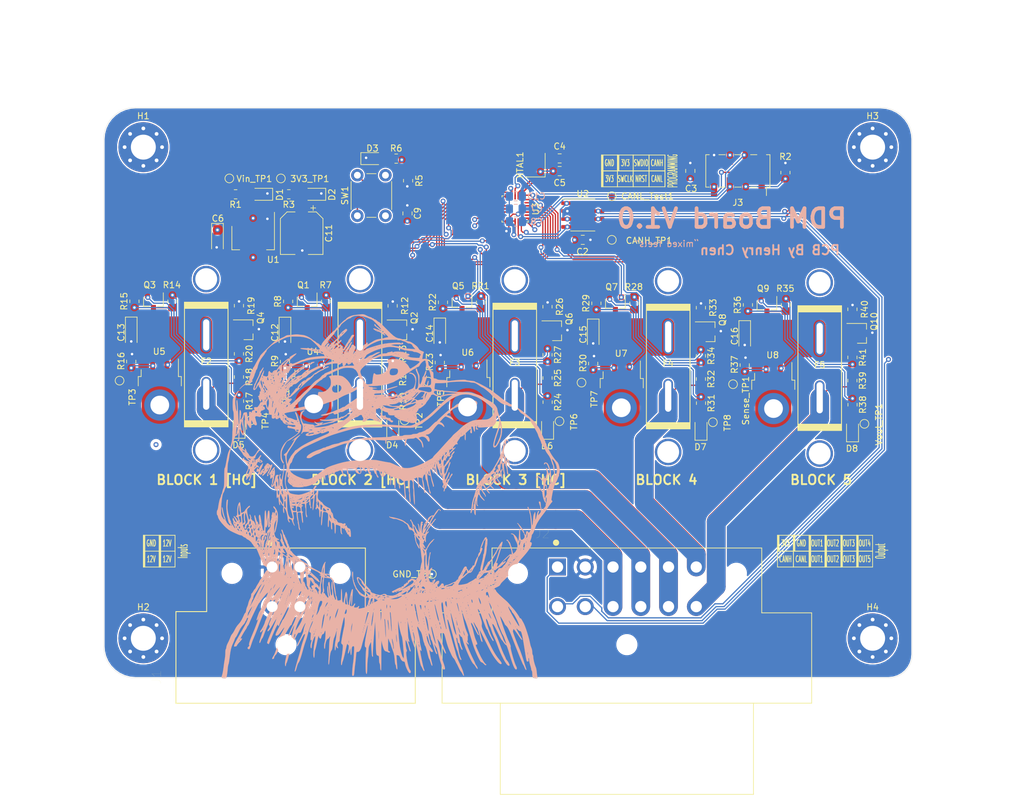
<source format=kicad_pcb>
(kicad_pcb (version 20171130) (host pcbnew "(5.1.9-0-10_14)")
  (title_block (title "PDM Board") (date 2021-01-14) (company "UWA Motorsports"))
  (layers (0 F.Cu signal) (1 In1.Cu signal) (2 In2.Cu signal) (31 B.Cu signal) (34 B.Paste user) (35 F.Paste user) (36 B.SilkS user) (37 F.SilkS user) (38 B.Mask user hide) (39 F.Mask user hide) (44 Edge.Cuts user))
  (net 0 "")
  (net 1 GND)
  (net 2 +12V)
  (net 3 +3V3)
  (net 4 /NRST)
  (net 5 /SWCLK)
  (net 6 /SWDIO)
  (net 7 "Net-(R15-Pad1)")
  (net 8 /canrx)
  (net 9 /cantx)
  (net 10 "Net-(C4-Pad1)")
  (net 11 /sense5)
  (net 12 /sense4)
  (net 13 /sense3)
  (net 14 /sense2)
  (net 15 /sense1)
  (net 16 /act5)
  (net 17 /act4)
  (net 18 /act3)
  (net 19 /act2)
  (net 20 /act1)
  (net 21 "Net-(D1-Pad2)")
  (net 22 "Net-(D6-Pad2)")
  (net 23 "Net-(D7-Pad2)")
  (net 24 "Net-(D8-Pad2)")
  (net 25 /_P)
  (net 26 /_N)
  (net 27 /OSC_N)
  (net 28 /OSC_P)
  (net 29 "Net-(Q2-Pad1)")
  (net 30 "Net-(Q4-Pad1)")
  (net 31 /fuse5)
  (net 32 /fuse4)
  (net 33 /fuse3)
  (net 34 /fuse1)
  (net 35 /fuse2)
  (net 36 /DEBUG_BUTTON)
  (net 37 "Net-(Q7-Pad3)")
  (net 38 "Net-(Q7-Pad2)")
  (net 39 "Net-(Q9-Pad3)")
  (net 40 "Net-(Q9-Pad2)")
  (net 41 "Net-(D2-Pad2)")
  (net 42 "Net-(D3-Pad2)")
  (net 43 "Net-(D4-Pad2)")
  (net 44 "Net-(D5-Pad2)")
  (net 45 "Net-(Q1-Pad3)")
  (net 46 "Net-(Q1-Pad2)")
  (net 47 "Net-(Q3-Pad3)")
  (net 48 "Net-(Q3-Pad2)")
  (net 49 "Net-(Q5-Pad3)")
  (net 50 "Net-(Q5-Pad2)")
  (net 51 "Net-(Q6-Pad1)")
  (net 52 "Net-(Q8-Pad1)")
  (net 53 "Net-(Q10-Pad1)")
  (net 54 "Net-(R8-Pad1)")
  (net 55 "Net-(R22-Pad1)")
  (net 56 "Net-(R29-Pad1)")
  (net 57 "Net-(R36-Pad1)")
  (net 58 /vout2)
  (net 59 /vout1)
  (net 60 /vout3)
  (net 61 /vout4)
  (net 62 /vout5)
  (net 63 /sheet5F955EDF/out)
  (net 64 /fuse_block/out)
  (net 65 /sheet5F955F69/out)
  (net 66 /sheet5F95602F/out)
  (net 67 /sheet5F9560CD/out)
  (net 68 /LED_DEBUG)
  (module pdm_v2:rarepepe (layer F.Cu) (at 149.733 109.474)
    (fp_text reference G*** hide)
    (fp_text value LOGO hide)
  )
  (module MountingHole:MountingHole_4mm_Pad_Via (layer F.Cu) (at 227.457 133.604)
    (fp_text reference H4 (at 0 -5) (layer F.SilkS))
    (fp_text value MountingHole)
    (pad 1 thru_hole circle (at 2.12132 -2.12132) (size 0.9 0.9) (drill 0.6) (layers *.Cu *.Mask))
    (pad 1 thru_hole circle (at 0 -3) (size 0.9 0.9) (drill 0.6) (layers *.Cu *.Mask))
    (pad 1 thru_hole circle (at -2.12132 -2.12132) (size 0.9 0.9) (drill 0.6) (layers *.Cu *.Mask))
    (pad 1 thru_hole circle (at -3 0) (size 0.9 0.9) (drill 0.6) (layers *.Cu *.Mask))
    (pad 1 thru_hole circle (at -2.12132 2.12132) (size 0.9 0.9) (drill 0.6) (layers *.Cu *.Mask))
    (pad 1 thru_hole circle (at 0 3) (size 0.9 0.9) (drill 0.6) (layers *.Cu *.Mask))
    (pad 1 thru_hole circle (at 2.12132 2.12132) (size 0.9 0.9) (drill 0.6) (layers *.Cu *.Mask))
    (pad 1 thru_hole circle (at 3 0) (size 0.9 0.9) (drill 0.6) (layers *.Cu *.Mask))
    (pad 1 thru_hole circle (at 0 0) (size 8 8) (drill 4) (layers *.Cu *.Mask))
  )
  (module MountingHole:MountingHole_4mm_Pad_Via (layer F.Cu) (at 227.457 54.864)
    (fp_text reference H3 (at 0 -5) (layer F.SilkS))
    (fp_text value MountingHole)
    (pad 1 thru_hole circle (at 2.12132 -2.12132) (size 0.9 0.9) (drill 0.6) (layers *.Cu *.Mask))
    (pad 1 thru_hole circle (at 0 -3) (size 0.9 0.9) (drill 0.6) (layers *.Cu *.Mask))
    (pad 1 thru_hole circle (at -2.12132 -2.12132) (size 0.9 0.9) (drill 0.6) (layers *.Cu *.Mask))
    (pad 1 thru_hole circle (at -3 0) (size 0.9 0.9) (drill 0.6) (layers *.Cu *.Mask))
    (pad 1 thru_hole circle (at -2.12132 2.12132) (size 0.9 0.9) (drill 0.6) (layers *.Cu *.Mask))
    (pad 1 thru_hole circle (at 0 3) (size 0.9 0.9) (drill 0.6) (layers *.Cu *.Mask))
    (pad 1 thru_hole circle (at 2.12132 2.12132) (size 0.9 0.9) (drill 0.6) (layers *.Cu *.Mask))
    (pad 1 thru_hole circle (at 3 0) (size 0.9 0.9) (drill 0.6) (layers *.Cu *.Mask))
    (pad 1 thru_hole circle (at 0 0) (size 8 8) (drill 4) (layers *.Cu *.Mask))
  )
  (module MountingHole:MountingHole_4mm_Pad_Via (layer F.Cu) (at 110.617 133.604)
    (fp_text reference H2 (at 0 -5) (layer F.SilkS))
    (fp_text value MountingHole)
    (pad 1 thru_hole circle (at 2.12132 -2.12132) (size 0.9 0.9) (drill 0.6) (layers *.Cu *.Mask))
    (pad 1 thru_hole circle (at 0 -3) (size 0.9 0.9) (drill 0.6) (layers *.Cu *.Mask))
    (pad 1 thru_hole circle (at -2.12132 -2.12132) (size 0.9 0.9) (drill 0.6) (layers *.Cu *.Mask))
    (pad 1 thru_hole circle (at -3 0) (size 0.9 0.9) (drill 0.6) (layers *.Cu *.Mask))
    (pad 1 thru_hole circle (at -2.12132 2.12132) (size 0.9 0.9) (drill 0.6) (layers *.Cu *.Mask))
    (pad 1 thru_hole circle (at 0 3) (size 0.9 0.9) (drill 0.6) (layers *.Cu *.Mask))
    (pad 1 thru_hole circle (at 2.12132 2.12132) (size 0.9 0.9) (drill 0.6) (layers *.Cu *.Mask))
    (pad 1 thru_hole circle (at 3 0) (size 0.9 0.9) (drill 0.6) (layers *.Cu *.Mask))
    (pad 1 thru_hole circle (at 0 0) (size 8 8) (drill 4) (layers *.Cu *.Mask))
  )
  (module MountingHole:MountingHole_4mm_Pad_Via (layer F.Cu) (at 110.617 54.864)
    (fp_text reference H1 (at 0 -5) (layer F.SilkS))
    (fp_text value MountingHole)
    (pad 1 thru_hole circle (at 2.12132 -2.12132) (size 0.9 0.9) (drill 0.6) (layers *.Cu *.Mask))
    (pad 1 thru_hole circle (at 0 -3) (size 0.9 0.9) (drill 0.6) (layers *.Cu *.Mask))
    (pad 1 thru_hole circle (at -2.12132 -2.12132) (size 0.9 0.9) (drill 0.6) (layers *.Cu *.Mask))
    (pad 1 thru_hole circle (at -3 0) (size 0.9 0.9) (drill 0.6) (layers *.Cu *.Mask))
    (pad 1 thru_hole circle (at -2.12132 2.12132) (size 0.9 0.9) (drill 0.6) (layers *.Cu *.Mask))
    (pad 1 thru_hole circle (at 0 3) (size 0.9 0.9) (drill 0.6) (layers *.Cu *.Mask))
    (pad 1 thru_hole circle (at 2.12132 2.12132) (size 0.9 0.9) (drill 0.6) (layers *.Cu *.Mask))
    (pad 1 thru_hole circle (at 3 0) (size 0.9 0.9) (drill 0.6) (layers *.Cu *.Mask))
    (pad 1 thru_hole circle (at 0 0) (size 8 8) (drill 4) (layers *.Cu *.Mask))
  )
  (module Oscillator:Oscillator_SMD_Abracon_ASE-4Pin_3.2x2.5mm (layer F.Cu) (at 173.418 57.751 90)
    (fp_text reference XTAL1 (at 0 -2.45 90) (layer F.SilkS))
    (fp_text value NX3225GD-8MHZ-STD-CRA-3)
    (pad 4 smd rect (at -1.05 -0.825 90) (size 1.3 1.1) (layers F.Cu F.Paste F.Mask))
    (pad 3 smd rect (at 1.05 -0.825 90) (size 1.3 1.1) (layers F.Cu F.Paste F.Mask))
    (pad 2 smd rect (at 1.05 0.825 90) (size 1.3 1.1) (layers F.Cu F.Paste F.Mask) (net 28 /OSC_P))
    (pad 1 smd rect (at -1.05 0.825 90) (size 1.3 1.1) (layers F.Cu F.Paste F.Mask) (net 27 /OSC_N))
  )
  (module pdm_v2:fuseHolder (layer F.Cu) (at 194.703 90.035001 180)
    (fp_text reference F4 (at 0 0.5) (layer F.SilkS))
    (fp_text value Fuse)
    (pad 4 thru_hole circle (at 0 13.7 90) (size 4.262 4.262) (drill 3.5) (layers *.Cu *.Mask))
    (pad 3 thru_hole circle (at 0 -13.7 90) (size 4.262 4.262) (drill 3.5) (layers *.Cu *.Mask))
    (pad 2 thru_hole roundrect (at 0 4.75 90) (size 5.562 1.562) (drill oval 5 1) (layers *.Cu *.Mask) (roundrect_rratio 0.5) (net 66 /sheet5F95602F/out))
    (pad 1 thru_hole roundrect (at 0 -4.75 90) (size 5.562 1.562) (drill oval 5 1) (layers *.Cu *.Mask) (roundrect_rratio 0.5) (net 61 /vout4))
  )
  (module pdm_v2:fuseHolder (layer F.Cu) (at 145.319 89.734001 180)
    (fp_text reference F1 (at 0 0.5) (layer F.SilkS))
    (fp_text value Fuse)
    (pad 4 thru_hole circle (at 0 13.7 90) (size 4.262 4.262) (drill 3.5) (layers *.Cu *.Mask))
    (pad 3 thru_hole circle (at 0 -13.7 90) (size 4.262 4.262) (drill 3.5) (layers *.Cu *.Mask))
    (pad 2 thru_hole roundrect (at 0 4.75 90) (size 5.562 1.562) (drill oval 5 1) (layers *.Cu *.Mask) (roundrect_rratio 0.5) (net 63 /sheet5F955EDF/out))
    (pad 1 thru_hole roundrect (at 0 -4.75 90) (size 5.562 1.562) (drill oval 5 1) (layers *.Cu *.Mask) (roundrect_rratio 0.5) (net 58 /vout2))
  )
  (module pdm_v2:fuseHolder (layer F.Cu) (at 218.979 90.289001 180)
    (fp_text reference F5 (at 0 0.5) (layer F.SilkS))
    (fp_text value Fuse)
    (pad 4 thru_hole circle (at 0 13.7 90) (size 4.262 4.262) (drill 3.5) (layers *.Cu *.Mask))
    (pad 3 thru_hole circle (at 0 -13.7 90) (size 4.262 4.262) (drill 3.5) (layers *.Cu *.Mask))
    (pad 2 thru_hole roundrect (at 0 4.75 90) (size 5.562 1.562) (drill oval 5 1) (layers *.Cu *.Mask) (roundrect_rratio 0.5) (net 67 /sheet5F9560CD/out))
    (pad 1 thru_hole roundrect (at 0 -4.75 90) (size 5.562 1.562) (drill oval 5 1) (layers *.Cu *.Mask) (roundrect_rratio 0.5) (net 62 /vout5))
  )
  (module pdm_v2:fuseHolder (layer F.Cu) (at 120.691 89.717001 180)
    (fp_text reference F2 (at 0 0.5) (layer F.SilkS))
    (fp_text value Fuse)
    (pad 4 thru_hole circle (at 0 13.7 90) (size 4.262 4.262) (drill 3.5) (layers *.Cu *.Mask))
    (pad 3 thru_hole circle (at 0 -13.7 90) (size 4.262 4.262) (drill 3.5) (layers *.Cu *.Mask))
    (pad 2 thru_hole roundrect (at 0 4.75 90) (size 5.562 1.562) (drill oval 5 1) (layers *.Cu *.Mask) (roundrect_rratio 0.5) (net 64 /fuse_block/out))
    (pad 1 thru_hole roundrect (at 0 -4.75 90) (size 5.562 1.562) (drill oval 5 1) (layers *.Cu *.Mask) (roundrect_rratio 0.5) (net 59 /vout1))
  )
  (module pdm_v2:fuseHolder (layer F.Cu) (at 170.127 89.875001 180)
    (fp_text reference F3 (at 0 0.5) (layer F.SilkS))
    (fp_text value Fuse)
    (pad 4 thru_hole circle (at 0 13.7 90) (size 4.262 4.262) (drill 3.5) (layers *.Cu *.Mask))
    (pad 3 thru_hole circle (at 0 -13.7 90) (size 4.262 4.262) (drill 3.5) (layers *.Cu *.Mask))
    (pad 2 thru_hole roundrect (at 0 4.75 90) (size 5.562 1.562) (drill oval 5 1) (layers *.Cu *.Mask) (roundrect_rratio 0.5) (net 65 /sheet5F955F69/out))
    (pad 1 thru_hole roundrect (at 0 -4.75 90) (size 5.562 1.562) (drill oval 5 1) (layers *.Cu *.Mask) (roundrect_rratio 0.5) (net 60 /vout3))
  )
  (module DT13-4P:TE_DT13-4P (layer F.Cu) (at 133.477 128.524 90)
    (fp_text reference J1 (at -11.3067 -20.75042 90) (layer F.SilkS) (effects (font (size 1.401449 1.401449) (thickness 0.015))))
    (fp_text value Conn_01x04_Male)
    (pad 2 thru_hole circle (at 6.35 2.225 90) (size 2.64 2.64) (drill 1.76) (layers *.Cu *.Mask) (net 2 +12V))
    (pad 1 thru_hole rect (at 6.35 -2.225 90) (size 2.64 2.64) (drill 1.76) (layers *.Cu *.Mask) (net 1 GND))
    (pad 3 thru_hole circle (at 0 2.225 90) (size 2.64 2.64) (drill 1.76) (layers *.Cu *.Mask) (net 2 +12V))
    (pad 4 thru_hole circle (at 0 -2.225 90) (size 2.64 2.64) (drill 1.76) (layers *.Cu *.Mask) (net 2 +12V))
    (pad None np_thru_hole circle (at 5.33 8.65 90) (size 2.99 2.99) (drill 2.99) (layers *.Cu *.Mask))
    (pad None np_thru_hole circle (at 5.33 -8.65 90) (size 2.99 2.99) (drill 2.99) (layers *.Cu *.Mask))
    (pad None np_thru_hole circle (at -6.1 0 90) (size 2.99 2.99) (drill 2.99) (layers *.Cu *.Mask))
  )
  (module DT13-12PB-B016:TE_DT13-12PB-B016 (layer F.Cu) (at 188.087 128.524)
    (fp_text reference J2 (at -13.513325 -11.704715) (layer F.SilkS) (effects (font (size 1.421283 1.421283) (thickness 0.015))))
    (fp_text value Conn_01x12_Male)
    (pad 12 thru_hole circle (at -11.115 0) (size 2.715 2.715) (drill 1.81) (layers *.Cu *.Mask) (net 25 /_P))
    (pad 11 thru_hole circle (at -6.67 0) (size 2.715 2.715) (drill 1.81) (layers *.Cu *.Mask) (net 26 /_N))
    (pad 10 thru_hole circle (at -2.225 0) (size 2.715 2.715) (drill 1.81) (layers *.Cu *.Mask) (net 59 /vout1))
    (pad 9 thru_hole circle (at 2.225 0) (size 2.715 2.715) (drill 1.81) (layers *.Cu *.Mask) (net 58 /vout2))
    (pad None np_thru_hole circle (at 0 6.1) (size 2.99 2.99) (drill 2.99) (layers *.Cu *.Mask))
    (pad None np_thru_hole circle (at 17.54 -5.34) (size 2.99 2.99) (drill 2.99) (layers *.Cu *.Mask))
    (pad None np_thru_hole circle (at -17.54 -5.34) (size 2.99 2.99) (drill 2.99) (layers *.Cu *.Mask))
    (pad 8 thru_hole circle (at 6.67 0) (size 2.715 2.715) (drill 1.81) (layers *.Cu *.Mask) (net 60 /vout3))
    (pad 7 thru_hole circle (at 11.115 0) (size 2.715 2.715) (drill 1.81) (layers *.Cu *.Mask) (net 62 /vout5))
    (pad 6 thru_hole circle (at 11.115 -6.35) (size 2.715 2.715) (drill 1.81) (layers *.Cu *.Mask) (net 61 /vout4))
    (pad 5 thru_hole circle (at 6.67 -6.35) (size 2.715 2.715) (drill 1.81) (layers *.Cu *.Mask) (net 60 /vout3))
    (pad 4 thru_hole circle (at 2.225 -6.35) (size 2.715 2.715) (drill 1.81) (layers *.Cu *.Mask) (net 58 /vout2))
    (pad 3 thru_hole circle (at -2.225 -6.35) (size 2.715 2.715) (drill 1.81) (layers *.Cu *.Mask) (net 59 /vout1))
    (pad 2 thru_hole circle (at -6.67 -6.35) (size 2.715 2.715) (drill 1.81) (layers *.Cu *.Mask) (net 1 GND))
    (pad 1 thru_hole rect (at -11.115 -6.35) (size 2.715 2.715) (drill 1.81) (layers *.Cu *.Mask) (net 3 +3V3))
  )
  (module Capacitor_SMD:C_0805_2012Metric_Pad1.18x1.45mm_HandSolder (layer B.Cu) (at 170.2855 62.738)
    (fp_text reference C10 (at 3.3235 0 180) (layer B.SilkS) (effects (justify mirror)))
    (fp_text value 4.7uF)
    (pad 2 smd roundrect (at 1.0375 0) (size 1.175 1.45) (layers B.Cu B.Paste B.Mask) (roundrect_rratio 0.212766) (net 1 GND))
    (pad 1 smd roundrect (at -1.0375 0) (size 1.175 1.45) (layers B.Cu B.Paste B.Mask) (roundrect_rratio 0.212766) (net 3 +3V3))
  )
  (module Capacitor_SMD:C_0805_2012Metric_Pad1.18x1.45mm_HandSolder (layer B.Cu) (at 170.307 66.802)
    (fp_text reference C8 (at 3.302 0) (layer B.SilkS) (effects (justify mirror)))
    (fp_text value 1uF)
    (pad 2 smd roundrect (at 1.0375 0) (size 1.175 1.45) (layers B.Cu B.Paste B.Mask) (roundrect_rratio 0.212766) (net 1 GND))
    (pad 1 smd roundrect (at -1.0375 0) (size 1.175 1.45) (layers B.Cu B.Paste B.Mask) (roundrect_rratio 0.212766) (net 3 +3V3))
  )
  (module Capacitor_SMD:C_0805_2012Metric_Pad1.18x1.45mm_HandSolder (layer B.Cu) (at 170.2855 64.77)
    (fp_text reference C7 (at 3.3235 0) (layer B.SilkS) (effects (justify mirror)))
    (fp_text value 0.1uF)
    (pad 2 smd roundrect (at 1.0375 0) (size 1.175 1.45) (layers B.Cu B.Paste B.Mask) (roundrect_rratio 0.212766) (net 1 GND))
    (pad 1 smd roundrect (at -1.0375 0) (size 1.175 1.45) (layers B.Cu B.Paste B.Mask) (roundrect_rratio 0.212766) (net 3 +3V3))
  )
  (module Resistor_SMD:R_0805_2012Metric_Pad1.20x1.40mm_HandSolder (layer F.Cu) (at 213.487 58.944 270)
    (fp_text reference R2 (at -2.556 0) (layer F.SilkS))
    (fp_text value 10K)
    (pad 2 smd roundrect (at 1 0 270) (size 1.2 1.4) (layers F.Cu F.Paste F.Mask) (roundrect_rratio 0.208333) (net 4 /NRST))
    (pad 1 smd roundrect (at -1 0 270) (size 1.2 1.4) (layers F.Cu F.Paste F.Mask) (roundrect_rratio 0.208333) (net 1 GND))
  )
  (module Package_TO_SOT_SMD:TO-252-4 (layer F.Cu) (at 211.538 94.683 270)
    (fp_text reference U8 (at -6.481 0.093 180) (layer F.SilkS))
    (fp_text value BTS443P)
    (pad 3 smd rect (at 2.1 0 270) (size 6.4 5.8) (layers F.Cu F.Mask) (net 2 +12V))
    (pad 5 smd rect (at -4.2 2.28 270) (size 2.2 0.8) (layers F.Cu F.Paste F.Mask) (net 67 /sheet5F9560CD/out))
    (pad 4 smd rect (at -4.2 1.14 270) (size 2.2 0.8) (layers F.Cu F.Paste F.Mask) (net 11 /sense5))
    (pad 2 smd rect (at -4.2 -1.14 270) (size 2.2 0.8) (layers F.Cu F.Paste F.Mask) (net 57 "Net-(R36-Pad1)"))
    (pad 1 smd rect (at -4.2 -2.28 270) (size 2.2 0.8) (layers F.Cu F.Paste F.Mask) (net 67 /sheet5F9560CD/out))
  )
  (module Package_TO_SOT_SMD:TO-252-4 (layer F.Cu) (at 187.262 94.429 270)
    (fp_text reference U7 (at -6.481 0.093 180) (layer F.SilkS))
    (fp_text value BTS443P)
    (pad 3 smd rect (at 2.1 0 270) (size 6.4 5.8) (layers F.Cu F.Mask) (net 2 +12V))
    (pad 5 smd rect (at -4.2 2.28 270) (size 2.2 0.8) (layers F.Cu F.Paste F.Mask) (net 66 /sheet5F95602F/out))
    (pad 4 smd rect (at -4.2 1.14 270) (size 2.2 0.8) (layers F.Cu F.Paste F.Mask) (net 12 /sense4))
    (pad 2 smd rect (at -4.2 -1.14 270) (size 2.2 0.8) (layers F.Cu F.Paste F.Mask) (net 56 "Net-(R29-Pad1)"))
    (pad 1 smd rect (at -4.2 -2.28 270) (size 2.2 0.8) (layers F.Cu F.Paste F.Mask) (net 66 /sheet5F95602F/out))
  )
  (module Package_TO_SOT_SMD:TO-252-4 (layer F.Cu) (at 113.25 94.111 270)
    (fp_text reference U5 (at -6.481 0.093 180) (layer F.SilkS))
    (fp_text value BTS443P)
    (pad 3 smd rect (at 2.1 0 270) (size 6.4 5.8) (layers F.Cu F.Mask) (net 2 +12V))
    (pad 5 smd rect (at -4.2 2.28 270) (size 2.2 0.8) (layers F.Cu F.Paste F.Mask) (net 64 /fuse_block/out))
    (pad 4 smd rect (at -4.2 1.14 270) (size 2.2 0.8) (layers F.Cu F.Paste F.Mask) (net 15 /sense1))
    (pad 2 smd rect (at -4.2 -1.14 270) (size 2.2 0.8) (layers F.Cu F.Paste F.Mask) (net 7 "Net-(R15-Pad1)"))
    (pad 1 smd rect (at -4.2 -2.28 270) (size 2.2 0.8) (layers F.Cu F.Paste F.Mask) (net 64 /fuse_block/out))
  )
  (module Package_TO_SOT_SMD:TO-252-4 (layer F.Cu) (at 137.878 94.128 270)
    (fp_text reference U4 (at -6.481 0.093 180) (layer F.SilkS))
    (fp_text value BTS443P)
    (pad 3 smd rect (at 2.1 0 270) (size 6.4 5.8) (layers F.Cu F.Mask) (net 2 +12V))
    (pad 5 smd rect (at -4.2 2.28 270) (size 2.2 0.8) (layers F.Cu F.Paste F.Mask) (net 63 /sheet5F955EDF/out))
    (pad 4 smd rect (at -4.2 1.14 270) (size 2.2 0.8) (layers F.Cu F.Paste F.Mask) (net 14 /sense2))
    (pad 2 smd rect (at -4.2 -1.14 270) (size 2.2 0.8) (layers F.Cu F.Paste F.Mask) (net 54 "Net-(R8-Pad1)"))
    (pad 1 smd rect (at -4.2 -2.28 270) (size 2.2 0.8) (layers F.Cu F.Paste F.Mask) (net 63 /sheet5F955EDF/out))
  )
  (module TestPoint:TestPoint_Pad_D1.0mm (layer F.Cu) (at 226.144 99.22 180)
    (fp_text reference Vout_TP1 (at -2.319 -0.094 90) (layer F.SilkS))
    (fp_text value TestPoint_Probe)
    (pad 1 smd circle (at 0 0 180) (size 1 1) (layers F.Cu F.Mask) (net 62 /vout5))
  )
  (module TestPoint:TestPoint_Pad_D1.0mm (layer F.Cu) (at 205.095 92.870001 270)
    (fp_text reference Sense_TP1 (at 2.633999 -2.042 270) (layer F.SilkS))
    (fp_text value TestPoint_Probe)
    (pad 1 smd circle (at 0 0 270) (size 1 1) (layers F.Cu F.Mask) (net 11 /sense5))
  )
  (module TestPoint:TestPoint_Pad_D1.0mm (layer F.Cu) (at 201.868 98.966 180)
    (fp_text reference TP8 (at -2.319 -0.094 90) (layer F.SilkS))
    (fp_text value TestPoint_Probe)
    (pad 1 smd circle (at 0 0 180) (size 1 1) (layers F.Cu F.Mask) (net 61 /vout4))
  )
  (module TestPoint:TestPoint_Pad_D1.0mm (layer F.Cu) (at 180.819 92.616001 270)
    (fp_text reference TP7 (at 2.633999 -2.042 270) (layer F.SilkS))
    (fp_text value TestPoint_Probe)
    (pad 1 smd circle (at 0 0 270) (size 1 1) (layers F.Cu F.Mask) (net 12 /sense4))
  )
  (module TestPoint:TestPoint_Pad_D1.0mm (layer F.Cu) (at 156.243 92.456001 270)
    (fp_text reference TP5 (at 2.633999 -2.042 270) (layer F.SilkS))
    (fp_text value TestPoint_Probe)
    (pad 1 smd circle (at 0 0 270) (size 1 1) (layers F.Cu F.Mask) (net 13 /sense3))
  )
  (module TestPoint:TestPoint_Pad_D1.0mm (layer F.Cu) (at 127.856 98.648 180)
    (fp_text reference TP4 (at -2.319 -0.094 90) (layer F.SilkS))
    (fp_text value TestPoint_Probe)
    (pad 1 smd circle (at 0 0 180) (size 1 1) (layers F.Cu F.Mask) (net 59 /vout1))
  )
  (module TestPoint:TestPoint_Pad_D1.0mm (layer F.Cu) (at 106.807 92.298001 270)
    (fp_text reference TP3 (at 2.633999 -2.042 270) (layer F.SilkS))
    (fp_text value TestPoint_Probe)
    (pad 1 smd circle (at 0 0 270) (size 1 1) (layers F.Cu F.Mask) (net 15 /sense1))
  )
  (module TestPoint:TestPoint_Pad_D1.0mm (layer F.Cu) (at 152.484 98.665 180)
    (fp_text reference TP2 (at -2.319 -0.094 90) (layer F.SilkS))
    (fp_text value TestPoint_Probe)
    (pad 1 smd circle (at 0 0 180) (size 1 1) (layers F.Cu F.Mask) (net 58 /vout2))
  )
  (module TestPoint:TestPoint_Pad_D1.0mm (layer F.Cu) (at 131.435 92.315001 270)
    (fp_text reference TP1 (at 2.633999 -2.042 270) (layer F.SilkS))
    (fp_text value TestPoint_Probe)
    (pad 1 smd circle (at 0 0 270) (size 1 1) (layers F.Cu F.Mask) (net 14 /sense2))
  )
  (module Resistor_SMD:R_0805_2012Metric_Pad1.20x1.40mm_HandSolder (layer F.Cu) (at 224.219001 88.575 270)
    (fp_text reference R41 (at 0 -1.65 90) (layer F.SilkS))
    (fp_text value 2k2)
    (pad 2 smd roundrect (at 1 0 270) (size 1.2 1.4) (layers F.Cu F.Paste F.Mask) (roundrect_rratio 0.208333) (net 3 +3V3))
    (pad 1 smd roundrect (at -1 0 270) (size 1.2 1.4) (layers F.Cu F.Paste F.Mask) (roundrect_rratio 0.208333) (net 31 /fuse5))
  )
  (module Resistor_SMD:R_0805_2012Metric_Pad1.20x1.40mm_HandSolder (layer F.Cu) (at 224.219 80.86 90)
    (fp_text reference R40 (at 0 1.958 90) (layer F.SilkS))
    (fp_text value 220R)
    (pad 2 smd roundrect (at 1 0 90) (size 1.2 1.4) (layers F.Cu F.Paste F.Mask) (roundrect_rratio 0.208333) (net 1 GND))
    (pad 1 smd roundrect (at -1 0 90) (size 1.2 1.4) (layers F.Cu F.Paste F.Mask) (roundrect_rratio 0.208333) (net 53 "Net-(Q10-Pad1)"))
  )
  (module Resistor_SMD:R_0805_2012Metric_Pad1.20x1.40mm_HandSolder (layer F.Cu) (at 224.219001 92.29 270)
    (fp_text reference R39 (at 0 -1.65 90) (layer F.SilkS))
    (fp_text value 2k2)
    (pad 2 smd roundrect (at 1 0 270) (size 1.2 1.4) (layers F.Cu F.Paste F.Mask) (roundrect_rratio 0.208333) (net 62 /vout5))
    (pad 1 smd roundrect (at -1 0 270) (size 1.2 1.4) (layers F.Cu F.Paste F.Mask) (roundrect_rratio 0.208333) (net 53 "Net-(Q10-Pad1)"))
  )
  (module Resistor_SMD:R_0805_2012Metric_Pad1.20x1.40mm_HandSolder (layer F.Cu) (at 224.239 96.156 270)
    (fp_text reference R38 (at 0 -1.65 90) (layer F.SilkS))
    (fp_text value 220R)
    (pad 2 smd roundrect (at 1 0 270) (size 1.2 1.4) (layers F.Cu F.Paste F.Mask) (roundrect_rratio 0.208333) (net 24 "Net-(D8-Pad2)"))
    (pad 1 smd roundrect (at -1 0 270) (size 1.2 1.4) (layers F.Cu F.Paste F.Mask) (roundrect_rratio 0.208333) (net 40 "Net-(Q9-Pad2)"))
  )
  (module Resistor_SMD:R_0805_2012Metric_Pad1.20x1.40mm_HandSolder (layer F.Cu) (at 206.967 89.806 270)
    (fp_text reference R37 (at -0.08 1.618 90) (layer F.SilkS))
    (fp_text value 220R)
    (pad 2 smd roundrect (at 1 0 270) (size 1.2 1.4) (layers F.Cu F.Paste F.Mask) (roundrect_rratio 0.208333) (net 11 /sense5))
    (pad 1 smd roundrect (at -1 0 270) (size 1.2 1.4) (layers F.Cu F.Paste F.Mask) (roundrect_rratio 0.208333) (net 1 GND))
  )
  (module Resistor_SMD:R_0805_2012Metric_Pad1.20x1.40mm_HandSolder (layer F.Cu) (at 207.475 80.154001 90)
    (fp_text reference R36 (at 0 -1.65 90) (layer F.SilkS))
    (fp_text value 220R)
    (pad 2 smd roundrect (at 1 0 90) (size 1.2 1.4) (layers F.Cu F.Paste F.Mask) (roundrect_rratio 0.208333) (net 40 "Net-(Q9-Pad2)"))
    (pad 1 smd roundrect (at -1 0 90) (size 1.2 1.4) (layers F.Cu F.Paste F.Mask) (roundrect_rratio 0.208333) (net 57 "Net-(R36-Pad1)"))
  )
  (module Resistor_SMD:R_0805_2012Metric_Pad1.20x1.40mm_HandSolder (layer F.Cu) (at 213.571 80.154001 270)
    (fp_text reference R35 (at -2.620001 0.094 180) (layer F.SilkS))
    (fp_text value 2k2)
    (pad 2 smd roundrect (at 1 0 270) (size 1.2 1.4) (layers F.Cu F.Paste F.Mask) (roundrect_rratio 0.208333) (net 39 "Net-(Q9-Pad3)"))
    (pad 1 smd roundrect (at -1 0 270) (size 1.2 1.4) (layers F.Cu F.Paste F.Mask) (roundrect_rratio 0.208333) (net 3 +3V3))
  )
  (module Resistor_SMD:R_0805_2012Metric_Pad1.20x1.40mm_HandSolder (layer F.Cu) (at 199.943001 88.321 270)
    (fp_text reference R34 (at 0 -1.65 90) (layer F.SilkS))
    (fp_text value 2k2)
    (pad 2 smd roundrect (at 1 0 270) (size 1.2 1.4) (layers F.Cu F.Paste F.Mask) (roundrect_rratio 0.208333) (net 3 +3V3))
    (pad 1 smd roundrect (at -1 0 270) (size 1.2 1.4) (layers F.Cu F.Paste F.Mask) (roundrect_rratio 0.208333) (net 32 /fuse4))
  )
  (module Resistor_SMD:R_0805_2012Metric_Pad1.20x1.40mm_HandSolder (layer F.Cu) (at 199.943 80.606 90)
    (fp_text reference R33 (at 0 1.958 90) (layer F.SilkS))
    (fp_text value 220R)
    (pad 2 smd roundrect (at 1 0 90) (size 1.2 1.4) (layers F.Cu F.Paste F.Mask) (roundrect_rratio 0.208333) (net 1 GND))
    (pad 1 smd roundrect (at -1 0 90) (size 1.2 1.4) (layers F.Cu F.Paste F.Mask) (roundrect_rratio 0.208333) (net 52 "Net-(Q8-Pad1)"))
  )
  (module Resistor_SMD:R_0805_2012Metric_Pad1.20x1.40mm_HandSolder (layer F.Cu) (at 199.943001 92.036 270)
    (fp_text reference R32 (at 0 -1.65 90) (layer F.SilkS))
    (fp_text value 2k2)
    (pad 2 smd roundrect (at 1 0 270) (size 1.2 1.4) (layers F.Cu F.Paste F.Mask) (roundrect_rratio 0.208333) (net 61 /vout4))
    (pad 1 smd roundrect (at -1 0 270) (size 1.2 1.4) (layers F.Cu F.Paste F.Mask) (roundrect_rratio 0.208333) (net 52 "Net-(Q8-Pad1)"))
  )
  (module Resistor_SMD:R_0805_2012Metric_Pad1.20x1.40mm_HandSolder (layer F.Cu) (at 199.963 95.902 270)
    (fp_text reference R31 (at 0 -1.65 90) (layer F.SilkS))
    (fp_text value 220R)
    (pad 2 smd roundrect (at 1 0 270) (size 1.2 1.4) (layers F.Cu F.Paste F.Mask) (roundrect_rratio 0.208333) (net 23 "Net-(D7-Pad2)"))
    (pad 1 smd roundrect (at -1 0 270) (size 1.2 1.4) (layers F.Cu F.Paste F.Mask) (roundrect_rratio 0.208333) (net 38 "Net-(Q7-Pad2)"))
  )
  (module Resistor_SMD:R_0805_2012Metric_Pad1.20x1.40mm_HandSolder (layer F.Cu) (at 182.691 89.552 270)
    (fp_text reference R30 (at -0.08 1.618 90) (layer F.SilkS))
    (fp_text value 220R)
    (pad 2 smd roundrect (at 1 0 270) (size 1.2 1.4) (layers F.Cu F.Paste F.Mask) (roundrect_rratio 0.208333) (net 12 /sense4))
    (pad 1 smd roundrect (at -1 0 270) (size 1.2 1.4) (layers F.Cu F.Paste F.Mask) (roundrect_rratio 0.208333) (net 1 GND))
  )
  (module Resistor_SMD:R_0805_2012Metric_Pad1.20x1.40mm_HandSolder (layer F.Cu) (at 183.199 79.900001 90)
    (fp_text reference R29 (at 0 -1.65 90) (layer F.SilkS))
    (fp_text value 220R)
    (pad 2 smd roundrect (at 1 0 90) (size 1.2 1.4) (layers F.Cu F.Paste F.Mask) (roundrect_rratio 0.208333) (net 38 "Net-(Q7-Pad2)"))
    (pad 1 smd roundrect (at -1 0 90) (size 1.2 1.4) (layers F.Cu F.Paste F.Mask) (roundrect_rratio 0.208333) (net 56 "Net-(R29-Pad1)"))
  )
  (module Resistor_SMD:R_0805_2012Metric_Pad1.20x1.40mm_HandSolder (layer F.Cu) (at 189.295 79.900001 270)
    (fp_text reference R28 (at -2.620001 0.094 180) (layer F.SilkS))
    (fp_text value 2k2)
    (pad 2 smd roundrect (at 1 0 270) (size 1.2 1.4) (layers F.Cu F.Paste F.Mask) (roundrect_rratio 0.208333) (net 37 "Net-(Q7-Pad3)"))
    (pad 1 smd roundrect (at -1 0 270) (size 1.2 1.4) (layers F.Cu F.Paste F.Mask) (roundrect_rratio 0.208333) (net 3 +3V3))
  )
  (module Resistor_SMD:R_0805_2012Metric_Pad1.20x1.40mm_HandSolder (layer F.Cu) (at 125.931001 88.003 270)
    (fp_text reference R20 (at 0 -1.65 90) (layer F.SilkS))
    (fp_text value 2k2)
    (pad 2 smd roundrect (at 1 0 270) (size 1.2 1.4) (layers F.Cu F.Paste F.Mask) (roundrect_rratio 0.208333) (net 3 +3V3))
    (pad 1 smd roundrect (at -1 0 270) (size 1.2 1.4) (layers F.Cu F.Paste F.Mask) (roundrect_rratio 0.208333) (net 34 /fuse1))
  )
  (module Resistor_SMD:R_0805_2012Metric_Pad1.20x1.40mm_HandSolder (layer F.Cu) (at 125.931 80.288 90)
    (fp_text reference R19 (at 0 1.958 90) (layer F.SilkS))
    (fp_text value 220R)
    (pad 2 smd roundrect (at 1 0 90) (size 1.2 1.4) (layers F.Cu F.Paste F.Mask) (roundrect_rratio 0.208333) (net 1 GND))
    (pad 1 smd roundrect (at -1 0 90) (size 1.2 1.4) (layers F.Cu F.Paste F.Mask) (roundrect_rratio 0.208333) (net 30 "Net-(Q4-Pad1)"))
  )
  (module Resistor_SMD:R_0805_2012Metric_Pad1.20x1.40mm_HandSolder (layer F.Cu) (at 125.931001 91.718 270)
    (fp_text reference R18 (at 0 -1.65 90) (layer F.SilkS))
    (fp_text value 2k2)
    (pad 2 smd roundrect (at 1 0 270) (size 1.2 1.4) (layers F.Cu F.Paste F.Mask) (roundrect_rratio 0.208333) (net 59 /vout1))
    (pad 1 smd roundrect (at -1 0 270) (size 1.2 1.4) (layers F.Cu F.Paste F.Mask) (roundrect_rratio 0.208333) (net 30 "Net-(Q4-Pad1)"))
  )
  (module Resistor_SMD:R_0805_2012Metric_Pad1.20x1.40mm_HandSolder (layer F.Cu) (at 125.951 95.584 270)
    (fp_text reference R17 (at 0 -1.65 90) (layer F.SilkS))
    (fp_text value 220R)
    (pad 2 smd roundrect (at 1 0 270) (size 1.2 1.4) (layers F.Cu F.Paste F.Mask) (roundrect_rratio 0.208333) (net 44 "Net-(D5-Pad2)"))
    (pad 1 smd roundrect (at -1 0 270) (size 1.2 1.4) (layers F.Cu F.Paste F.Mask) (roundrect_rratio 0.208333) (net 48 "Net-(Q3-Pad2)"))
  )
  (module Resistor_SMD:R_0805_2012Metric_Pad1.20x1.40mm_HandSolder (layer F.Cu) (at 108.679 89.234 270)
    (fp_text reference R16 (at -0.08 1.618 90) (layer F.SilkS))
    (fp_text value 220R)
    (pad 2 smd roundrect (at 1 0 270) (size 1.2 1.4) (layers F.Cu F.Paste F.Mask) (roundrect_rratio 0.208333) (net 15 /sense1))
    (pad 1 smd roundrect (at -1 0 270) (size 1.2 1.4) (layers F.Cu F.Paste F.Mask) (roundrect_rratio 0.208333) (net 1 GND))
  )
  (module Resistor_SMD:R_0805_2012Metric_Pad1.20x1.40mm_HandSolder (layer F.Cu) (at 109.187 79.582001 90)
    (fp_text reference R15 (at 0 -1.65 90) (layer F.SilkS))
    (fp_text value 220R)
    (pad 2 smd roundrect (at 1 0 90) (size 1.2 1.4) (layers F.Cu F.Paste F.Mask) (roundrect_rratio 0.208333) (net 48 "Net-(Q3-Pad2)"))
    (pad 1 smd roundrect (at -1 0 90) (size 1.2 1.4) (layers F.Cu F.Paste F.Mask) (roundrect_rratio 0.208333) (net 7 "Net-(R15-Pad1)"))
  )
  (module Resistor_SMD:R_0805_2012Metric_Pad1.20x1.40mm_HandSolder (layer F.Cu) (at 115.283 79.582001 270)
    (fp_text reference R14 (at -2.620001 0.094 180) (layer F.SilkS))
    (fp_text value 2k2)
    (pad 2 smd roundrect (at 1 0 270) (size 1.2 1.4) (layers F.Cu F.Paste F.Mask) (roundrect_rratio 0.208333) (net 47 "Net-(Q3-Pad3)"))
    (pad 1 smd roundrect (at -1 0 270) (size 1.2 1.4) (layers F.Cu F.Paste F.Mask) (roundrect_rratio 0.208333) (net 3 +3V3))
  )
  (module Resistor_SMD:R_0805_2012Metric_Pad1.20x1.40mm_HandSolder (layer F.Cu) (at 150.559001 88.02 270)
    (fp_text reference R13 (at 0 -1.65 90) (layer F.SilkS))
    (fp_text value 2k2)
    (pad 2 smd roundrect (at 1 0 270) (size 1.2 1.4) (layers F.Cu F.Paste F.Mask) (roundrect_rratio 0.208333) (net 3 +3V3))
    (pad 1 smd roundrect (at -1 0 270) (size 1.2 1.4) (layers F.Cu F.Paste F.Mask) (roundrect_rratio 0.208333) (net 35 /fuse2))
  )
  (module Resistor_SMD:R_0805_2012Metric_Pad1.20x1.40mm_HandSolder (layer F.Cu) (at 150.559 80.305 90)
    (fp_text reference R12 (at 0 1.958 90) (layer F.SilkS))
    (fp_text value 220R)
    (pad 2 smd roundrect (at 1 0 90) (size 1.2 1.4) (layers F.Cu F.Paste F.Mask) (roundrect_rratio 0.208333) (net 1 GND))
    (pad 1 smd roundrect (at -1 0 90) (size 1.2 1.4) (layers F.Cu F.Paste F.Mask) (roundrect_rratio 0.208333) (net 29 "Net-(Q2-Pad1)"))
  )
  (module Resistor_SMD:R_0805_2012Metric_Pad1.20x1.40mm_HandSolder (layer F.Cu) (at 150.559001 91.735 270)
    (fp_text reference R11 (at 0 -1.65 90) (layer F.SilkS))
    (fp_text value 2k2)
    (pad 2 smd roundrect (at 1 0 270) (size 1.2 1.4) (layers F.Cu F.Paste F.Mask) (roundrect_rratio 0.208333) (net 58 /vout2))
    (pad 1 smd roundrect (at -1 0 270) (size 1.2 1.4) (layers F.Cu F.Paste F.Mask) (roundrect_rratio 0.208333) (net 29 "Net-(Q2-Pad1)"))
  )
  (module Resistor_SMD:R_0805_2012Metric_Pad1.20x1.40mm_HandSolder (layer F.Cu) (at 150.579 95.601 270)
    (fp_text reference R10 (at 0 -1.65 90) (layer F.SilkS))
    (fp_text value 220R)
    (pad 2 smd roundrect (at 1 0 270) (size 1.2 1.4) (layers F.Cu F.Paste F.Mask) (roundrect_rratio 0.208333) (net 43 "Net-(D4-Pad2)"))
    (pad 1 smd roundrect (at -1 0 270) (size 1.2 1.4) (layers F.Cu F.Paste F.Mask) (roundrect_rratio 0.208333) (net 46 "Net-(Q1-Pad2)"))
  )
  (module Resistor_SMD:R_0805_2012Metric_Pad1.20x1.40mm_HandSolder (layer F.Cu) (at 133.307 89.251 270)
    (fp_text reference R9 (at -0.08 1.618 90) (layer F.SilkS))
    (fp_text value 220R)
    (pad 2 smd roundrect (at 1 0 270) (size 1.2 1.4) (layers F.Cu F.Paste F.Mask) (roundrect_rratio 0.208333) (net 14 /sense2))
    (pad 1 smd roundrect (at -1 0 270) (size 1.2 1.4) (layers F.Cu F.Paste F.Mask) (roundrect_rratio 0.208333) (net 1 GND))
  )
  (module Resistor_SMD:R_0805_2012Metric_Pad1.20x1.40mm_HandSolder (layer F.Cu) (at 133.815 79.599001 90)
    (fp_text reference R8 (at 0 -1.65 90) (layer F.SilkS))
    (fp_text value 220R)
    (pad 2 smd roundrect (at 1 0 90) (size 1.2 1.4) (layers F.Cu F.Paste F.Mask) (roundrect_rratio 0.208333) (net 46 "Net-(Q1-Pad2)"))
    (pad 1 smd roundrect (at -1 0 90) (size 1.2 1.4) (layers F.Cu F.Paste F.Mask) (roundrect_rratio 0.208333) (net 54 "Net-(R8-Pad1)"))
  )
  (module Resistor_SMD:R_0805_2012Metric_Pad1.20x1.40mm_HandSolder (layer F.Cu) (at 139.911 79.599001 270)
    (fp_text reference R7 (at -2.620001 0.094 180) (layer F.SilkS))
    (fp_text value 2k2)
    (pad 2 smd roundrect (at 1 0 270) (size 1.2 1.4) (layers F.Cu F.Paste F.Mask) (roundrect_rratio 0.208333) (net 45 "Net-(Q1-Pad3)"))
    (pad 1 smd roundrect (at -1 0 270) (size 1.2 1.4) (layers F.Cu F.Paste F.Mask) (roundrect_rratio 0.208333) (net 3 +3V3))
  )
  (module Package_TO_SOT_SMD:SOT-23_Handsoldering (layer F.Cu) (at 225.719 84.715001)
    (fp_text reference Q10 (at 1.982 -1.911001 90) (layer F.SilkS))
    (fp_text value Q_NPN_BCE)
    (pad 3 smd rect (at 1.5 0) (size 1.9 0.8) (layers F.Cu F.Paste F.Mask) (net 1 GND))
    (pad 2 smd rect (at -1.5 0.95) (size 1.9 0.8) (layers F.Cu F.Paste F.Mask) (net 31 /fuse5))
    (pad 1 smd rect (at -1.5 -0.95) (size 1.9 0.8) (layers F.Cu F.Paste F.Mask) (net 53 "Net-(Q10-Pad1)"))
  )
  (module Package_TO_SOT_SMD:SOT-23 (layer F.Cu) (at 210.523001 80.186 270)
    (fp_text reference Q9 (at -2.652 0.602001 180) (layer F.SilkS))
    (fp_text value MMBT3904)
    (pad 3 smd rect (at 1 0 270) (size 0.9 0.8) (layers F.Cu F.Paste F.Mask) (net 39 "Net-(Q9-Pad3)"))
    (pad 2 smd rect (at -1 0.95 270) (size 0.9 0.8) (layers F.Cu F.Paste F.Mask) (net 40 "Net-(Q9-Pad2)"))
    (pad 1 smd rect (at -1 -0.95 270) (size 0.9 0.8) (layers F.Cu F.Paste F.Mask) (net 16 /act5))
  )
  (module Package_TO_SOT_SMD:SOT-23_Handsoldering (layer F.Cu) (at 201.443 84.461001)
    (fp_text reference Q8 (at 1.982 -1.911001 90) (layer F.SilkS))
    (fp_text value Q_NPN_BCE)
    (pad 3 smd rect (at 1.5 0) (size 1.9 0.8) (layers F.Cu F.Paste F.Mask) (net 1 GND))
    (pad 2 smd rect (at -1.5 0.95) (size 1.9 0.8) (layers F.Cu F.Paste F.Mask) (net 32 /fuse4))
    (pad 1 smd rect (at -1.5 -0.95) (size 1.9 0.8) (layers F.Cu F.Paste F.Mask) (net 52 "Net-(Q8-Pad1)"))
  )
  (module Package_TO_SOT_SMD:SOT-23 (layer F.Cu) (at 186.247001 79.932 270)
    (fp_text reference Q7 (at -2.652 0.602001 180) (layer F.SilkS))
    (fp_text value MMBT3904)
    (pad 3 smd rect (at 1 0 270) (size 0.9 0.8) (layers F.Cu F.Paste F.Mask) (net 37 "Net-(Q7-Pad3)"))
    (pad 2 smd rect (at -1 0.95 270) (size 0.9 0.8) (layers F.Cu F.Paste F.Mask) (net 38 "Net-(Q7-Pad2)"))
    (pad 1 smd rect (at -1 -0.95 270) (size 0.9 0.8) (layers F.Cu F.Paste F.Mask) (net 17 /act4))
  )
  (module Package_TO_SOT_SMD:SOT-23_Handsoldering (layer F.Cu) (at 127.431 84.143001)
    (fp_text reference Q4 (at 1.982 -1.911001 90) (layer F.SilkS))
    (fp_text value Q_NPN_BCE)
    (pad 3 smd rect (at 1.5 0) (size 1.9 0.8) (layers F.Cu F.Paste F.Mask) (net 1 GND))
    (pad 2 smd rect (at -1.5 0.95) (size 1.9 0.8) (layers F.Cu F.Paste F.Mask) (net 34 /fuse1))
    (pad 1 smd rect (at -1.5 -0.95) (size 1.9 0.8) (layers F.Cu F.Paste F.Mask) (net 30 "Net-(Q4-Pad1)"))
  )
  (module Package_TO_SOT_SMD:SOT-23 (layer F.Cu) (at 112.235001 79.614 270)
    (fp_text reference Q3 (at -2.652 0.602001 180) (layer F.SilkS))
    (fp_text value MMBT3904)
    (pad 3 smd rect (at 1 0 270) (size 0.9 0.8) (layers F.Cu F.Paste F.Mask) (net 47 "Net-(Q3-Pad3)"))
    (pad 2 smd rect (at -1 0.95 270) (size 0.9 0.8) (layers F.Cu F.Paste F.Mask) (net 48 "Net-(Q3-Pad2)"))
    (pad 1 smd rect (at -1 -0.95 270) (size 0.9 0.8) (layers F.Cu F.Paste F.Mask) (net 20 /act1))
  )
  (module Package_TO_SOT_SMD:SOT-23_Handsoldering (layer F.Cu) (at 152.059 84.160001)
    (fp_text reference Q2 (at 1.982 -1.911001 90) (layer F.SilkS))
    (fp_text value Q_NPN_BCE)
    (pad 3 smd rect (at 1.5 0) (size 1.9 0.8) (layers F.Cu F.Paste F.Mask) (net 1 GND))
    (pad 2 smd rect (at -1.5 0.95) (size 1.9 0.8) (layers F.Cu F.Paste F.Mask) (net 35 /fuse2))
    (pad 1 smd rect (at -1.5 -0.95) (size 1.9 0.8) (layers F.Cu F.Paste F.Mask) (net 29 "Net-(Q2-Pad1)"))
  )
  (module Package_TO_SOT_SMD:SOT-23 (layer F.Cu) (at 136.863001 79.631 270)
    (fp_text reference Q1 (at -2.652 0.602001 180) (layer F.SilkS))
    (fp_text value MMBT3904)
    (pad 3 smd rect (at 1 0 270) (size 0.9 0.8) (layers F.Cu F.Paste F.Mask) (net 45 "Net-(Q1-Pad3)"))
    (pad 2 smd rect (at -1 0.95 270) (size 0.9 0.8) (layers F.Cu F.Paste F.Mask) (net 46 "Net-(Q1-Pad2)"))
    (pad 1 smd rect (at -1 -0.95 270) (size 0.9 0.8) (layers F.Cu F.Paste F.Mask) (net 19 /act2))
  )
  (module LED_SMD:LED_0805_2012Metric_Pad1.15x1.40mm_HandSolder (layer F.Cu) (at 224.239 100.245 90)
    (fp_text reference D8 (at -2.943 -0.094 180) (layer F.SilkS))
    (fp_text value LED)
    (pad 2 smd roundrect (at 1.025 0 90) (size 1.15 1.4) (layers F.Cu F.Paste F.Mask) (roundrect_rratio 0.217391) (net 24 "Net-(D8-Pad2)"))
    (pad 1 smd roundrect (at -1.025 0 90) (size 1.15 1.4) (layers F.Cu F.Paste F.Mask) (roundrect_rratio 0.217391) (net 62 /vout5))
  )
  (module LED_SMD:LED_0805_2012Metric_Pad1.15x1.40mm_HandSolder (layer F.Cu) (at 199.963 99.991 90)
    (fp_text reference D7 (at -2.943 -0.094 180) (layer F.SilkS))
    (fp_text value LED)
    (pad 2 smd roundrect (at 1.025 0 90) (size 1.15 1.4) (layers F.Cu F.Paste F.Mask) (roundrect_rratio 0.217391) (net 23 "Net-(D7-Pad2)"))
    (pad 1 smd roundrect (at -1.025 0 90) (size 1.15 1.4) (layers F.Cu F.Paste F.Mask) (roundrect_rratio 0.217391) (net 61 /vout4))
  )
  (module LED_SMD:LED_0805_2012Metric_Pad1.15x1.40mm_HandSolder (layer F.Cu) (at 125.951 99.673 90)
    (fp_text reference D5 (at -2.943 -0.094 180) (layer F.SilkS))
    (fp_text value LED)
    (pad 2 smd roundrect (at 1.025 0 90) (size 1.15 1.4) (layers F.Cu F.Paste F.Mask) (roundrect_rratio 0.217391) (net 44 "Net-(D5-Pad2)"))
    (pad 1 smd roundrect (at -1.025 0 90) (size 1.15 1.4) (layers F.Cu F.Paste F.Mask) (roundrect_rratio 0.217391) (net 59 /vout1))
  )
  (module LED_SMD:LED_0805_2012Metric_Pad1.15x1.40mm_HandSolder (layer F.Cu) (at 150.579 99.69 90)
    (fp_text reference D4 (at -2.943 -0.094 180) (layer F.SilkS))
    (fp_text value LED)
    (pad 2 smd roundrect (at 1.025 0 90) (size 1.15 1.4) (layers F.Cu F.Paste F.Mask) (roundrect_rratio 0.217391) (net 43 "Net-(D4-Pad2)"))
    (pad 1 smd roundrect (at -1.025 0 90) (size 1.15 1.4) (layers F.Cu F.Paste F.Mask) (roundrect_rratio 0.217391) (net 58 /vout2))
  )
  (module Capacitor_Tantalum_SMD:CP_EIA-3216-18_Kemet-A_Pad1.58x1.35mm_HandSolder (layer F.Cu) (at 206.967002 85.1635 270)
    (fp_text reference C16 (at -0.0095 1.618002 90) (layer F.SilkS))
    (fp_text value 10uF)
    (pad 2 smd roundrect (at 1.4375 0 270) (size 1.575 1.35) (layers F.Cu F.Paste F.Mask) (roundrect_rratio 0.185185) (net 1 GND))
    (pad 1 smd roundrect (at -1.4375 0 270) (size 1.575 1.35) (layers F.Cu F.Paste F.Mask) (roundrect_rratio 0.185185) (net 11 /sense5))
  )
  (module Capacitor_Tantalum_SMD:CP_EIA-3216-18_Kemet-A_Pad1.58x1.35mm_HandSolder (layer F.Cu) (at 182.691002 84.9095 270)
    (fp_text reference C15 (at -0.0095 1.618002 90) (layer F.SilkS))
    (fp_text value 10uF)
    (pad 2 smd roundrect (at 1.4375 0 270) (size 1.575 1.35) (layers F.Cu F.Paste F.Mask) (roundrect_rratio 0.185185) (net 1 GND))
    (pad 1 smd roundrect (at -1.4375 0 270) (size 1.575 1.35) (layers F.Cu F.Paste F.Mask) (roundrect_rratio 0.185185) (net 12 /sense4))
  )
  (module Capacitor_Tantalum_SMD:CP_EIA-3216-18_Kemet-A_Pad1.58x1.35mm_HandSolder (layer F.Cu) (at 108.679002 84.5915 270)
    (fp_text reference C13 (at -0.0095 1.618002 90) (layer F.SilkS))
    (fp_text value 10uF)
    (pad 2 smd roundrect (at 1.4375 0 270) (size 1.575 1.35) (layers F.Cu F.Paste F.Mask) (roundrect_rratio 0.185185) (net 1 GND))
    (pad 1 smd roundrect (at -1.4375 0 270) (size 1.575 1.35) (layers F.Cu F.Paste F.Mask) (roundrect_rratio 0.185185) (net 15 /sense1))
  )
  (module Capacitor_Tantalum_SMD:CP_EIA-3216-18_Kemet-A_Pad1.58x1.35mm_HandSolder (layer F.Cu) (at 133.307002 84.6085 270)
    (fp_text reference C12 (at -0.0095 1.618002 90) (layer F.SilkS))
    (fp_text value 10uF)
    (pad 2 smd roundrect (at 1.4375 0 270) (size 1.575 1.35) (layers F.Cu F.Paste F.Mask) (roundrect_rratio 0.185185) (net 1 GND))
    (pad 1 smd roundrect (at -1.4375 0 270) (size 1.575 1.35) (layers F.Cu F.Paste F.Mask) (roundrect_rratio 0.185185) (net 14 /sense2))
  )
  (module Package_TO_SOT_SMD:SOT-223 (layer F.Cu) (at 128.206499 69.4055 270)
    (fp_text reference U1 (at 3.4925 -3.238501 180) (layer F.SilkS))
    (fp_text value AZ1117CH-3_3TRG1)
    (pad 4 smd rect (at 3.15 0 270) (size 2 3.8) (layers F.Cu F.Paste F.Mask) (net 3 +3V3))
    (pad 2 smd rect (at -3.15 0 270) (size 2 1.5) (layers F.Cu F.Paste F.Mask) (net 3 +3V3))
    (pad 3 smd rect (at -3.15 2.3 270) (size 2 1.5) (layers F.Cu F.Paste F.Mask) (net 2 +12V))
    (pad 1 smd rect (at -3.15 -2.3 270) (size 2 1.5) (layers F.Cu F.Paste F.Mask) (net 1 GND))
  )
  (module Package_TO_SOT_SMD:TO-252-4 (layer F.Cu) (at 162.686 94.269 270)
    (fp_text reference U6 (at -6.481 0.093 180) (layer F.SilkS))
    (fp_text value BTS443P)
    (pad 1 smd rect (at -4.2 -2.28 270) (size 2.2 0.8) (layers F.Cu F.Paste F.Mask) (net 65 /sheet5F955F69/out))
    (pad 2 smd rect (at -4.2 -1.14 270) (size 2.2 0.8) (layers F.Cu F.Paste F.Mask) (net 55 "Net-(R22-Pad1)"))
    (pad 4 smd rect (at -4.2 1.14 270) (size 2.2 0.8) (layers F.Cu F.Paste F.Mask) (net 13 /sense3))
    (pad 5 smd rect (at -4.2 2.28 270) (size 2.2 0.8) (layers F.Cu F.Paste F.Mask) (net 65 /sheet5F955F69/out))
    (pad 3 smd rect (at 2.1 0 270) (size 6.4 5.8) (layers F.Cu F.Mask) (net 2 +12V))
  )
  (module Package_DFN_QFN:QFN-28_4x4mm_P0.5mm (layer F.Cu) (at 170.18 64.77 270)
    (fp_text reference U3 (at 0 -3.32 90) (layer F.SilkS))
    (fp_text value STM32F042G6Ux)
    (pad 28 smd custom (at -1.5 -1.9975 270) (size 0.136863 0.136863) (layers F.Cu F.Paste F.Mask) (net 31 /fuse5) (options (clearance outline) (anchor circle)) (primitives (gr_poly (pts (xy -0.08 -0.3325) (xy 0.08 -0.3325) (xy 0.08 0.3325) (xy 0.05364 0.3325) (xy -0.08 0.19886)) (width 0.09))))
    (pad 27 smd roundrect (at -1 -1.9375 270) (size 0.25 0.875) (layers F.Cu F.Paste F.Mask) (net 32 /fuse4))
    (pad 26 smd roundrect (at -0.5 -1.9375 270) (size 0.25 0.875) (layers F.Cu F.Paste F.Mask) (net 33 /fuse3))
    (pad 25 smd roundrect (at 0 -1.9375 270) (size 0.25 0.875) (layers F.Cu F.Paste F.Mask) (net 35 /fuse2))
    (pad 24 smd roundrect (at 0.5 -1.9375 270) (size 0.25 0.875) (layers F.Cu F.Paste F.Mask) (net 34 /fuse1))
    (pad 23 smd roundrect (at 1 -1.9375 270) (size 0.25 0.875) (layers F.Cu F.Paste F.Mask) (net 17 /act4))
    (pad 22 smd custom (at 1.5 -1.9975 270) (size 0.136863 0.136863) (layers F.Cu F.Paste F.Mask) (net 5 /SWCLK) (options (clearance outline) (anchor circle)) (primitives (gr_poly (pts (xy -0.08 -0.3325) (xy 0.08 -0.3325) (xy 0.08 0.19886) (xy -0.05364 0.3325) (xy -0.08 0.3325)) (width 0.09))))
    (pad 21 smd custom (at 1.9975 -1.5 270) (size 0.136863 0.136863) (layers F.Cu F.Paste F.Mask) (net 6 /SWDIO) (options (clearance outline) (anchor circle)) (primitives (gr_poly (pts (xy -0.3325 0.05364) (xy -0.19886 -0.08) (xy 0.3325 -0.08) (xy 0.3325 0.08) (xy -0.3325 0.08)) (width 0.09))))
    (pad 20 smd roundrect (at 1.9375 -1 270) (size 0.875 0.25) (layers F.Cu F.Paste F.Mask) (net 9 /cantx))
    (pad 19 smd roundrect (at 1.9375 -0.5 270) (size 0.875 0.25) (layers F.Cu F.Paste F.Mask) (net 8 /canrx))
    (pad 18 smd roundrect (at 1.9375 0 270) (size 0.875 0.25) (layers F.Cu F.Paste F.Mask) (net 3 +3V3))
    (pad 17 smd roundrect (at 1.9375 0.5 270) (size 0.875 0.25) (layers F.Cu F.Paste F.Mask) (net 3 +3V3))
    (pad 16 smd roundrect (at 1.9375 1 270) (size 0.875 0.25) (layers F.Cu F.Paste F.Mask) (net 1 GND))
    (pad 15 smd custom (at 1.9975 1.5 270) (size 0.136863 0.136863) (layers F.Cu F.Paste F.Mask) (net 36 /DEBUG_BUTTON) (options (clearance outline) (anchor circle)) (primitives (gr_poly (pts (xy -0.3325 -0.08) (xy 0.3325 -0.08) (xy 0.3325 0.08) (xy -0.19886 0.08) (xy -0.3325 -0.05364)) (width 0.09))))
    (pad 14 smd custom (at 1.5 1.9975 270) (size 0.136863 0.136863) (layers F.Cu F.Paste F.Mask) (net 68 /LED_DEBUG) (options (clearance outline) (anchor circle)) (primitives (gr_poly (pts (xy -0.08 -0.3325) (xy -0.05364 -0.3325) (xy 0.08 -0.19886) (xy 0.08 0.3325) (xy -0.08 0.3325)) (width 0.09))))
    (pad 13 smd roundrect (at 1 1.9375 270) (size 0.25 0.875) (layers F.Cu F.Paste F.Mask) (net 18 /act3))
    (pad 12 smd roundrect (at 0.5 1.9375 270) (size 0.25 0.875) (layers F.Cu F.Paste F.Mask) (net 19 /act2))
    (pad 11 smd roundrect (at 0 1.9375 270) (size 0.25 0.875) (layers F.Cu F.Paste F.Mask) (net 20 /act1))
    (pad 10 smd roundrect (at -0.5 1.9375 270) (size 0.25 0.875) (layers F.Cu F.Paste F.Mask) (net 11 /sense5))
    (pad 9 smd roundrect (at -1 1.9375 270) (size 0.25 0.875) (layers F.Cu F.Paste F.Mask) (net 12 /sense4))
    (pad 8 smd custom (at -1.5 1.9975 270) (size 0.136863 0.136863) (layers F.Cu F.Paste F.Mask) (net 13 /sense3) (options (clearance outline) (anchor circle)) (primitives (gr_poly (pts (xy -0.08 -0.19886) (xy 0.05364 -0.3325) (xy 0.08 -0.3325) (xy 0.08 0.3325) (xy -0.08 0.3325)) (width 0.09))))
    (pad 7 smd custom (at -1.9975 1.5 270) (size 0.136863 0.136863) (layers F.Cu F.Paste F.Mask) (net 14 /sense2) (options (clearance outline) (anchor circle)) (primitives (gr_poly (pts (xy -0.3325 -0.08) (xy 0.3325 -0.08) (xy 0.3325 -0.05364) (xy 0.19886 0.08) (xy -0.3325 0.08)) (width 0.09))))
    (pad 6 smd roundrect (at -1.9375 1 270) (size 0.875 0.25) (layers F.Cu F.Paste F.Mask) (net 15 /sense1))
    (pad 5 smd roundrect (at -1.9375 0.5 270) (size 0.875 0.25) (layers F.Cu F.Paste F.Mask) (net 3 +3V3))
    (pad 4 smd roundrect (at -1.9375 0 270) (size 0.875 0.25) (layers F.Cu F.Paste F.Mask) (net 4 /NRST))
    (pad 3 smd roundrect (at -1.9375 -0.5 270) (size 0.875 0.25) (layers F.Cu F.Paste F.Mask) (net 28 /OSC_P))
    (pad 2 smd roundrect (at -1.9375 -1 270) (size 0.875 0.25) (layers F.Cu F.Paste F.Mask) (net 27 /OSC_N))
    (pad 1 smd custom (at -1.9975 -1.5 270) (size 0.136863 0.136863) (layers F.Cu F.Paste F.Mask) (net 16 /act5) (options (clearance outline) (anchor circle)) (primitives (gr_poly (pts (xy -0.3325 -0.08) (xy 0.19886 -0.08) (xy 0.3325 0.05364) (xy 0.3325 0.08) (xy -0.3325 0.08)) (width 0.09))))
  )
  (module Package_SO:SOIC-8_3.9x4.9mm_P1.27mm (layer F.Cu) (at 181.019 65.753001)
    (fp_text reference U2 (at 0 -3.4) (layer F.SilkS))
    (fp_text value SN65HVD233)
    (pad 8 smd roundrect (at 2.475 -1.905) (size 1.95 0.6) (layers F.Cu F.Paste F.Mask) (net 1 GND))
    (pad 7 smd roundrect (at 2.475 -0.635) (size 1.95 0.6) (layers F.Cu F.Paste F.Mask) (net 26 /_N))
    (pad 6 smd roundrect (at 2.475 0.635) (size 1.95 0.6) (layers F.Cu F.Paste F.Mask) (net 25 /_P))
    (pad 5 smd roundrect (at 2.475 1.905) (size 1.95 0.6) (layers F.Cu F.Paste F.Mask) (net 1 GND))
    (pad 4 smd roundrect (at -2.475 1.905) (size 1.95 0.6) (layers F.Cu F.Paste F.Mask) (net 8 /canrx))
    (pad 3 smd roundrect (at -2.475 0.635) (size 1.95 0.6) (layers F.Cu F.Paste F.Mask) (net 3 +3V3))
    (pad 2 smd roundrect (at -2.475 -0.635) (size 1.95 0.6) (layers F.Cu F.Paste F.Mask) (net 1 GND))
    (pad 1 smd roundrect (at -2.475 -1.905) (size 1.95 0.6) (layers F.Cu F.Paste F.Mask) (net 9 /cantx))
  )
  (module TestPoint:TestPoint_Pad_D1.0mm (layer F.Cu) (at 124.3965 59.880499 270)
    (fp_text reference Vin_TP1 (at 0.063501 -4.0005) (layer F.SilkS))
    (fp_text value TestPoint_Probe)
    (pad 1 smd circle (at 0 0 270) (size 1 1) (layers F.Cu F.Mask) (net 2 +12V))
  )
  (module TestPoint:TestPoint_Pad_D1.0mm (layer F.Cu) (at 156.845 123.317 90)
    (fp_text reference GND_TP1 (at 0 -3.048 180) (layer F.SilkS))
    (fp_text value TestPoint_Probe)
    (pad 1 smd circle (at 0 0 90) (size 1 1) (layers F.Cu F.Mask) (net 1 GND))
  )
  (module TestPoint:TestPoint_Pad_D1.0mm (layer F.Cu) (at 132.6515 59.8805 270)
    (fp_text reference 3V3_TP1 (at 0.0635 -4.6355 180) (layer F.SilkS))
    (fp_text value TestPoint_Probe)
    (pad 1 smd circle (at 0 0 270) (size 1 1) (layers F.Cu F.Mask) (net 3 +3V3))
  )
  (module TestPoint:TestPoint_Pad_D1.0mm (layer F.Cu) (at 177.292 98.806 180)
    (fp_text reference TP6 (at -2.319 -0.094 90) (layer F.SilkS))
    (fp_text value TestPoint_Probe)
    (pad 1 smd circle (at 0 0 180) (size 1 1) (layers F.Cu F.Mask) (net 60 /vout3))
  )
  (module Button_Switch_THT:SW_PUSH_6mm (layer F.Cu) (at 144.905 65.865501 90)
    (fp_text reference SW1 (at 3.25 -2 90) (layer F.SilkS))
    (fp_text value SW_Push)
    (pad 1 thru_hole circle (at 6.5 0 180) (size 2 2) (drill 1.1) (layers *.Cu *.Mask) (net 36 /DEBUG_BUTTON))
    (pad 2 thru_hole circle (at 6.5 4.5 180) (size 2 2) (drill 1.1) (layers *.Cu *.Mask) (net 3 +3V3))
    (pad 1 thru_hole circle (at 0 0 180) (size 2 2) (drill 1.1) (layers *.Cu *.Mask) (net 36 /DEBUG_BUTTON))
    (pad 2 thru_hole circle (at 0 4.5 180) (size 2 2) (drill 1.1) (layers *.Cu *.Mask) (net 3 +3V3))
  )
  (module Resistor_SMD:R_0805_2012Metric_Pad1.20x1.40mm_HandSolder (layer F.Cu) (at 175.367001 88.161 270)
    (fp_text reference R27 (at 0 -1.65 90) (layer F.SilkS))
    (fp_text value 2k2)
    (pad 2 smd roundrect (at 1 0 270) (size 1.2 1.4) (layers F.Cu F.Paste F.Mask) (roundrect_rratio 0.208333) (net 3 +3V3))
    (pad 1 smd roundrect (at -1 0 270) (size 1.2 1.4) (layers F.Cu F.Paste F.Mask) (roundrect_rratio 0.208333) (net 33 /fuse3))
  )
  (module Resistor_SMD:R_0805_2012Metric_Pad1.20x1.40mm_HandSolder (layer F.Cu) (at 175.367 80.446 90)
    (fp_text reference R26 (at 0 1.958 90) (layer F.SilkS))
    (fp_text value 220R)
    (pad 2 smd roundrect (at 1 0 90) (size 1.2 1.4) (layers F.Cu F.Paste F.Mask) (roundrect_rratio 0.208333) (net 1 GND))
    (pad 1 smd roundrect (at -1 0 90) (size 1.2 1.4) (layers F.Cu F.Paste F.Mask) (roundrect_rratio 0.208333) (net 51 "Net-(Q6-Pad1)"))
  )
  (module Resistor_SMD:R_0805_2012Metric_Pad1.20x1.40mm_HandSolder (layer F.Cu) (at 175.367001 91.876 270)
    (fp_text reference R25 (at 0 -1.65 90) (layer F.SilkS))
    (fp_text value 2k2)
    (pad 2 smd roundrect (at 1 0 270) (size 1.2 1.4) (layers F.Cu F.Paste F.Mask) (roundrect_rratio 0.208333) (net 60 /vout3))
    (pad 1 smd roundrect (at -1 0 270) (size 1.2 1.4) (layers F.Cu F.Paste F.Mask) (roundrect_rratio 0.208333) (net 51 "Net-(Q6-Pad1)"))
  )
  (module Resistor_SMD:R_0805_2012Metric_Pad1.20x1.40mm_HandSolder (layer F.Cu) (at 175.387 95.742 270)
    (fp_text reference R24 (at 0 -1.65 90) (layer F.SilkS))
    (fp_text value 220R)
    (pad 1 smd roundrect (at -1 0 270) (size 1.2 1.4) (layers F.Cu F.Paste F.Mask) (roundrect_rratio 0.208333) (net 50 "Net-(Q5-Pad2)"))
    (pad 2 smd roundrect (at 1 0 270) (size 1.2 1.4) (layers F.Cu F.Paste F.Mask) (roundrect_rratio 0.208333) (net 22 "Net-(D6-Pad2)"))
  )
  (module Resistor_SMD:R_0805_2012Metric_Pad1.20x1.40mm_HandSolder (layer F.Cu) (at 158.115 89.392 270)
    (fp_text reference R23 (at -0.08 1.618 90) (layer F.SilkS))
    (fp_text value 220R)
    (pad 2 smd roundrect (at 1 0 270) (size 1.2 1.4) (layers F.Cu F.Paste F.Mask) (roundrect_rratio 0.208333) (net 13 /sense3))
    (pad 1 smd roundrect (at -1 0 270) (size 1.2 1.4) (layers F.Cu F.Paste F.Mask) (roundrect_rratio 0.208333) (net 1 GND))
  )
  (module Resistor_SMD:R_0805_2012Metric_Pad1.20x1.40mm_HandSolder (layer F.Cu) (at 158.623 79.740001 90)
    (fp_text reference R22 (at 0 -1.65 90) (layer F.SilkS))
    (fp_text value 220R)
    (pad 2 smd roundrect (at 1 0 90) (size 1.2 1.4) (layers F.Cu F.Paste F.Mask) (roundrect_rratio 0.208333) (net 50 "Net-(Q5-Pad2)"))
    (pad 1 smd roundrect (at -1 0 90) (size 1.2 1.4) (layers F.Cu F.Paste F.Mask) (roundrect_rratio 0.208333) (net 55 "Net-(R22-Pad1)"))
  )
  (module Resistor_SMD:R_0805_2012Metric_Pad1.20x1.40mm_HandSolder (layer F.Cu) (at 164.719 79.740001 270)
    (fp_text reference R21 (at -2.620001 0.094 180) (layer F.SilkS))
    (fp_text value 2k2)
    (pad 2 smd roundrect (at 1 0 270) (size 1.2 1.4) (layers F.Cu F.Paste F.Mask) (roundrect_rratio 0.208333) (net 49 "Net-(Q5-Pad3)"))
    (pad 1 smd roundrect (at -1 0 270) (size 1.2 1.4) (layers F.Cu F.Paste F.Mask) (roundrect_rratio 0.208333) (net 3 +3V3))
  )
  (module Resistor_SMD:R_0805_2012Metric_Pad1.20x1.40mm_HandSolder (layer F.Cu) (at 151.129999 56.7055)
    (fp_text reference R6 (at 0 -1.65) (layer F.SilkS))
    (fp_text value 600R)
    (pad 2 smd roundrect (at 1 0) (size 1.2 1.4) (layers F.Cu F.Paste F.Mask) (roundrect_rratio 0.208333) (net 68 /LED_DEBUG))
    (pad 1 smd roundrect (at -1 0) (size 1.2 1.4) (layers F.Cu F.Paste F.Mask) (roundrect_rratio 0.208333) (net 42 "Net-(D3-Pad2)"))
  )
  (module Resistor_SMD:R_0805_2012Metric_Pad1.20x1.40mm_HandSolder (layer F.Cu) (at 153.035 60.2455 90)
    (fp_text reference R5 (at 0 1.778 90) (layer F.SilkS))
    (fp_text value 10K)
    (pad 2 smd roundrect (at 1 0 90) (size 1.2 1.4) (layers F.Cu F.Paste F.Mask) (roundrect_rratio 0.208333) (net 36 /DEBUG_BUTTON))
    (pad 1 smd roundrect (at -1 0 90) (size 1.2 1.4) (layers F.Cu F.Paste F.Mask) (roundrect_rratio 0.208333) (net 1 GND))
  )
  (module Resistor_SMD:R_0805_2012Metric_Pad1.20x1.40mm_HandSolder (layer F.Cu) (at 133.9215 62.420499 180)
    (fp_text reference R3 (at 0 -1.65) (layer F.SilkS))
    (fp_text value 600R)
    (pad 2 smd roundrect (at 1 0 180) (size 1.2 1.4) (layers F.Cu F.Paste F.Mask) (roundrect_rratio 0.208333) (net 3 +3V3))
    (pad 1 smd roundrect (at -1 0 180) (size 1.2 1.4) (layers F.Cu F.Paste F.Mask) (roundrect_rratio 0.208333) (net 41 "Net-(D2-Pad2)"))
  )
  (module Resistor_SMD:R_0805_2012Metric_Pad1.20x1.40mm_HandSolder (layer F.Cu) (at 125.3965 62.420501 180)
    (fp_text reference R1 (at 0 -1.65) (layer F.SilkS))
    (fp_text value 600R)
    (pad 2 smd roundrect (at 1 0 180) (size 1.2 1.4) (layers F.Cu F.Paste F.Mask) (roundrect_rratio 0.208333) (net 2 +12V))
    (pad 1 smd roundrect (at -1 0 180) (size 1.2 1.4) (layers F.Cu F.Paste F.Mask) (roundrect_rratio 0.208333) (net 21 "Net-(D1-Pad2)"))
  )
  (module Package_TO_SOT_SMD:SOT-23_Handsoldering (layer F.Cu) (at 176.867 84.301001)
    (fp_text reference Q6 (at 1.982 -1.911001 90) (layer F.SilkS))
    (fp_text value Q_NPN_BCE)
    (pad 3 smd rect (at 1.5 0) (size 1.9 0.8) (layers F.Cu F.Paste F.Mask) (net 1 GND))
    (pad 2 smd rect (at -1.5 0.95) (size 1.9 0.8) (layers F.Cu F.Paste F.Mask) (net 33 /fuse3))
    (pad 1 smd rect (at -1.5 -0.95) (size 1.9 0.8) (layers F.Cu F.Paste F.Mask) (net 51 "Net-(Q6-Pad1)"))
  )
  (module Package_TO_SOT_SMD:SOT-23 (layer F.Cu) (at 161.671001 79.772 270)
    (fp_text reference Q5 (at -2.652 0.602001 180) (layer F.SilkS))
    (fp_text value MMBT3904)
    (pad 3 smd rect (at 1 0 270) (size 0.9 0.8) (layers F.Cu F.Paste F.Mask) (net 49 "Net-(Q5-Pad3)"))
    (pad 2 smd rect (at -1 0.95 270) (size 0.9 0.8) (layers F.Cu F.Paste F.Mask) (net 50 "Net-(Q5-Pad2)"))
    (pad 1 smd rect (at -1 -0.95 270) (size 0.9 0.8) (layers F.Cu F.Paste F.Mask) (net 18 /act3))
  )
  (module Connector_PinSocket_2.54mm:PinSocket_2x04_P2.54mm_Vertical_SMD (layer F.Cu) (at 205.867 58.674 270)
    (fp_text reference J3 (at 5.08 0 180) (layer F.SilkS))
    (fp_text value Conn_01x08_Male)
    (pad 8 smd rect (at -2.52 3.81 270) (size 3 1) (layers F.Cu F.Paste F.Mask) (net 1 GND))
    (pad 7 smd rect (at 2.52 3.81 270) (size 3 1) (layers F.Cu F.Paste F.Mask) (net 3 +3V3))
    (pad 6 smd rect (at -2.52 1.27 270) (size 3 1) (layers F.Cu F.Paste F.Mask) (net 3 +3V3))
    (pad 5 smd rect (at 2.52 1.27 270) (size 3 1) (layers F.Cu F.Paste F.Mask) (net 5 /SWCLK))
    (pad 4 smd rect (at -2.52 -1.27 270) (size 3 1) (layers F.Cu F.Paste F.Mask) (net 6 /SWDIO))
    (pad 3 smd rect (at 2.52 -1.27 270) (size 3 1) (layers F.Cu F.Paste F.Mask) (net 4 /NRST))
    (pad 2 smd rect (at -2.52 -3.81 270) (size 3 1) (layers F.Cu F.Paste F.Mask) (net 25 /_P))
    (pad 1 smd rect (at 2.52 -3.81 270) (size 3 1) (layers F.Cu F.Paste F.Mask) (net 26 /_N))
  )
  (module LED_SMD:LED_0805_2012Metric_Pad1.15x1.40mm_HandSolder (layer F.Cu) (at 175.387 99.831 90)
    (fp_text reference D6 (at -2.943 -0.094 180) (layer F.SilkS))
    (fp_text value LED)
    (pad 1 smd roundrect (at -1.025 0 90) (size 1.15 1.4) (layers F.Cu F.Paste F.Mask) (roundrect_rratio 0.217391) (net 60 /vout3))
    (pad 2 smd roundrect (at 1.025 0 90) (size 1.15 1.4) (layers F.Cu F.Paste F.Mask) (roundrect_rratio 0.217391) (net 22 "Net-(D6-Pad2)"))
  )
  (module LED_SMD:LED_0805_2012Metric_Pad1.15x1.40mm_HandSolder (layer F.Cu) (at 147.32 56.705502)
    (fp_text reference D3 (at 0 -1.65) (layer F.SilkS))
    (fp_text value LED)
    (pad 2 smd roundrect (at 1.025 0) (size 1.15 1.4) (layers F.Cu F.Paste F.Mask) (roundrect_rratio 0.217391) (net 42 "Net-(D3-Pad2)"))
    (pad 1 smd roundrect (at -1.025 0) (size 1.15 1.4) (layers F.Cu F.Paste F.Mask) (roundrect_rratio 0.217391) (net 1 GND))
  )
  (module LED_SMD:LED_0805_2012Metric_Pad1.15x1.40mm_HandSolder (layer F.Cu) (at 137.9765 62.420499 180)
    (fp_text reference D2 (at -2.8665 -0.063501 90) (layer F.SilkS))
    (fp_text value LED)
    (pad 1 smd roundrect (at -1.025 0 180) (size 1.15 1.4) (layers F.Cu F.Paste F.Mask) (roundrect_rratio 0.217391) (net 1 GND))
    (pad 2 smd roundrect (at 1.025 0 180) (size 1.15 1.4) (layers F.Cu F.Paste F.Mask) (roundrect_rratio 0.217391) (net 41 "Net-(D2-Pad2)"))
  )
  (module LED_SMD:LED_0805_2012Metric_Pad1.15x1.40mm_HandSolder (layer F.Cu) (at 129.4765 62.420498 180)
    (fp_text reference D1 (at -2.9845 -0.063502 90) (layer F.SilkS))
    (fp_text value LED)
    (pad 2 smd roundrect (at 1.025 0 180) (size 1.15 1.4) (layers F.Cu F.Paste F.Mask) (roundrect_rratio 0.217391) (net 21 "Net-(D1-Pad2)"))
    (pad 1 smd roundrect (at -1.025 0 180) (size 1.15 1.4) (layers F.Cu F.Paste F.Mask) (roundrect_rratio 0.217391) (net 1 GND))
  )
  (module TestPoint:TestPoint_Pad_D1.0mm (layer F.Cu) (at 185.674 62.738)
    (fp_text reference CANL_Test1 (at 5.715 0) (layer F.SilkS))
    (fp_text value CANL_TP)
    (pad 1 smd circle (at 0 0) (size 1 1) (layers F.Cu F.Mask) (net 26 /_N))
  )
  (module TestPoint:TestPoint_Pad_D1.0mm (layer F.Cu) (at 185.674001 69.723)
    (fp_text reference CANH_TP1 (at 5.968999 0.127) (layer F.SilkS))
    (fp_text value CANH_Test1)
    (pad 1 smd circle (at 0 0) (size 1 1) (layers F.Cu F.Mask) (net 25 /_P))
  )
  (module Capacitor_Tantalum_SMD:CP_EIA-3216-18_Kemet-A_Pad1.58x1.35mm_HandSolder (layer F.Cu) (at 158.115002 84.7495 270)
    (fp_text reference C14 (at -0.0095 1.618002 90) (layer F.SilkS))
    (fp_text value 10uF)
    (pad 2 smd roundrect (at 1.4375 0 270) (size 1.575 1.35) (layers F.Cu F.Paste F.Mask) (roundrect_rratio 0.185185) (net 1 GND))
    (pad 1 smd roundrect (at -1.4375 0 270) (size 1.575 1.35) (layers F.Cu F.Paste F.Mask) (roundrect_rratio 0.185185) (net 13 /sense3))
  )
  (module Capacitor_SMD:CP_Elec_6.3x5.8 (layer F.Cu) (at 135.981501 68.665499 270)
    (fp_text reference C11 (at 0 -4.35 90) (layer F.SilkS))
    (fp_text value 22uF)
    (pad 2 smd roundrect (at 2.7 0 270) (size 3.5 1.6) (layers F.Cu F.Paste F.Mask) (roundrect_rratio 0.15625) (net 1 GND))
    (pad 1 smd roundrect (at -2.7 0 270) (size 3.5 1.6) (layers F.Cu F.Paste F.Mask) (roundrect_rratio 0.15625) (net 3 +3V3))
  )
  (module Capacitor_SMD:C_0805_2012Metric_Pad1.18x1.45mm_HandSolder (layer F.Cu) (at 152.935001 65.4855 90)
    (fp_text reference C9 (at 0 1.623999 90) (layer F.SilkS))
    (fp_text value 0.1uF)
    (pad 2 smd roundrect (at 1.0375 0 90) (size 1.175 1.45) (layers F.Cu F.Paste F.Mask) (roundrect_rratio 0.212766) (net 1 GND))
    (pad 1 smd roundrect (at -1.0375 0 90) (size 1.175 1.45) (layers F.Cu F.Paste F.Mask) (roundrect_rratio 0.212766) (net 3 +3V3))
  )
  (module Capacitor_Tantalum_SMD:CP_EIA-3216-18_Kemet-A_Pad1.58x1.35mm_HandSolder (layer F.Cu) (at 122.4915 69.572999 270)
    (fp_text reference C6 (at -3.278999 -0.0635 180) (layer F.SilkS))
    (fp_text value 10uF)
    (pad 2 smd roundrect (at 1.4375 0 270) (size 1.575 1.35) (layers F.Cu F.Paste F.Mask) (roundrect_rratio 0.185185) (net 1 GND))
    (pad 1 smd roundrect (at -1.4375 0 270) (size 1.575 1.35) (layers F.Cu F.Paste F.Mask) (roundrect_rratio 0.185185) (net 2 +12V))
  )
  (module Capacitor_SMD:C_0805_2012Metric_Pad1.18x1.45mm_HandSolder (layer F.Cu) (at 177.317176 58.707005 180)
    (fp_text reference C5 (at 0 -1.871994) (layer F.SilkS))
    (fp_text value 20pF)
    (pad 2 smd roundrect (at 1.0375 0 180) (size 1.175 1.45) (layers F.Cu F.Paste F.Mask) (roundrect_rratio 0.212766) (net 27 /OSC_N))
    (pad 1 smd roundrect (at -1.0375 0 180) (size 1.175 1.45) (layers F.Cu F.Paste F.Mask) (roundrect_rratio 0.212766) (net 10 "Net-(C4-Pad1)"))
  )
  (module Capacitor_SMD:C_0805_2012Metric_Pad1.18x1.45mm_HandSolder (layer F.Cu) (at 177.317177 56.675006 180)
    (fp_text reference C4 (at 0 1.938006) (layer F.SilkS))
    (fp_text value 20pF)
    (pad 2 smd roundrect (at 1.0375 0 180) (size 1.175 1.45) (layers F.Cu F.Paste F.Mask) (roundrect_rratio 0.212766) (net 28 /OSC_P))
    (pad 1 smd roundrect (at -1.0375 0 180) (size 1.175 1.45) (layers F.Cu F.Paste F.Mask) (roundrect_rratio 0.212766) (net 10 "Net-(C4-Pad1)"))
  )
  (module Capacitor_SMD:C_0805_2012Metric_Pad1.18x1.45mm_HandSolder (layer F.Cu) (at 198.247 58.674 90)
    (fp_text reference C3 (at -2.836 0.127) (layer F.SilkS))
    (fp_text value 0.1uF)
    (pad 2 smd roundrect (at 1.0375 0 90) (size 1.175 1.45) (layers F.Cu F.Paste F.Mask) (roundrect_rratio 0.212766) (net 1 GND))
    (pad 1 smd roundrect (at -1.0375 0 90) (size 1.175 1.45) (layers F.Cu F.Paste F.Mask) (roundrect_rratio 0.212766) (net 3 +3V3))
  )
  (module Capacitor_SMD:C_0805_2012Metric_Pad1.18x1.45mm_HandSolder (layer F.Cu) (at 181.019001 69.723)
    (fp_text reference C2 (at -0.044001 1.905) (layer F.SilkS))
    (fp_text value 0.1uF)
    (pad 2 smd roundrect (at 1.0375 0) (size 1.175 1.45) (layers F.Cu F.Paste F.Mask) (roundrect_rratio 0.212766) (net 1 GND))
    (pad 1 smd roundrect (at -1.0375 0) (size 1.175 1.45) (layers F.Cu F.Paste F.Mask) (roundrect_rratio 0.212766) (net 3 +3V3))
  )
  (gr_text "“mixed feels”" (at 194.437 70.358) (layer B.SilkS) (effects (font (size 1 1)) (justify mirror)))
  (gr_text "PCB By Henry Chen" (at 222.377 71.374) (layer B.SilkS) (effects (font (size 1.5 1.5) (thickness 0.3)) (justify left mirror)))
  (gr_text "PDM Board V1.0" (at 223.647 66.294) (layer B.SilkS) (effects (font (size 3 3) (thickness 0.6)) (justify left mirror)))
  (gr_text "BLOCK 5" (at 219.202 108.204) (layer F.SilkS) (effects (font (size 1.5 1.5) (thickness 0.3))))
  (gr_text "BLOCK 4" (at 194.437 108.204) (layer F.SilkS) (effects (font (size 1.5 1.5) (thickness 0.3))))
  (gr_text "BLOCK 3 [HC]" (at 170.307 108.204) (layer F.SilkS) (effects (font (size 1.5 1.5) (thickness 0.3))))
  (gr_text "BLOCK 2 [HC]" (at 145.542 108.204) (layer F.SilkS) (effects (font (size 1.5 1.5) (thickness 0.3))))
  (gr_text "BLOCK 1 [HC]" (at 120.777 108.204) (layer F.SilkS) (effects (font (size 1.5 1.5) (thickness 0.3))))
  (gr_text PROGRAMMING (at 195.453 58.674 90) (layer F.SilkS) (effects (font (size 1.5 0.5) (thickness 0.125))))
  (gr_poly (pts (xy 186.817 58.674) (xy 186.563 58.674) (xy 186.563 56.134) (xy 186.817 56.134)) (layer F.SilkS) (width 0.1))
  (gr_poly (pts (xy 184.277 61.214) (xy 184.023 61.214) (xy 184.023 58.674) (xy 184.277 58.674)) (layer F.SilkS) (width 0.1))
  (gr_poly (pts (xy 184.277 58.674) (xy 184.023 58.674) (xy 184.023 56.134) (xy 184.277 56.134)) (layer F.SilkS) (width 0.1))
  (gr_line (start 191.643 61.214) (end 191.643 58.674) (layer F.SilkS) (width 0.12))
  (gr_line (start 184.023 58.674) (end 184.023 56.134) (layer F.SilkS) (width 0.12))
  (gr_line (start 191.643 58.674) (end 191.643 56.134) (layer F.SilkS) (width 0.12))
  (gr_line (start 191.643 56.134) (end 194.183 56.134) (layer F.SilkS) (width 0.12))
  (gr_line (start 194.183 58.674) (end 191.643 58.674) (layer F.SilkS) (width 0.12))
  (gr_line (start 194.183 56.134) (end 194.183 58.674) (layer F.SilkS) (width 0.12))
  (gr_line (start 189.103 58.674) (end 189.103 56.134) (layer F.SilkS) (width 0.12))
  (gr_line (start 189.103 56.134) (end 191.643 56.134) (layer F.SilkS) (width 0.12))
  (gr_line (start 191.643 58.674) (end 189.103 58.674) (layer F.SilkS) (width 0.12))
  (gr_line (start 191.643 56.134) (end 191.643 58.674) (layer F.SilkS) (width 0.12))
  (gr_line (start 184.023 56.134) (end 186.563 56.134) (layer F.SilkS) (width 0.12))
  (gr_line (start 189.103 56.134) (end 189.103 58.674) (layer F.SilkS) (width 0.12))
  (gr_line (start 186.563 58.674) (end 186.563 56.134) (layer F.SilkS) (width 0.12))
  (gr_line (start 189.103 58.674) (end 186.563 58.674) (layer F.SilkS) (width 0.12))
  (gr_line (start 189.103 58.674) (end 189.103 61.214) (layer F.SilkS) (width 0.12))
  (gr_line (start 189.103 61.214) (end 189.103 58.674) (layer F.SilkS) (width 0.12))
  (gr_line (start 189.103 58.674) (end 191.643 58.674) (layer F.SilkS) (width 0.12))
  (gr_line (start 189.103 61.214) (end 186.563 61.214) (layer F.SilkS) (width 0.12))
  (gr_line (start 186.563 58.674) (end 189.103 58.674) (layer F.SilkS) (width 0.12))
  (gr_line (start 191.643 61.214) (end 189.103 61.214) (layer F.SilkS) (width 0.12))
  (gr_line (start 186.563 58.674) (end 186.563 61.214) (layer F.SilkS) (width 0.12))
  (gr_line (start 194.183 61.214) (end 191.643 61.214) (layer F.SilkS) (width 0.12))
  (gr_line (start 194.183 61.214) (end 194.183 58.674) (layer F.SilkS) (width 0.12))
  (gr_line (start 186.563 61.214) (end 186.563 58.674) (layer F.SilkS) (width 0.12))
  (gr_line (start 191.643 58.674) (end 191.643 61.214) (layer F.SilkS) (width 0.12))
  (gr_line (start 194.183 58.674) (end 194.183 56.134) (layer F.SilkS) (width 0.12))
  (gr_line (start 186.563 58.674) (end 184.023 58.674) (layer F.SilkS) (width 0.12))
  (gr_line (start 186.563 56.134) (end 186.563 58.674) (layer F.SilkS) (width 0.12))
  (gr_line (start 186.563 56.134) (end 189.103 56.134) (layer F.SilkS) (width 0.12))
  (gr_line (start 184.023 58.674) (end 186.563 58.674) (layer F.SilkS) (width 0.12))
  (gr_line (start 186.563 61.214) (end 184.023 61.214) (layer F.SilkS) (width 0.12))
  (gr_line (start 184.023 61.214) (end 184.023 58.674) (layer F.SilkS) (width 0.12))
  (gr_line (start 191.643 58.674) (end 194.183 58.674) (layer F.SilkS) (width 0.12))
  (gr_line (start 194.183 58.674) (end 194.183 61.214) (layer F.SilkS) (width 0.12))
  (gr_text CANL (at 192.913 59.944) (layer F.SilkS) (effects (font (size 1 0.5) (thickness 0.125))))
  (gr_text NRST (at 190.373 59.944) (layer F.SilkS) (effects (font (size 1 0.5) (thickness 0.125))))
  (gr_text CANH (at 192.913 57.404) (layer F.SilkS) (effects (font (size 1 0.5) (thickness 0.125))))
  (gr_text SWDIO (at 190.373 57.404) (layer F.SilkS) (effects (font (size 1 0.5) (thickness 0.125))))
  (gr_text 3V3 (at 185.293 59.944) (layer F.SilkS) (effects (font (size 1 0.5) (thickness 0.125))))
  (gr_text 3V3 (at 187.833 57.404) (layer F.SilkS) (effects (font (size 1 0.5) (thickness 0.125))))
  (gr_text GND (at 185.293 57.404) (layer F.SilkS) (effects (font (size 1 0.5) (thickness 0.125))))
  (gr_text SWCLK (at 187.833 59.944) (layer F.SilkS) (effects (font (size 1 0.5) (thickness 0.125))))
  (gr_text Inputs (at 116.967 119.634 90) (layer F.SilkS) (effects (font (size 1.5 0.5) (thickness 0.125))))
  (gr_text Output (at 228.727 119.634 90) (layer F.SilkS) (effects (font (size 1.5 0.5) (thickness 0.125))))
  (gr_poly (pts (xy 220.091 119.634) (xy 219.837 119.634) (xy 219.837 117.094) (xy 220.091 117.094)) (layer F.SilkS) (width 0.1))
  (gr_poly (pts (xy 222.631 119.634) (xy 222.377 119.634) (xy 222.377 117.094) (xy 222.631 117.094)) (layer F.SilkS) (width 0.1))
  (gr_poly (pts (xy 225.171 119.634) (xy 224.917 119.634) (xy 224.917 117.094) (xy 225.171 117.094)) (layer F.SilkS) (width 0.1))
  (gr_poly (pts (xy 225.171 122.174) (xy 224.917 122.174) (xy 224.917 119.634) (xy 225.171 119.634)) (layer F.SilkS) (width 0.1))
  (gr_poly (pts (xy 222.631 122.174) (xy 222.377 122.174) (xy 222.377 119.634) (xy 222.631 119.634)) (layer F.SilkS) (width 0.1))
  (gr_poly (pts (xy 220.091 122.174) (xy 219.837 122.174) (xy 219.837 119.634) (xy 220.091 119.634)) (layer F.SilkS) (width 0.1))
  (gr_poly (pts (xy 217.551 122.174) (xy 217.297 122.174) (xy 217.297 119.634) (xy 217.551 119.634)) (layer F.SilkS) (width 0.1))
  (gr_poly (pts (xy 217.551 119.634) (xy 217.297 119.634) (xy 217.297 117.094) (xy 217.551 117.094)) (layer F.SilkS) (width 0.1))
  (gr_poly (pts (xy 110.871 119.634) (xy 110.617 119.634) (xy 110.617 117.094) (xy 110.871 117.094)) (layer F.SilkS) (width 0.1))
  (gr_poly (pts (xy 215.011 119.634) (xy 214.757 119.634) (xy 214.757 117.094) (xy 215.011 117.094)) (layer F.SilkS) (width 0.1))
  (gr_poly (pts (xy 212.471 119.634) (xy 212.217 119.634) (xy 212.217 117.094) (xy 212.471 117.094)) (layer F.SilkS) (width 0.1))
  (gr_text OUT5 (at 226.187 120.904) (layer F.SilkS) (effects (font (size 1 0.5) (thickness 0.125))))
  (gr_text OUT4 (at 226.187 118.364) (layer F.SilkS) (effects (font (size 1 0.5) (thickness 0.125))))
  (gr_text OUT3 (at 223.647 118.364) (layer F.SilkS) (effects (font (size 1 0.5) (thickness 0.125))))
  (gr_text OUT3 (at 223.647 120.904) (layer F.SilkS) (effects (font (size 1 0.5) (thickness 0.125))))
  (gr_text OUT2 (at 221.107 120.904) (layer F.SilkS) (effects (font (size 1 0.5) (thickness 0.125))))
  (gr_text "OUT2\n" (at 221.107 118.364) (layer F.SilkS) (effects (font (size 1 0.5) (thickness 0.125))))
  (gr_text OUT1 (at 218.567 120.904) (layer F.SilkS) (effects (font (size 1 0.5) (thickness 0.125))))
  (gr_text OUT1 (at 218.567 118.364) (layer F.SilkS) (effects (font (size 1 0.5) (thickness 0.125))))
  (gr_text CANL (at 216.027 120.904) (layer F.SilkS) (effects (font (size 1 0.5) (thickness 0.125))))
  (gr_text CANH (at 213.487 120.904) (layer F.SilkS) (effects (font (size 1 0.5) (thickness 0.125))))
  (gr_text 3V3 (at 213.487 118.364) (layer F.SilkS) (effects (font (size 1 0.5) (thickness 0.125))))
  (gr_text GND (at 216.027 118.364) (layer F.SilkS) (effects (font (size 1 0.5) (thickness 0.125))))
  (gr_line (start 224.917 119.634) (end 224.917 117.094) (layer F.SilkS) (width 0.12))
  (gr_line (start 224.917 117.094) (end 227.457 117.094) (layer F.SilkS) (width 0.12))
  (gr_line (start 227.457 119.634) (end 224.917 119.634) (layer F.SilkS) (width 0.12))
  (gr_line (start 227.457 117.094) (end 227.457 119.634) (layer F.SilkS) (width 0.12))
  (gr_line (start 222.377 119.634) (end 222.377 117.094) (layer F.SilkS) (width 0.12))
  (gr_line (start 222.377 117.094) (end 224.917 117.094) (layer F.SilkS) (width 0.12))
  (gr_line (start 224.917 119.634) (end 222.377 119.634) (layer F.SilkS) (width 0.12))
  (gr_line (start 224.917 117.094) (end 224.917 119.634) (layer F.SilkS) (width 0.12))
  (gr_line (start 219.837 119.634) (end 219.837 117.094) (layer F.SilkS) (width 0.12))
  (gr_line (start 219.837 117.094) (end 222.377 117.094) (layer F.SilkS) (width 0.12))
  (gr_line (start 222.377 119.634) (end 219.837 119.634) (layer F.SilkS) (width 0.12))
  (gr_line (start 222.377 117.094) (end 222.377 119.634) (layer F.SilkS) (width 0.12))
  (gr_line (start 217.297 119.634) (end 217.297 117.094) (layer F.SilkS) (width 0.12))
  (gr_line (start 217.297 117.094) (end 219.837 117.094) (layer F.SilkS) (width 0.12))
  (gr_line (start 219.837 119.634) (end 217.297 119.634) (layer F.SilkS) (width 0.12))
  (gr_line (start 219.837 117.094) (end 219.837 119.634) (layer F.SilkS) (width 0.12))
  (gr_line (start 214.757 119.634) (end 214.757 117.094) (layer F.SilkS) (width 0.12))
  (gr_line (start 214.757 117.094) (end 217.297 117.094) (layer F.SilkS) (width 0.12))
  (gr_line (start 217.297 119.634) (end 214.757 119.634) (layer F.SilkS) (width 0.12))
  (gr_line (start 217.297 117.094) (end 217.297 119.634) (layer F.SilkS) (width 0.12))
  (gr_line (start 224.917 122.174) (end 224.917 119.634) (layer F.SilkS) (width 0.12))
  (gr_line (start 224.917 119.634) (end 227.457 119.634) (layer F.SilkS) (width 0.12))
  (gr_line (start 227.457 122.174) (end 224.917 122.174) (layer F.SilkS) (width 0.12))
  (gr_line (start 227.457 119.634) (end 227.457 122.174) (layer F.SilkS) (width 0.12))
  (gr_line (start 222.377 122.174) (end 222.377 119.634) (layer F.SilkS) (width 0.12))
  (gr_line (start 222.377 119.634) (end 224.917 119.634) (layer F.SilkS) (width 0.12))
  (gr_line (start 224.917 122.174) (end 222.377 122.174) (layer F.SilkS) (width 0.12))
  (gr_line (start 224.917 119.634) (end 224.917 122.174) (layer F.SilkS) (width 0.12))
  (gr_line (start 219.837 122.174) (end 219.837 119.634) (layer F.SilkS) (width 0.12))
  (gr_line (start 219.837 119.634) (end 222.377 119.634) (layer F.SilkS) (width 0.12))
  (gr_line (start 222.377 122.174) (end 219.837 122.174) (layer F.SilkS) (width 0.12))
  (gr_line (start 222.377 119.634) (end 222.377 122.174) (layer F.SilkS) (width 0.12))
  (gr_line (start 217.297 122.174) (end 217.297 119.634) (layer F.SilkS) (width 0.12))
  (gr_line (start 217.297 119.634) (end 219.837 119.634) (layer F.SilkS) (width 0.12))
  (gr_line (start 219.837 122.174) (end 217.297 122.174) (layer F.SilkS) (width 0.12))
  (gr_line (start 219.837 119.634) (end 219.837 122.174) (layer F.SilkS) (width 0.12))
  (gr_line (start 214.757 122.174) (end 214.757 119.634) (layer F.SilkS) (width 0.12))
  (gr_line (start 214.757 119.634) (end 217.297 119.634) (layer F.SilkS) (width 0.12))
  (gr_line (start 217.297 122.174) (end 214.757 122.174) (layer F.SilkS) (width 0.12))
  (gr_line (start 217.297 119.634) (end 217.297 122.174) (layer F.SilkS) (width 0.12))
  (gr_line (start 212.217 122.174) (end 212.217 119.634) (layer F.SilkS) (width 0.12))
  (gr_line (start 212.217 119.634) (end 214.757 119.634) (layer F.SilkS) (width 0.12))
  (gr_line (start 214.757 122.174) (end 212.217 122.174) (layer F.SilkS) (width 0.12))
  (gr_line (start 214.757 119.634) (end 214.757 122.174) (layer F.SilkS) (width 0.12))
  (gr_line (start 212.217 119.634) (end 212.217 117.094) (layer F.SilkS) (width 0.12))
  (gr_line (start 214.757 119.634) (end 212.217 119.634) (layer F.SilkS) (width 0.12))
  (gr_line (start 214.757 117.094) (end 214.757 119.634) (layer F.SilkS) (width 0.12))
  (gr_line (start 212.217 117.094) (end 214.757 117.094) (layer F.SilkS) (width 0.12))
  (gr_poly (pts (xy 110.871 122.174) (xy 110.617 122.174) (xy 110.617 119.634) (xy 110.871 119.634)) (layer F.SilkS) (width 0.1))
  (gr_poly (pts (xy 113.411 122.174) (xy 113.157 122.174) (xy 113.157 117.094) (xy 113.411 117.094)) (layer F.SilkS) (width 0.1))
  (gr_text 12V (at 114.427 118.364) (layer F.SilkS) (effects (font (size 1 0.5) (thickness 0.125))))
  (gr_text 12V (at 111.887 120.904) (layer F.SilkS) (effects (font (size 1 0.5) (thickness 0.125))))
  (gr_text 12V (at 114.427 120.904) (layer F.SilkS) (effects (font (size 1 0.5) (thickness 0.125))))
  (gr_text GND (at 111.887 118.364) (layer F.SilkS) (effects (font (size 1 0.5) (thickness 0.125))))
  (gr_line (start 110.617 122.174) (end 110.617 119.634) (layer F.SilkS) (width 0.12))
  (gr_line (start 113.157 122.174) (end 110.617 122.174) (layer F.SilkS) (width 0.12))
  (gr_line (start 115.697 122.174) (end 115.697 119.634) (layer F.SilkS) (width 0.12))
  (gr_line (start 113.157 122.174) (end 115.697 122.174) (layer F.SilkS) (width 0.12))
  (gr_line (start 113.157 119.634) (end 113.157 122.174) (layer F.SilkS) (width 0.12))
  (gr_line (start 115.697 119.634) (end 113.157 119.634) (layer F.SilkS) (width 0.12))
  (gr_line (start 115.697 117.094) (end 115.697 119.634) (layer F.SilkS) (width 0.12))
  (gr_line (start 113.157 117.094) (end 115.697 117.094) (layer F.SilkS) (width 0.12))
  (gr_line (start 110.617 119.634) (end 110.617 117.094) (layer F.SilkS) (width 0.12))
  (gr_line (start 113.157 119.634) (end 110.617 119.634) (layer F.SilkS) (width 0.12))
  (gr_line (start 113.157 117.094) (end 113.157 119.634) (layer F.SilkS) (width 0.12))
  (gr_line (start 110.617 117.094) (end 113.157 117.094) (layer F.SilkS) (width 0.12))
  (gr_arc (start 109.347 53.594) (end 109.347 48.514) (angle -90) (layer Edge.Cuts) (width 0.05))
  (gr_arc (start 228.727 53.594) (end 233.807 53.594) (angle -90) (layer Edge.Cuts) (width 0.05))
  (gr_arc (start 229.997 136.144) (end 229.997 139.954) (angle -90) (layer Edge.Cuts) (width 0.05))
  (gr_arc (start 109.347 134.874) (end 104.267 134.874) (angle -90) (layer Edge.Cuts) (width 0.05))
  (gr_line (start 233.807 53.594) (end 233.807 136.144) (layer Edge.Cuts) (width 0.05))
  (gr_line (start 109.347 48.514) (end 228.727 48.514) (layer Edge.Cuts) (width 0.05))
  (gr_line (start 104.267 134.874) (end 104.267 53.594) (layer Edge.Cuts) (width 0.05))
  (gr_line (start 229.997 139.954) (end 109.347 139.954) (layer Edge.Cuts) (width 0.05))
  (via (at 156.845 123.317) (size 0.8) (drill 0.4) (layers F.Cu B.Cu) (net 1))
  (via (at 130.4925 66.3575) (size 0.8) (drill 0.4) (layers F.Cu B.Cu) (net 1))
  (segment (start 130.5065 66.3435) (end 130.4925 66.3575) (width 0.2032) (layer F.Cu) (net 1))
  (segment (start 130.5065 66.255501) (end 130.5065 66.3435) (width 0.2032) (layer F.Cu) (net 1))
  (segment (start 136.0085 71.3655) (end 136.0805 71.4375) (width 0.2032) (layer F.Cu) (net 1))
  (via (at 136.0805 71.4375) (size 0.8) (drill 0.4) (layers F.Cu B.Cu) (net 1))
  (segment (start 135.9815 71.3655) (end 136.0085 71.3655) (width 0.2032) (layer F.Cu) (net 1))
  (via (at 122.3645 70.9295) (size 0.8) (drill 0.4) (layers F.Cu B.Cu) (net 1))
  (segment (start 122.4455 71.0105) (end 122.3645 70.9295) (width 0.2032) (layer F.Cu) (net 1))
  (segment (start 122.4915 71.010499) (end 122.4455 71.0105) (width 0.2032) (layer F.Cu) (net 1))
  (via (at 130.4925 62.2935) (size 0.8) (drill 0.4) (layers F.Cu B.Cu) (net 1))
  (segment (start 130.5015 62.3025) (end 130.4925 62.2935) (width 0.2032) (layer F.Cu) (net 1))
  (segment (start 130.5015 62.420499) (end 130.5015 62.3025) (width 0.2032) (layer F.Cu) (net 1))
  (segment (start 139.001501 62.420498) (end 139.1285 62.2935) (width 0.2032) (layer F.Cu) (net 1))
  (via (at 139.1285 62.2935) (size 0.8) (drill 0.4) (layers F.Cu B.Cu) (net 1))
  (segment (start 139.0015 62.420498) (end 139.001501 62.420498) (width 0.2032) (layer F.Cu) (net 1))
  (segment (start 183.493999 67.658) (end 181.704 67.658) (width 0.2032) (layer F.Cu) (net 1))
  (segment (start 181.704 67.658) (end 181.229 67.183) (width 0.2032) (layer F.Cu) (net 1))
  (segment (start 181.209 65.118) (end 181.229 65.137999) (width 0.2032) (layer F.Cu) (net 1))
  (segment (start 178.544001 65.118) (end 181.209 65.118) (width 0.2032) (layer F.Cu) (net 1))
  (segment (start 181.229 65.151) (end 181.229 65.137999) (width 0.2032) (layer F.Cu) (net 1))
  (segment (start 181.229 67.183) (end 181.229 65.151) (width 0.2032) (layer F.Cu) (net 1))
  (segment (start 181.229 64.577001) (end 181.958 63.848) (width 0.2032) (layer F.Cu) (net 1))
  (segment (start 181.229 64.643001) (end 181.229 65.151) (width 0.2032) (layer F.Cu) (net 1))
  (segment (start 181.229 64.643001) (end 181.229 64.577001) (width 0.2032) (layer F.Cu) (net 1))
  (segment (start 183.494 63.848) (end 181.958 63.848) (width 0.2032) (layer F.Cu) (net 1))
  (via (at 182.245 69.723001) (size 0.8) (drill 0.4) (layers F.Cu B.Cu) (net 1))
  (segment (start 182.0565 69.723) (end 182.245 69.723001) (width 0.2032) (layer F.Cu) (net 1))
  (via (at 152.908 64.1985) (size 0.8) (drill 0.4) (layers F.Cu B.Cu) (net 1))
  (segment (start 152.935001 64.2255) (end 152.908 64.1985) (width 0.2032) (layer F.Cu) (net 1))
  (segment (start 152.935001 64.447999) (end 152.935001 64.2255) (width 0.2032) (layer F.Cu) (net 1))
  (via (at 152.908 61.150499) (size 0.8) (drill 0.4) (layers F.Cu B.Cu) (net 1))
  (segment (start 153.003001 61.2455) (end 152.908 61.150499) (width 0.2032) (layer F.Cu) (net 1))
  (segment (start 153.034999 61.2455) (end 153.003001 61.2455) (width 0.2032) (layer F.Cu) (net 1))
  (via (at 146.304 56.5785) (size 0.8) (drill 0.4) (layers F.Cu B.Cu) (net 1))
  (segment (start 146.295 56.5875) (end 146.304 56.5785) (width 0.2032) (layer F.Cu) (net 1))
  (segment (start 146.295 56.705501) (end 146.295 56.5875) (width 0.2032) (layer F.Cu) (net 1))
  (via (at 158.115 86.1695) (size 0.8) (drill 0.4) (layers F.Cu B.Cu) (net 1))
  (segment (start 158.115002 86.187) (end 158.115 86.1695) (width 0.2032) (layer F.Cu) (net 1))
  (via (at 158.242 88.2015) (size 0.8) (drill 0.4) (layers F.Cu B.Cu) (net 1))
  (segment (start 158.115 88.3285) (end 158.242 88.2015) (width 0.2032) (layer F.Cu) (net 1))
  (segment (start 158.114999 88.392) (end 158.115 88.3285) (width 0.2032) (layer F.Cu) (net 1))
  (via (at 175.387 79.756) (size 0.8) (drill 0.4) (layers F.Cu B.Cu) (net 1))
  (segment (start 175.367 79.736) (end 175.387 79.756) (width 0.2032) (layer F.Cu) (net 1))
  (segment (start 175.367 79.446) (end 175.367 79.736) (width 0.2032) (layer F.Cu) (net 1))
  (via (at 178.562 84.201) (size 0.8) (drill 0.4) (layers F.Cu B.Cu) (net 1))
  (segment (start 178.462 84.301) (end 178.562 84.201) (width 0.2032) (layer F.Cu) (net 1))
  (segment (start 178.367001 84.301) (end 178.462 84.301) (width 0.2032) (layer F.Cu) (net 1))
  (via (at 108.679 86.0115) (size 0.8) (drill 0.4) (layers F.Cu B.Cu) (net 1))
  (segment (start 108.679002 86.029) (end 108.679 86.0115) (width 0.2032) (layer F.Cu) (net 1))
  (via (at 108.806 88.0435) (size 0.8) (drill 0.4) (layers F.Cu B.Cu) (net 1))
  (segment (start 108.679 88.1705) (end 108.806 88.0435) (width 0.2032) (layer F.Cu) (net 1))
  (segment (start 108.678999 88.234) (end 108.679 88.1705) (width 0.2032) (layer F.Cu) (net 1))
  (via (at 125.951 79.598) (size 0.8) (drill 0.4) (layers F.Cu B.Cu) (net 1))
  (segment (start 125.931 79.578) (end 125.951 79.598) (width 0.2032) (layer F.Cu) (net 1))
  (segment (start 125.931 79.288) (end 125.931 79.578) (width 0.2032) (layer F.Cu) (net 1))
  (via (at 129.126 84.043) (size 0.8) (drill 0.4) (layers F.Cu B.Cu) (net 1))
  (segment (start 129.026 84.143) (end 129.126 84.043) (width 0.2032) (layer F.Cu) (net 1))
  (segment (start 128.931001 84.143) (end 129.026 84.143) (width 0.2032) (layer F.Cu) (net 1))
  (via (at 133.307 86.0285) (size 0.8) (drill 0.4) (layers F.Cu B.Cu) (net 1))
  (segment (start 133.307002 86.046) (end 133.307 86.0285) (width 0.2032) (layer F.Cu) (net 1))
  (via (at 133.434 88.0605) (size 0.8) (drill 0.4) (layers F.Cu B.Cu) (net 1))
  (segment (start 133.307 88.1875) (end 133.434 88.0605) (width 0.2032) (layer F.Cu) (net 1))
  (segment (start 133.306999 88.251) (end 133.307 88.1875) (width 0.2032) (layer F.Cu) (net 1))
  (via (at 150.579 79.615) (size 0.8) (drill 0.4) (layers F.Cu B.Cu) (net 1))
  (segment (start 150.559 79.595) (end 150.579 79.615) (width 0.2032) (layer F.Cu) (net 1))
  (segment (start 150.559 79.305) (end 150.559 79.595) (width 0.2032) (layer F.Cu) (net 1))
  (via (at 153.754 84.06) (size 0.8) (drill 0.4) (layers F.Cu B.Cu) (net 1))
  (segment (start 153.654 84.16) (end 153.754 84.06) (width 0.2032) (layer F.Cu) (net 1))
  (segment (start 153.559001 84.16) (end 153.654 84.16) (width 0.2032) (layer F.Cu) (net 1))
  (via (at 182.691 86.3295) (size 0.8) (drill 0.4) (layers F.Cu B.Cu) (net 1))
  (segment (start 182.691002 86.347) (end 182.691 86.3295) (width 0.2032) (layer F.Cu) (net 1))
  (via (at 182.818 88.3615) (size 0.8) (drill 0.4) (layers F.Cu B.Cu) (net 1))
  (segment (start 182.691 88.4885) (end 182.818 88.3615) (width 0.2032) (layer F.Cu) (net 1))
  (segment (start 182.690999 88.552) (end 182.691 88.4885) (width 0.2032) (layer F.Cu) (net 1))
  (via (at 199.963 79.916) (size 0.8) (drill 0.4) (layers F.Cu B.Cu) (net 1))
  (segment (start 199.943 79.896) (end 199.963 79.916) (width 0.2032) (layer F.Cu) (net 1))
  (segment (start 199.943 79.606) (end 199.943 79.896) (width 0.2032) (layer F.Cu) (net 1))
  (via (at 203.138 84.361) (size 0.8) (drill 0.4) (layers F.Cu B.Cu) (net 1))
  (segment (start 203.038 84.461) (end 203.138 84.361) (width 0.2032) (layer F.Cu) (net 1))
  (segment (start 202.943001 84.461) (end 203.038 84.461) (width 0.2032) (layer F.Cu) (net 1))
  (via (at 206.967 86.5835) (size 0.8) (drill 0.4) (layers F.Cu B.Cu) (net 1))
  (segment (start 206.967002 86.601) (end 206.967 86.5835) (width 0.2032) (layer F.Cu) (net 1))
  (via (at 207.094 88.6155) (size 0.8) (drill 0.4) (layers F.Cu B.Cu) (net 1))
  (segment (start 206.967 88.7425) (end 207.094 88.6155) (width 0.2032) (layer F.Cu) (net 1))
  (segment (start 206.966999 88.806) (end 206.967 88.7425) (width 0.2032) (layer F.Cu) (net 1))
  (via (at 224.239 80.17) (size 0.8) (drill 0.4) (layers F.Cu B.Cu) (net 1))
  (segment (start 224.219 80.15) (end 224.239 80.17) (width 0.2032) (layer F.Cu) (net 1))
  (segment (start 224.219 79.86) (end 224.219 80.15) (width 0.2032) (layer F.Cu) (net 1))
  (via (at 227.414 84.615) (size 0.8) (drill 0.4) (layers F.Cu B.Cu) (net 1))
  (segment (start 227.314 84.715) (end 227.414 84.615) (width 0.2032) (layer F.Cu) (net 1))
  (segment (start 227.219001 84.715) (end 227.314 84.715) (width 0.2032) (layer F.Cu) (net 1))
  (segment (start 178.544 65.118001) (end 178.544001 65.118) (width 0.2032) (layer F.Cu) (net 1))
  (via (at 178.544 65.118001) (size 0.8) (drill 0.4) (layers F.Cu B.Cu) (net 1))
  (via (at 168.783 68.326) (size 0.8) (drill 0.4) (layers F.Cu B.Cu) (net 1))
  (segment (start 169.18 67.929) (end 168.783 68.326) (width 0.2032) (layer F.Cu) (net 1))
  (segment (start 169.18 66.7075) (end 169.18 67.929) (width 0.2032) (layer F.Cu) (net 1))
  (segment (start 171.3445 64.7915) (end 171.323 64.77) (width 0.2032) (layer B.Cu) (net 1))
  (segment (start 171.3445 66.802) (end 171.3445 64.7915) (width 0.2032) (layer B.Cu) (net 1))
  (segment (start 171.323 66.7805) (end 171.3445 66.802) (width 0.2032) (layer B.Cu) (net 1))
  (segment (start 171.323 62.738) (end 171.323 66.7805) (width 0.2032) (layer B.Cu) (net 1))
  (via (at 202.057 56.134) (size 0.8) (drill 0.4) (layers F.Cu B.Cu) (net 1))
  (segment (start 202.057 56.154) (end 202.057 56.134) (width 0.2032) (layer F.Cu) (net 1))
  (via (at 213.487 57.404) (size 0.8) (drill 0.4) (layers F.Cu B.Cu) (net 1))
  (segment (start 213.487 57.944) (end 213.487 57.404) (width 0.2032) (layer F.Cu) (net 1))
  (via (at 198.247 57.404) (size 0.8) (drill 0.4) (layers F.Cu B.Cu) (net 1))
  (segment (start 198.247 57.6365) (end 198.247 57.404) (width 0.2032) (layer F.Cu) (net 1))
  (via (at 170.661366 65.601752) (size 0.8) (drill 0.4) (layers F.Cu B.Cu) (net 1))
  (segment (start 169.833318 65.601752) (end 170.661366 65.601752) (width 0.2032) (layer F.Cu) (net 1))
  (segment (start 169.18 66.25507) (end 169.833318 65.601752) (width 0.2032) (layer F.Cu) (net 1))
  (segment (start 169.18 66.7075) (end 169.18 66.25507) (width 0.2032) (layer F.Cu) (net 1))
  (segment (start 170.661366 65.431634) (end 171.323 64.77) (width 0.2032) (layer B.Cu) (net 1))
  (segment (start 170.661366 65.601752) (end 170.661366 65.431634) (width 0.2032) (layer B.Cu) (net 1))
  (segment (start 124.0265 68.135499) (end 125.9065 66.255501) (width 1.5) (layer F.Cu) (net 2))
  (segment (start 122.4915 68.135499) (end 124.0265 68.135499) (width 1.5) (layer F.Cu) (net 2))
  (segment (start 124.3965 64.7455) (end 124.3965 62.420499) (width 1.5) (layer F.Cu) (net 2))
  (segment (start 125.9065 66.255501) (end 124.3965 64.7455) (width 1.5) (layer F.Cu) (net 2))
  (segment (start 124.3965 59.880499) (end 124.3965 62.420499) (width 1.5) (layer F.Cu) (net 2))
  (via (at 122.4915 68.135499) (size 0.8) (drill 0.4) (layers F.Cu B.Cu) (net 2))
  (via (at 112.649 102.5525) (size 0.8) (drill 0.4) (layers F.Cu B.Cu) (net 2))
  (via (at 113.25 96.211) (size 5) (drill 3) (layers F.Cu B.Cu) (net 2))
  (segment (start 113.25 96.173) (end 113.25 96.211) (width 0.508) (layer F.Cu) (net 2))
  (via (at 137.922 96.012) (size 5) (drill 3) (layers F.Cu B.Cu) (net 2))
  (segment (start 137.878 96.056) (end 137.922 96.012) (width 0.508) (layer F.Cu) (net 2))
  (segment (start 137.878 96.228) (end 137.878 96.056) (width 0.508) (layer F.Cu) (net 2))
  (via (at 162.56 96.52) (size 5) (drill 3) (layers F.Cu B.Cu) (net 2))
  (segment (start 162.686 96.394) (end 162.56 96.52) (width 0.508) (layer F.Cu) (net 2))
  (segment (start 162.686 96.369) (end 162.686 96.394) (width 0.508) (layer F.Cu) (net 2))
  (via (at 187.198 96.647) (size 5) (drill 3) (layers F.Cu B.Cu) (net 2))
  (segment (start 187.262 96.583) (end 187.198 96.647) (width 0.508) (layer F.Cu) (net 2))
  (segment (start 187.262 96.529) (end 187.262 96.583) (width 0.508) (layer F.Cu) (net 2))
  (segment (start 211.573 96.783) (end 211.582 96.774) (width 0.508) (layer F.Cu) (net 2))
  (via (at 211.582 96.774) (size 5) (drill 3) (layers F.Cu B.Cu) (net 2))
  (segment (start 211.538 96.783) (end 211.573 96.783) (width 0.508) (layer F.Cu) (net 2))
  (segment (start 132.541499 69.4055) (end 128.206499 69.4055) (width 1.5) (layer F.Cu) (net 3))
  (segment (start 135.981501 65.9655) (end 132.541499 69.4055) (width 1.5) (layer F.Cu) (net 3))
  (segment (start 128.206499 69.4055) (end 128.2065 72.5555) (width 1.5) (layer F.Cu) (net 3))
  (segment (start 128.206499 66.2555) (end 128.206499 69.4055) (width 1.5) (layer F.Cu) (net 3))
  (segment (start 135.7665 65.9655) (end 135.981501 65.9655) (width 1.5) (layer F.Cu) (net 3))
  (segment (start 132.9215 63.1205) (end 135.7665 65.9655) (width 1.5) (layer F.Cu) (net 3))
  (segment (start 132.921499 62.4205) (end 132.9215 63.1205) (width 1.5) (layer F.Cu) (net 3))
  (segment (start 132.9215 60.1505) (end 132.6515 59.8805) (width 1.5) (layer F.Cu) (net 3))
  (segment (start 132.921499 62.4205) (end 132.9215 60.1505) (width 1.5) (layer F.Cu) (net 3))
  (via (at 128.2065 72.5555) (size 0.8) (drill 0.4) (layers F.Cu B.Cu) (net 3))
  (via (at 128.206499 66.2555) (size 0.8) (drill 0.4) (layers F.Cu B.Cu) (net 3))
  (segment (start 128.2065 66.2555) (end 128.206499 66.2555) (width 0.2032) (layer F.Cu) (net 3))
  (via (at 179.705 69.723) (size 0.8) (drill 0.4) (layers F.Cu B.Cu) (net 3))
  (segment (start 179.9815 69.723) (end 179.705 69.723) (width 0.2032) (layer F.Cu) (net 3))
  (segment (start 152.935001 66.711498) (end 152.908 66.7385) (width 0.2032) (layer F.Cu) (net 3))
  (via (at 152.908 66.7385) (size 0.8) (drill 0.4) (layers F.Cu B.Cu) (net 3))
  (segment (start 152.935 66.523) (end 152.935001 66.711498) (width 0.2032) (layer F.Cu) (net 3))
  (segment (start 178.544 66.388001) (end 179.418002 66.388) (width 0.2032) (layer F.Cu) (net 3))
  (segment (start 179.9815 66.9515) (end 179.9815 69.723) (width 0.2032) (layer F.Cu) (net 3))
  (segment (start 179.418002 66.388) (end 179.9815 66.9515) (width 0.2032) (layer F.Cu) (net 3))
  (segment (start 175.367 89.261) (end 175.387 89.280999) (width 0.2032) (layer F.Cu) (net 3))
  (via (at 175.387 89.280999) (size 0.8) (drill 0.4) (layers F.Cu B.Cu) (net 3))
  (segment (start 175.367 89.161001) (end 175.367 89.261) (width 0.2032) (layer F.Cu) (net 3))
  (via (at 164.719001 78.74) (size 0.8) (drill 0.4) (layers F.Cu B.Cu) (net 3))
  (segment (start 125.931 89.103) (end 125.951 89.122999) (width 0.2032) (layer F.Cu) (net 3))
  (via (at 125.951 89.122999) (size 0.8) (drill 0.4) (layers F.Cu B.Cu) (net 3))
  (segment (start 125.931 89.003001) (end 125.931 89.103) (width 0.2032) (layer F.Cu) (net 3))
  (via (at 115.283001 78.582) (size 0.8) (drill 0.4) (layers F.Cu B.Cu) (net 3))
  (segment (start 150.559 89.12) (end 150.579 89.139999) (width 0.2032) (layer F.Cu) (net 3))
  (via (at 150.579 89.139999) (size 0.8) (drill 0.4) (layers F.Cu B.Cu) (net 3))
  (segment (start 150.559 89.020001) (end 150.559 89.12) (width 0.2032) (layer F.Cu) (net 3))
  (via (at 139.911001 78.599) (size 0.8) (drill 0.4) (layers F.Cu B.Cu) (net 3))
  (segment (start 199.943 89.421) (end 199.963 89.440999) (width 0.2032) (layer F.Cu) (net 3))
  (via (at 189.295001 78.9) (size 0.8) (drill 0.4) (layers F.Cu B.Cu) (net 3))
  (segment (start 199.943 89.321001) (end 199.943 89.421) (width 0.2032) (layer F.Cu) (net 3))
  (via (at 199.963 89.440999) (size 0.8) (drill 0.4) (layers F.Cu B.Cu) (net 3))
  (segment (start 224.219 89.675) (end 224.239 89.694999) (width 0.2032) (layer F.Cu) (net 3))
  (via (at 224.239 89.694999) (size 0.8) (drill 0.4) (layers F.Cu B.Cu) (net 3))
  (segment (start 224.219 89.575001) (end 224.219 89.675) (width 0.2032) (layer F.Cu) (net 3))
  (via (at 213.571001 79.154) (size 0.8) (drill 0.4) (layers F.Cu B.Cu) (net 3))
  (via (at 178.544 66.388001) (size 0.8) (drill 0.4) (layers F.Cu B.Cu) (net 3))
  (segment (start 189.94079 85.135343) (end 189.94079 79.545789) (width 0.2032) (layer B.Cu) (net 3))
  (segment (start 189.94079 79.545789) (end 189.295001 78.9) (width 0.2032) (layer B.Cu) (net 3))
  (segment (start 194.246447 89.440999) (end 189.94079 85.135343) (width 0.2032) (layer B.Cu) (net 3))
  (segment (start 199.963 89.440999) (end 194.246447 89.440999) (width 0.2032) (layer B.Cu) (net 3))
  (segment (start 214.21679 85.389343) (end 214.21679 79.799789) (width 0.2032) (layer B.Cu) (net 3))
  (segment (start 214.21679 79.799789) (end 213.571001 79.154) (width 0.2032) (layer B.Cu) (net 3))
  (segment (start 218.522447 89.694999) (end 214.21679 85.389343) (width 0.2032) (layer B.Cu) (net 3))
  (segment (start 224.239 89.694999) (end 218.522447 89.694999) (width 0.2032) (layer B.Cu) (net 3))
  (segment (start 165.36479 84.975343) (end 165.36479 79.385789) (width 0.2032) (layer B.Cu) (net 3))
  (segment (start 165.36479 79.385789) (end 164.719001 78.74) (width 0.2032) (layer B.Cu) (net 3))
  (segment (start 169.670447 89.280999) (end 165.36479 84.975343) (width 0.2032) (layer B.Cu) (net 3))
  (segment (start 175.387 89.280999) (end 169.670447 89.280999) (width 0.2032) (layer B.Cu) (net 3))
  (segment (start 140.55679 84.834343) (end 140.55679 79.244789) (width 0.2032) (layer B.Cu) (net 3))
  (segment (start 144.862447 89.139999) (end 140.55679 84.834343) (width 0.2032) (layer B.Cu) (net 3))
  (segment (start 140.55679 79.244789) (end 139.911001 78.599) (width 0.2032) (layer B.Cu) (net 3))
  (segment (start 150.579 89.139999) (end 144.862447 89.139999) (width 0.2032) (layer B.Cu) (net 3))
  (segment (start 115.92879 84.817343) (end 115.92879 79.227789) (width 0.2032) (layer B.Cu) (net 3))
  (segment (start 115.92879 79.227789) (end 115.283001 78.582) (width 0.2032) (layer B.Cu) (net 3))
  (segment (start 120.234447 89.122999) (end 115.92879 84.817343) (width 0.2032) (layer B.Cu) (net 3))
  (segment (start 125.951 89.122999) (end 120.234447 89.122999) (width 0.2032) (layer B.Cu) (net 3))
  (via (at 169.9784 68.90202) (size 0.8) (drill 0.4) (layers F.Cu B.Cu) (net 3))
  (segment (start 170.18 68.70042) (end 169.9784 68.90202) (width 0.2032) (layer F.Cu) (net 3))
  (segment (start 170.18 66.7075) (end 170.18 68.70042) (width 0.2032) (layer F.Cu) (net 3))
  (segment (start 169.2695 64.7915) (end 169.248 64.77) (width 0.2032) (layer B.Cu) (net 3))
  (segment (start 169.2695 66.802) (end 169.2695 64.7915) (width 0.2032) (layer B.Cu) (net 3))
  (segment (start 169.248 64.77) (end 169.248 62.738) (width 0.2032) (layer B.Cu) (net 3))
  (segment (start 169.9784 67.5109) (end 169.2695 66.802) (width 0.508) (layer B.Cu) (net 3))
  (segment (start 169.9784 68.90202) (end 169.9784 67.5109) (width 0.508) (layer B.Cu) (net 3))
  (via (at 169.4784 61.468) (size 0.8) (drill 0.4) (layers F.Cu B.Cu) (net 3))
  (segment (start 169.68 61.6696) (end 169.4784 61.468) (width 0.2032) (layer F.Cu) (net 3))
  (segment (start 169.68 62.8325) (end 169.68 61.6696) (width 0.2032) (layer F.Cu) (net 3))
  (segment (start 169.4784 62.5076) (end 169.248 62.738) (width 0.2032) (layer B.Cu) (net 3))
  (segment (start 169.4784 61.468) (end 169.4784 62.5076) (width 0.2032) (layer B.Cu) (net 3))
  (segment (start 169.68 66.7075) (end 170.18 66.7075) (width 0.2032) (layer F.Cu) (net 3))
  (via (at 202.057 61.214) (size 0.8) (drill 0.4) (layers F.Cu B.Cu) (net 3))
  (segment (start 202.057 61.194) (end 202.057 61.214) (width 0.2032) (layer F.Cu) (net 3))
  (via (at 204.597 56.134) (size 0.8) (drill 0.4) (layers F.Cu B.Cu) (net 3))
  (segment (start 204.597 56.154) (end 204.597 56.134) (width 0.2032) (layer F.Cu) (net 3))
  (via (at 198.247 59.944) (size 0.8) (drill 0.4) (layers F.Cu B.Cu) (net 3))
  (segment (start 198.247 59.7115) (end 198.247 59.944) (width 0.2032) (layer F.Cu) (net 3))
  (segment (start 175.312899 129.320369) (end 177.168139 131.175609) (width 0.2032) (layer B.Cu) (net 3))
  (segment (start 175.312899 123.833101) (end 175.312899 129.320369) (width 0.2032) (layer B.Cu) (net 3))
  (segment (start 177.168139 131.175609) (end 200.300334 131.175609) (width 0.2032) (layer B.Cu) (net 3))
  (segment (start 176.972 122.174) (end 175.312899 123.833101) (width 0.2032) (layer B.Cu) (net 3))
  (segment (start 202.550333 128.92561) (end 203.811553 128.925609) (width 0.2032) (layer B.Cu) (net 3))
  (segment (start 200.300334 131.175609) (end 202.550333 128.92561) (width 0.2032) (layer B.Cu) (net 3))
  (segment (start 229.35361 103.383552) (end 229.35361 89.54339) (width 0.2032) (layer B.Cu) (net 3))
  (segment (start 203.811553 128.925609) (end 229.35361 103.383552) (width 0.2032) (layer B.Cu) (net 3))
  (via (at 229.997 88.9) (size 0.8) (drill 0.4) (layers F.Cu B.Cu) (net 3))
  (segment (start 229.35361 89.54339) (end 229.997 88.9) (width 0.2032) (layer B.Cu) (net 3))
  (segment (start 204.838393 58.895393) (end 203.231266 58.895393) (width 0.2032) (layer F.Cu) (net 4))
  (via (at 203.231266 58.895393) (size 0.8) (drill 0.4) (layers F.Cu B.Cu) (net 4))
  (segment (start 207.137 61.194) (end 204.838393 58.895393) (width 0.2032) (layer F.Cu) (net 4))
  (segment (start 203.231266 58.895393) (end 203.231266 61.419286) (width 0.2032) (layer B.Cu) (net 4))
  (segment (start 203.231266 61.419286) (end 202.277573 62.372979) (width 0.2032) (layer B.Cu) (net 4))
  (via (at 170.6214 61.069298) (size 0.8) (drill 0.4) (layers F.Cu B.Cu) (net 4))
  (segment (start 170.179999 60.627897) (end 170.6214 61.069298) (width 0.2032) (layer B.Cu) (net 4))
  (segment (start 174.217889 62.372979) (end 171.218369 59.373459) (width 0.2032) (layer B.Cu) (net 4))
  (segment (start 170.179999 59.738291) (end 170.179999 60.627897) (width 0.2032) (layer B.Cu) (net 4))
  (segment (start 170.544831 59.373459) (end 170.179999 59.738291) (width 0.2032) (layer B.Cu) (net 4))
  (segment (start 171.218369 59.373459) (end 170.544831 59.373459) (width 0.2032) (layer B.Cu) (net 4))
  (segment (start 202.277573 62.372979) (end 174.217889 62.372979) (width 0.2032) (layer B.Cu) (net 4))
  (segment (start 170.18 61.510698) (end 170.18 62.8325) (width 0.2032) (layer F.Cu) (net 4))
  (segment (start 170.6214 61.069298) (end 170.18 61.510698) (width 0.2032) (layer F.Cu) (net 4))
  (via (at 207.137 61.194) (size 0.8) (drill 0.4) (layers F.Cu B.Cu) (net 4))
  (via (at 213.487 59.944) (size 0.8) (drill 0.4) (layers F.Cu B.Cu) (net 4))
  (segment (start 212.237 61.194) (end 213.487 59.944) (width 0.2032) (layer B.Cu) (net 4))
  (segment (start 207.137 61.194) (end 212.237 61.194) (width 0.2032) (layer B.Cu) (net 4))
  (via (at 173.911901 67.275898) (size 0.8) (drill 0.4) (layers F.Cu B.Cu) (net 5))
  (segment (start 173.183398 67.275898) (end 173.911901 67.275898) (width 0.2032) (layer F.Cu) (net 5))
  (segment (start 172.1775 66.27) (end 173.183398 67.275898) (width 0.2032) (layer F.Cu) (net 5))
  (via (at 204.597 61.194) (size 0.8) (drill 0.4) (layers F.Cu B.Cu) (net 5))
  (segment (start 202.611601 63.179399) (end 204.597 61.194) (width 0.2032) (layer B.Cu) (net 5))
  (segment (start 178.0084 63.179399) (end 202.611601 63.179399) (width 0.2032) (layer B.Cu) (net 5))
  (segment (start 173.911901 67.275898) (end 178.0084 63.179399) (width 0.2032) (layer B.Cu) (net 5))
  (via (at 206.883 56.134) (size 0.8) (drill 0.4) (layers F.Cu B.Cu) (net 6))
  (segment (start 206.903 56.154) (end 206.883 56.134) (width 0.2032) (layer F.Cu) (net 6))
  (segment (start 207.137 56.154) (end 206.903 56.154) (width 0.2032) (layer F.Cu) (net 6))
  (via (at 173.338693 68.095311) (size 0.8) (drill 0.4) (layers F.Cu B.Cu) (net 6))
  (segment (start 172.010882 66.7675) (end 171.68 66.7675) (width 0.2032) (layer F.Cu) (net 6))
  (segment (start 173.338693 68.095311) (end 172.010882 66.7675) (width 0.2032) (layer F.Cu) (net 6))
  (segment (start 173.601429 66.548) (end 174.069575 66.548) (width 0.2032) (layer B.Cu) (net 6))
  (segment (start 172.938694 67.210735) (end 173.601429 66.548) (width 0.2032) (layer B.Cu) (net 6))
  (segment (start 172.938694 67.695312) (end 172.938694 67.210735) (width 0.2032) (layer B.Cu) (net 6))
  (segment (start 173.338693 68.095311) (end 172.938694 67.695312) (width 0.2032) (layer B.Cu) (net 6))
  (segment (start 174.069575 66.548) (end 177.841385 62.776189) (width 0.2032) (layer B.Cu) (net 6))
  (segment (start 177.841385 62.776189) (end 202.444587 62.776189) (width 0.2032) (layer B.Cu) (net 6))
  (segment (start 203.895399 61.325377) (end 203.895399 59.121601) (width 0.2032) (layer B.Cu) (net 6))
  (segment (start 203.895399 59.121601) (end 206.883 56.134) (width 0.2032) (layer B.Cu) (net 6))
  (segment (start 202.444587 62.776189) (end 203.895399 61.325377) (width 0.2032) (layer B.Cu) (net 6))
  (segment (start 114.39 89.911) (end 114.39 89.889) (width 0.2032) (layer F.Cu) (net 7))
  (via (at 114.521 89.758) (size 0.8) (drill 0.4) (layers F.Cu B.Cu) (net 7))
  (segment (start 114.39 89.889) (end 114.521 89.758) (width 0.2032) (layer F.Cu) (net 7))
  (via (at 109.187001 80.582) (size 0.8) (drill 0.4) (layers F.Cu B.Cu) (net 7))
  (segment (start 114.521 89.758) (end 116.84 87.439) (width 0.2032) (layer B.Cu) (net 7))
  (segment (start 116.84 87.439) (end 116.84 86.869002) (width 0.2032) (layer B.Cu) (net 7))
  (segment (start 116.84 86.869002) (end 115.12237 85.151373) (width 0.2032) (layer B.Cu) (net 7))
  (segment (start 115.12237 85.151373) (end 115.12237 81.21337) (width 0.2032) (layer B.Cu) (net 7))
  (segment (start 114.491 80.582) (end 109.187001 80.582) (width 0.2032) (layer B.Cu) (net 7))
  (segment (start 115.12237 81.21337) (end 114.491 80.582) (width 0.2032) (layer B.Cu) (net 7))
  (segment (start 170.68 66.7075) (end 170.68 67.683) (width 0.2032) (layer F.Cu) (net 8))
  (segment (start 170.68 67.683) (end 170.68 67.876601) (width 0.2032) (layer F.Cu) (net 8))
  (via (at 178.544 67.658001) (size 0.8) (drill 0.4) (layers F.Cu B.Cu) (net 8))
  (via (at 171.069 69.215) (size 0.8) (drill 0.4) (layers F.Cu B.Cu) (net 8))
  (segment (start 170.68 69.08) (end 170.942 69.342) (width 0.2032) (layer F.Cu) (net 8))
  (segment (start 170.68 66.7075) (end 170.68 69.08) (width 0.2032) (layer F.Cu) (net 8))
  (segment (start 176.987001 69.215) (end 178.544 67.658001) (width 0.2032) (layer B.Cu) (net 8))
  (segment (start 171.069 69.215) (end 176.987001 69.215) (width 0.2032) (layer B.Cu) (net 8))
  (segment (start 178.467999 63.848001) (end 178.435 63.881) (width 0.2032) (layer F.Cu) (net 9))
  (via (at 178.435 63.881) (size 0.8) (drill 0.4) (layers F.Cu B.Cu) (net 9))
  (segment (start 178.544 63.848001) (end 178.467999 63.848001) (width 0.2032) (layer F.Cu) (net 9))
  (via (at 171.958 68.5134) (size 0.8) (drill 0.4) (layers F.Cu B.Cu) (net 9))
  (segment (start 171.40577 68.5134) (end 171.958 68.5134) (width 0.2032) (layer F.Cu) (net 9))
  (segment (start 171.18 68.28763) (end 171.40577 68.5134) (width 0.2032) (layer F.Cu) (net 9))
  (segment (start 171.18 66.7075) (end 171.18 68.28763) (width 0.2032) (layer F.Cu) (net 9))
  (segment (start 171.958 68.58) (end 171.958 68.5134) (width 0.2032) (layer B.Cu) (net 9))
  (segment (start 177.425888 68.205889) (end 176.819987 68.81179) (width 0.2032) (layer B.Cu) (net 9))
  (segment (start 172.18979 68.81179) (end 171.958 68.58) (width 0.2032) (layer B.Cu) (net 9))
  (segment (start 176.819987 68.81179) (end 172.18979 68.81179) (width 0.2032) (layer B.Cu) (net 9))
  (segment (start 177.425888 64.890112) (end 177.425888 68.205889) (width 0.2032) (layer B.Cu) (net 9))
  (segment (start 178.435 63.881) (end 177.425888 64.890112) (width 0.2032) (layer B.Cu) (net 9))
  (segment (start 178.354676 56.675007) (end 178.354677 56.675006) (width 0.2032) (layer F.Cu) (net 10))
  (segment (start 178.354676 58.707005) (end 178.354676 56.675007) (width 0.2032) (layer F.Cu) (net 10))
  (via (at 206.966999 90.838) (size 0.8) (drill 0.4) (layers F.Cu B.Cu) (net 11))
  (segment (start 206.967002 90.806) (end 206.966999 90.838) (width 0.2032) (layer F.Cu) (net 11))
  (segment (start 206.47339 78.575513) (end 206.816903 78.232) (width 0.2032) (layer F.Cu) (net 11))
  (segment (start 206.47339 83.232388) (end 206.47339 78.575513) (width 0.2032) (layer F.Cu) (net 11))
  (segment (start 206.967002 83.726) (end 206.47339 83.232388) (width 0.2032) (layer F.Cu) (net 11))
  (segment (start 210.82 78.232) (end 211.069791 77.982209) (width 0.2032) (layer F.Cu) (net 11))
  (segment (start 206.816903 78.232) (end 210.82 78.232) (width 0.2032) (layer F.Cu) (net 11))
  (segment (start 211.069791 77.982209) (end 211.069791 75.687791) (width 0.2032) (layer F.Cu) (net 11))
  (segment (start 211.069791 75.687791) (end 211.069791 75.184) (width 0.2032) (layer F.Cu) (net 11))
  (segment (start 205.96539 89.836391) (end 206.966999 90.838) (width 0.2032) (layer F.Cu) (net 11))
  (segment (start 205.96539 84.727612) (end 205.96539 89.836391) (width 0.2032) (layer F.Cu) (net 11))
  (segment (start 206.967002 83.726) (end 205.96539 84.727612) (width 0.2032) (layer F.Cu) (net 11))
  (via (at 210.3755 90.4875) (size 0.8) (drill 0.4) (layers F.Cu B.Cu) (net 11))
  (segment (start 210.38 90.483) (end 210.3755 90.4875) (width 0.2032) (layer F.Cu) (net 11))
  (segment (start 210.398 90.483) (end 210.38 90.483) (width 0.2032) (layer F.Cu) (net 11))
  (segment (start 207.317499 90.4875) (end 206.966999 90.838) (width 0.2032) (layer B.Cu) (net 11))
  (segment (start 210.3755 90.4875) (end 207.317499 90.4875) (width 0.2032) (layer B.Cu) (net 11))
  (segment (start 160.587328 64.27) (end 168.2425 64.27) (width 0.2032) (layer F.Cu) (net 11))
  (segment (start 158.42781 66.429518) (end 160.587328 64.27) (width 0.2032) (layer F.Cu) (net 11))
  (segment (start 158.42781 73.021586) (end 158.42781 66.429518) (width 0.2032) (layer F.Cu) (net 11))
  (segment (start 209.90879 73.25679) (end 158.663014 73.25679) (width 0.2032) (layer F.Cu) (net 11))
  (segment (start 158.663014 73.25679) (end 158.42781 73.021586) (width 0.2032) (layer F.Cu) (net 11))
  (segment (start 211.069791 74.417791) (end 209.90879 73.25679) (width 0.2032) (layer F.Cu) (net 11))
  (segment (start 211.069791 75.687791) (end 211.069791 74.417791) (width 0.2032) (layer F.Cu) (net 11))
  (segment (start 206.966999 90.998002) (end 206.966999 90.838) (width 0.2032) (layer F.Cu) (net 11))
  (segment (start 205.095 92.870001) (end 206.966999 90.998002) (width 0.2032) (layer F.Cu) (net 11))
  (via (at 182.690999 90.584) (size 0.8) (drill 0.4) (layers F.Cu B.Cu) (net 12))
  (segment (start 182.691002 90.552) (end 182.690999 90.584) (width 0.2032) (layer F.Cu) (net 12))
  (segment (start 182.634903 77.884) (end 186.451582 77.884) (width 0.2032) (layer F.Cu) (net 12))
  (segment (start 182.19739 78.321513) (end 182.634903 77.884) (width 0.2032) (layer F.Cu) (net 12))
  (segment (start 186.451582 77.884) (end 186.793791 77.541791) (width 0.2032) (layer F.Cu) (net 12))
  (segment (start 182.19739 82.978388) (end 182.19739 78.321513) (width 0.2032) (layer F.Cu) (net 12))
  (segment (start 182.691002 83.472) (end 182.19739 82.978388) (width 0.2032) (layer F.Cu) (net 12))
  (segment (start 186.793791 77.541791) (end 186.793791 75.033791) (width 0.2032) (layer F.Cu) (net 12))
  (segment (start 186.793791 75.033791) (end 186.793791 74.729986) (width 0.2032) (layer F.Cu) (net 12))
  (segment (start 181.68939 89.55039) (end 182.691 90.552) (width 0.2032) (layer F.Cu) (net 12))
  (segment (start 181.68939 84.473612) (end 181.68939 89.55039) (width 0.2032) (layer F.Cu) (net 12))
  (segment (start 182.691002 83.472) (end 181.68939 84.473612) (width 0.2032) (layer F.Cu) (net 12))
  (via (at 185.9915 90.2335) (size 0.8) (drill 0.4) (layers F.Cu B.Cu) (net 12))
  (segment (start 185.996 90.229) (end 185.9915 90.2335) (width 0.2032) (layer F.Cu) (net 12))
  (segment (start 186.122 90.229) (end 185.996 90.229) (width 0.2032) (layer F.Cu) (net 12))
  (segment (start 183.041499 90.2335) (end 182.690999 90.584) (width 0.2032) (layer B.Cu) (net 12))
  (segment (start 185.9915 90.2335) (end 183.041499 90.2335) (width 0.2032) (layer B.Cu) (net 12))
  (segment (start 186.793791 74.525791) (end 186.793791 75.033791) (width 0.2032) (layer F.Cu) (net 12))
  (segment (start 185.928 73.66) (end 186.793791 74.525791) (width 0.2032) (layer F.Cu) (net 12))
  (segment (start 158.496 73.66) (end 185.928 73.66) (width 0.2032) (layer F.Cu) (net 12))
  (segment (start 158.0246 66.262503) (end 158.0246 73.1886) (width 0.2032) (layer F.Cu) (net 12))
  (segment (start 160.533102 63.754) (end 158.0246 66.262503) (width 0.2032) (layer F.Cu) (net 12))
  (segment (start 166.894 63.77) (end 166.878 63.754) (width 0.2032) (layer F.Cu) (net 12))
  (segment (start 166.878 63.754) (end 160.533102 63.754) (width 0.2032) (layer F.Cu) (net 12))
  (segment (start 158.0246 73.1886) (end 158.496 73.66) (width 0.2032) (layer F.Cu) (net 12))
  (segment (start 168.2425 63.77) (end 166.894 63.77) (width 0.2032) (layer F.Cu) (net 12))
  (segment (start 182.690999 90.744002) (end 182.690999 90.584) (width 0.2032) (layer F.Cu) (net 12))
  (segment (start 180.819 92.616001) (end 182.690999 90.744002) (width 0.2032) (layer F.Cu) (net 12))
  (via (at 158.114999 90.424) (size 0.8) (drill 0.4) (layers F.Cu B.Cu) (net 13))
  (segment (start 158.115002 90.392) (end 158.114999 90.424) (width 0.2032) (layer F.Cu) (net 13))
  (segment (start 157.11339 84.313612) (end 157.11339 89.39039) (width 0.2032) (layer F.Cu) (net 13))
  (segment (start 157.11339 89.39039) (end 158.115 90.392) (width 0.2032) (layer F.Cu) (net 13))
  (segment (start 158.115002 83.312) (end 157.11339 84.313612) (width 0.2032) (layer F.Cu) (net 13))
  (via (at 161.544 90.1065) (size 0.8) (drill 0.4) (layers F.Cu B.Cu) (net 13))
  (segment (start 161.546 90.1045) (end 161.544 90.1065) (width 0.2032) (layer F.Cu) (net 13))
  (segment (start 161.546 90.069) (end 161.546 90.1045) (width 0.2032) (layer F.Cu) (net 13))
  (segment (start 158.432499 90.1065) (end 158.114999 90.424) (width 0.2032) (layer B.Cu) (net 13))
  (segment (start 161.544 90.1065) (end 158.432499 90.1065) (width 0.2032) (layer B.Cu) (net 13))
  (segment (start 157.62139 66.095489) (end 157.62139 82.818388) (width 0.2032) (layer F.Cu) (net 13))
  (segment (start 157.62139 82.818388) (end 158.115002 83.312) (width 0.2032) (layer F.Cu) (net 13))
  (segment (start 160.44688 63.27) (end 157.62139 66.095489) (width 0.2032) (layer F.Cu) (net 13))
  (segment (start 168.1825 63.27) (end 160.44688 63.27) (width 0.2032) (layer F.Cu) (net 13))
  (segment (start 158.114999 90.678002) (end 158.114999 90.424) (width 0.2032) (layer F.Cu) (net 13))
  (segment (start 156.337 92.456001) (end 158.114999 90.678002) (width 0.2032) (layer F.Cu) (net 13))
  (via (at 133.306999 90.283) (size 0.8) (drill 0.4) (layers F.Cu B.Cu) (net 14))
  (segment (start 133.307002 90.251) (end 133.306999 90.283) (width 0.2032) (layer F.Cu) (net 14))
  (segment (start 133.307 92.187999) (end 133.434 92.315001) (width 0.2032) (layer B.Cu) (net 14))
  (segment (start 133.306999 90.283) (end 133.307 92.187999) (width 0.2032) (layer B.Cu) (net 14))
  (segment (start 132.30539 89.24939) (end 133.307 90.251) (width 0.2032) (layer F.Cu) (net 14))
  (segment (start 132.30539 84.172612) (end 132.30539 89.24939) (width 0.2032) (layer F.Cu) (net 14))
  (segment (start 133.307002 83.171) (end 132.30539 84.172612) (width 0.2032) (layer F.Cu) (net 14))
  (via (at 136.7155 89.9795) (size 0.8) (drill 0.4) (layers F.Cu B.Cu) (net 14))
  (segment (start 136.738 89.957) (end 136.7155 89.9795) (width 0.2032) (layer F.Cu) (net 14))
  (segment (start 136.738 89.928) (end 136.738 89.957) (width 0.2032) (layer F.Cu) (net 14))
  (segment (start 133.610499 89.9795) (end 133.306999 90.283) (width 0.2032) (layer B.Cu) (net 14))
  (segment (start 136.7155 89.9795) (end 133.610499 89.9795) (width 0.2032) (layer B.Cu) (net 14))
  (segment (start 140.663972 77.20165) (end 133.632253 77.20165) (width 0.2032) (layer F.Cu) (net 14))
  (segment (start 147.464543 79.676232) (end 143.138552 79.676232) (width 0.2032) (layer F.Cu) (net 14))
  (segment (start 132.81339 82.677388) (end 133.307002 83.171) (width 0.2032) (layer F.Cu) (net 14))
  (segment (start 153.062403 72.733793) (end 148.961231 76.834963) (width 0.2032) (layer F.Cu) (net 14))
  (segment (start 153.062403 71.843657) (end 153.062403 72.733793) (width 0.2032) (layer F.Cu) (net 14))
  (segment (start 167.478501 62.772499) (end 160.374155 62.772499) (width 0.2032) (layer F.Cu) (net 14))
  (segment (start 156.68071 69.63329) (end 156.68071 69.68571) (width 0.2032) (layer F.Cu) (net 14))
  (segment (start 153.427235 71.478825) (end 153.062403 71.843657) (width 0.2032) (layer F.Cu) (net 14))
  (segment (start 154.887593 71.478825) (end 153.427235 71.478825) (width 0.2032) (layer F.Cu) (net 14))
  (segment (start 156.68071 69.68571) (end 154.887593 71.478825) (width 0.2032) (layer F.Cu) (net 14))
  (segment (start 132.81339 78.020513) (end 132.81339 82.677388) (width 0.2032) (layer F.Cu) (net 14))
  (segment (start 133.632253 77.20165) (end 132.81339 78.020513) (width 0.2032) (layer F.Cu) (net 14))
  (segment (start 148.961231 76.834963) (end 148.961231 78.179545) (width 0.2032) (layer F.Cu) (net 14))
  (segment (start 160.374155 62.772499) (end 157.21818 65.928474) (width 0.2032) (layer F.Cu) (net 14))
  (segment (start 157.21818 69.09582) (end 156.68071 69.63329) (width 0.2032) (layer F.Cu) (net 14))
  (segment (start 157.21818 65.928474) (end 157.21818 69.09582) (width 0.2032) (layer F.Cu) (net 14))
  (segment (start 143.138552 79.676232) (end 140.663972 77.20165) (width 0.2032) (layer F.Cu) (net 14))
  (segment (start 168.68 62.7725) (end 167.478501 62.772499) (width 0.2032) (layer F.Cu) (net 14))
  (segment (start 148.961231 78.179545) (end 147.464543 79.676232) (width 0.2032) (layer F.Cu) (net 14))
  (segment (start 133.307 90.443001) (end 133.307 90.251) (width 0.2032) (layer F.Cu) (net 14))
  (segment (start 131.435 92.315001) (end 133.307 90.443001) (width 0.2032) (layer F.Cu) (net 14))
  (via (at 108.678999 90.266) (size 0.8) (drill 0.4) (layers F.Cu B.Cu) (net 15))
  (segment (start 108.679002 90.234) (end 108.678999 90.266) (width 0.2032) (layer F.Cu) (net 15))
  (segment (start 107.67739 84.155612) (end 108.679002 83.154) (width 0.2032) (layer F.Cu) (net 15))
  (via (at 112.141 89.916) (size 0.8) (drill 0.4) (layers F.Cu B.Cu) (net 15))
  (segment (start 112.136 89.911) (end 112.141 89.916) (width 0.2032) (layer F.Cu) (net 15))
  (segment (start 112.11 89.911) (end 112.136 89.911) (width 0.2032) (layer F.Cu) (net 15))
  (segment (start 109.028999 89.916) (end 108.678999 90.266) (width 0.2032) (layer B.Cu) (net 15))
  (segment (start 112.141 89.916) (end 109.028999 89.916) (width 0.2032) (layer B.Cu) (net 15))
  (segment (start 156.982204 65.024) (end 156.982208 65.024) (width 0.2032) (layer F.Cu) (net 15))
  (segment (start 156.723102 65.283102) (end 156.982204 65.024) (width 0.2032) (layer F.Cu) (net 15))
  (segment (start 156.41176 68.761792) (end 156.41176 65.594444) (width 0.2032) (layer F.Cu) (net 15))
  (segment (start 153.522971 69.672414) (end 155.501138 69.672414) (width 0.2032) (layer F.Cu) (net 15))
  (segment (start 152.088969 71.106417) (end 153.522971 69.672414) (width 0.2032) (layer F.Cu) (net 15))
  (segment (start 147.751601 76.333919) (end 151.852773 72.232749) (width 0.2032) (layer F.Cu) (net 15))
  (segment (start 151.852773 71.342612) (end 152.088969 71.106417) (width 0.2032) (layer F.Cu) (net 15))
  (segment (start 151.852773 72.232749) (end 151.852773 71.342612) (width 0.2032) (layer F.Cu) (net 15))
  (segment (start 108.911721 77.277181) (end 116.266181 77.277181) (width 0.2032) (layer F.Cu) (net 15))
  (segment (start 126.506432 75.99202) (end 141.165016 75.99202) (width 0.2032) (layer F.Cu) (net 15))
  (segment (start 141.165016 75.99202) (end 143.639598 78.466602) (width 0.2032) (layer F.Cu) (net 15))
  (segment (start 156.41176 65.594444) (end 156.723102 65.283102) (width 0.2032) (layer F.Cu) (net 15))
  (segment (start 155.501138 69.672414) (end 156.41176 68.761792) (width 0.2032) (layer F.Cu) (net 15))
  (segment (start 108.18539 82.660388) (end 108.18539 78.003513) (width 0.2032) (layer F.Cu) (net 15))
  (segment (start 124.04885 78.449602) (end 126.506432 75.99202) (width 0.2032) (layer F.Cu) (net 15))
  (segment (start 143.639598 78.466602) (end 146.9635 78.466602) (width 0.2032) (layer F.Cu) (net 15))
  (segment (start 117.438602 78.449602) (end 124.04885 78.449602) (width 0.2032) (layer F.Cu) (net 15))
  (segment (start 108.18539 78.003513) (end 108.911721 77.277181) (width 0.2032) (layer F.Cu) (net 15))
  (segment (start 146.9635 78.466602) (end 147.751601 77.678501) (width 0.2032) (layer F.Cu) (net 15))
  (segment (start 147.751601 77.678501) (end 147.751601 76.333919) (width 0.2032) (layer F.Cu) (net 15))
  (segment (start 116.266181 77.277181) (end 117.438602 78.449602) (width 0.2032) (layer F.Cu) (net 15))
  (segment (start 108.679002 83.154) (end 108.18539 82.660388) (width 0.2032) (layer F.Cu) (net 15))
  (segment (start 156.723106 65.283102) (end 156.723102 65.283102) (width 0.2032) (layer F.Cu) (net 15))
  (segment (start 157.93712 64.069088) (end 156.723106 65.283102) (width 0.2032) (layer F.Cu) (net 15))
  (segment (start 157.93712 63.178952) (end 157.93712 64.069088) (width 0.2032) (layer F.Cu) (net 15))
  (segment (start 158.301952 62.81412) (end 157.93712 63.178952) (width 0.2032) (layer F.Cu) (net 15))
  (segment (start 159.68988 62.81412) (end 158.301952 62.81412) (width 0.2032) (layer F.Cu) (net 15))
  (segment (start 160.13471 62.36929) (end 159.68988 62.81412) (width 0.2032) (layer F.Cu) (net 15))
  (segment (start 168.147999 62.36929) (end 160.13471 62.36929) (width 0.2032) (layer F.Cu) (net 15))
  (segment (start 169.18 62.8325) (end 169.18 62.369818) (width 0.2032) (layer F.Cu) (net 15))
  (segment (start 168.4239 62.09339) (end 168.147999 62.36929) (width 0.2032) (layer F.Cu) (net 15))
  (segment (start 168.903572 62.09339) (end 168.4239 62.09339) (width 0.2032) (layer F.Cu) (net 15))
  (segment (start 169.18 62.369818) (end 168.903572 62.09339) (width 0.2032) (layer F.Cu) (net 15))
  (segment (start 108.678999 90.266) (end 107.67739 89.264391) (width 0.2032) (layer F.Cu) (net 15))
  (segment (start 107.67739 89.264391) (end 107.67739 89.26239) (width 0.2032) (layer F.Cu) (net 15))
  (segment (start 107.67739 89.26239) (end 107.67739 84.155612) (width 0.2032) (layer F.Cu) (net 15))
  (segment (start 108.679 90.426001) (end 108.679 90.234) (width 0.2032) (layer F.Cu) (net 15))
  (segment (start 106.807 92.298001) (end 108.679 90.426001) (width 0.2032) (layer F.Cu) (net 15))
  (segment (start 211.473001 78.076999) (end 211.473001 77.962806) (width 0.2032) (layer F.Cu) (net 16))
  (segment (start 211.473001 79.186) (end 211.473001 78.076999) (width 0.2032) (layer F.Cu) (net 16))
  (segment (start 211.473001 78.076999) (end 211.473001 75.151001) (width 0.2032) (layer F.Cu) (net 16))
  (segment (start 211.473001 77.962806) (end 211.473001 75.546999) (width 0.2032) (layer F.Cu) (net 16))
  (segment (start 211.473001 75.546999) (end 211.473001 75.09) (width 0.2032) (layer F.Cu) (net 16))
  (via (at 174.231148 64.147852) (size 0.8) (drill 0.4) (layers F.Cu B.Cu) (net 16))
  (via (at 173.0085 62.5684) (size 0.8) (drill 0.4) (layers F.Cu B.Cu) (net 16))
  (segment (start 173.0085 62.925204) (end 173.0085 62.5684) (width 0.2032) (layer B.Cu) (net 16))
  (segment (start 174.231148 64.147852) (end 173.0085 62.925204) (width 0.2032) (layer B.Cu) (net 16))
  (segment (start 171.8841 62.5684) (end 171.68 62.7725) (width 0.2032) (layer F.Cu) (net 16))
  (segment (start 173.0085 62.5684) (end 171.8841 62.5684) (width 0.2032) (layer F.Cu) (net 16))
  (segment (start 174.631147 64.547851) (end 174.231148 64.147852) (width 0.2032) (layer F.Cu) (net 16))
  (segment (start 176.63479 65.639341) (end 175.553698 64.558249) (width 0.2032) (layer F.Cu) (net 16))
  (segment (start 176.63479 70.010755) (end 176.63479 65.639341) (width 0.2032) (layer F.Cu) (net 16))
  (segment (start 174.631147 64.55825) (end 174.631147 64.547851) (width 0.2032) (layer F.Cu) (net 16))
  (segment (start 179.477615 72.853581) (end 176.63479 70.010755) (width 0.2032) (layer F.Cu) (net 16))
  (segment (start 175.553698 64.558249) (end 174.631147 64.55825) (width 0.2032) (layer F.Cu) (net 16))
  (segment (start 210.075805 72.853581) (end 179.477615 72.853581) (width 0.2032) (layer F.Cu) (net 16))
  (segment (start 211.041613 73.819387) (end 210.075805 72.853581) (width 0.2032) (layer F.Cu) (net 16))
  (segment (start 211.473001 74.250776) (end 211.041613 73.819387) (width 0.2032) (layer F.Cu) (net 16))
  (segment (start 211.473001 75.546999) (end 211.473001 74.250776) (width 0.2032) (layer F.Cu) (net 16))
  (segment (start 187.197001 78.932) (end 187.197001 73.936787) (width 0.2032) (layer B.Cu) (net 17))
  (segment (start 187.197001 73.936787) (end 185.979607 72.719393) (width 0.2032) (layer B.Cu) (net 17))
  (segment (start 185.979607 72.719393) (end 175.335393 72.719393) (width 0.2032) (layer B.Cu) (net 17))
  (via (at 187.197001 78.932) (size 0.8) (drill 0.4) (layers F.Cu B.Cu) (net 17))
  (segment (start 172.580183 65.77) (end 173.384481 66.574298) (width 0.2032) (layer F.Cu) (net 17))
  (segment (start 172.1175 65.77) (end 172.580183 65.77) (width 0.2032) (layer F.Cu) (net 17))
  (segment (start 174.524298 66.574298) (end 174.61874 66.66874) (width 0.2032) (layer F.Cu) (net 17))
  (segment (start 173.384481 66.574298) (end 174.524298 66.574298) (width 0.2032) (layer F.Cu) (net 17))
  (via (at 174.32035 70.932748) (size 0.8) (drill 0.4) (layers F.Cu B.Cu) (net 17))
  (segment (start 174.61874 70.634358) (end 174.32035 70.932748) (width 0.2032) (layer F.Cu) (net 17))
  (segment (start 174.61874 66.66874) (end 174.61874 70.634358) (width 0.2032) (layer F.Cu) (net 17))
  (segment (start 174.32035 71.70435) (end 174.5615 71.9455) (width 0.2032) (layer B.Cu) (net 17))
  (segment (start 174.32035 70.932748) (end 174.32035 71.70435) (width 0.2032) (layer B.Cu) (net 17))
  (segment (start 175.335393 72.719393) (end 174.5615 71.9455) (width 0.2032) (layer B.Cu) (net 17))
  (via (at 162.621001 78.772) (size 0.8) (drill 0.4) (layers F.Cu B.Cu) (net 18))
  (segment (start 163.036 78.772) (end 164.18879 77.61921) (width 0.2032) (layer B.Cu) (net 18))
  (segment (start 162.621001 78.772) (end 163.036 78.772) (width 0.2032) (layer B.Cu) (net 18))
  (via (at 163.703 72.55519) (size 0.8) (drill 0.4) (layers F.Cu B.Cu) (net 18))
  (segment (start 164.18879 73.04098) (end 163.703 72.55519) (width 0.2032) (layer B.Cu) (net 18))
  (segment (start 164.18879 74.39979) (end 164.18879 73.04098) (width 0.2032) (layer B.Cu) (net 18))
  (segment (start 164.18879 77.61921) (end 164.18879 74.39979) (width 0.2032) (layer B.Cu) (net 18))
  (segment (start 163.703 72.55519) (end 163.40461 72.85358) (width 0.2032) (layer F.Cu) (net 18))
  (segment (start 158.83258 72.85358) (end 158.83102 72.85202) (width 0.2032) (layer F.Cu) (net 18))
  (segment (start 163.40461 72.85358) (end 158.83258 72.85358) (width 0.2032) (layer F.Cu) (net 18))
  (segment (start 158.937399 69.535601) (end 159.466179 69.535601) (width 0.2032) (layer F.Cu) (net 18))
  (segment (start 158.83102 69.64198) (end 158.937399 69.535601) (width 0.2032) (layer F.Cu) (net 18))
  (segment (start 158.83102 72.85202) (end 158.83102 69.64198) (width 0.2032) (layer F.Cu) (net 18))
  (segment (start 160.234221 67.481231) (end 159.93583 67.18284) (width 0.2032) (layer F.Cu) (net 18))
  (segment (start 160.234221 68.767559) (end 160.234221 67.481231) (width 0.2032) (layer F.Cu) (net 18))
  (segment (start 159.466179 69.535601) (end 160.234221 68.767559) (width 0.2032) (layer F.Cu) (net 18))
  (segment (start 159.93583 67.18284) (end 159.93583 66.63217) (width 0.2032) (layer F.Cu) (net 18))
  (segment (start 160.798 65.77) (end 165.878 65.77) (width 0.2032) (layer F.Cu) (net 18))
  (segment (start 159.93583 66.63217) (end 160.798 65.77) (width 0.2032) (layer F.Cu) (net 18))
  (segment (start 168.2425 65.77) (end 165.878 65.77) (width 0.2032) (layer F.Cu) (net 18))
  (via (at 159.53262 67.818) (size 0.8) (drill 0.4) (layers F.Cu B.Cu) (net 19))
  (segment (start 137.813001 77.9778) (end 137.813001 78.631) (width 0.2032) (layer F.Cu) (net 19))
  (segment (start 142.971537 80.079442) (end 140.496957 77.60486) (width 0.2032) (layer F.Cu) (net 19))
  (segment (start 140.496957 77.60486) (end 138.185941 77.60486) (width 0.2032) (layer F.Cu) (net 19))
  (segment (start 147.634236 80.079442) (end 142.971537 80.079442) (width 0.2032) (layer F.Cu) (net 19))
  (segment (start 148.718339 78.995339) (end 147.634236 80.079442) (width 0.2032) (layer F.Cu) (net 19))
  (segment (start 148.718339 78.992662) (end 148.718339 78.995339) (width 0.2032) (layer F.Cu) (net 19))
  (segment (start 138.185941 77.60486) (end 137.813001 77.9778) (width 0.2032) (layer F.Cu) (net 19))
  (via (at 153.764004 72.180426) (size 0.8) (drill 0.4) (layers F.Cu B.Cu) (net 19))
  (segment (start 159.932619 68.217999) (end 159.53262 67.818) (width 0.2032) (layer B.Cu) (net 19))
  (segment (start 158.792641 69.535601) (end 159.466179 69.535601) (width 0.2032) (layer B.Cu) (net 19))
  (segment (start 159.932619 69.069161) (end 159.932619 68.217999) (width 0.2032) (layer B.Cu) (net 19))
  (segment (start 158.637229 69.380189) (end 158.792641 69.535601) (width 0.2032) (layer B.Cu) (net 19))
  (segment (start 155.292415 69.380189) (end 158.637229 69.380189) (width 0.2032) (layer B.Cu) (net 19))
  (segment (start 154.596981 70.075624) (end 155.292415 69.380189) (width 0.2032) (layer B.Cu) (net 19))
  (segment (start 159.466179 69.535601) (end 159.932619 69.069161) (width 0.2032) (layer B.Cu) (net 19))
  (segment (start 153.764003 70.440456) (end 154.128835 70.075624) (width 0.2032) (layer B.Cu) (net 19))
  (segment (start 154.128835 70.075624) (end 154.596981 70.075624) (width 0.2032) (layer B.Cu) (net 19))
  (segment (start 153.764004 72.180426) (end 153.764003 70.440456) (width 0.2032) (layer B.Cu) (net 19))
  (segment (start 160.727776 65.27) (end 159.53262 66.465156) (width 0.2032) (layer F.Cu) (net 19))
  (segment (start 159.53262 66.465156) (end 159.53262 67.818) (width 0.2032) (layer F.Cu) (net 19))
  (segment (start 168.2425 65.27) (end 160.727776 65.27) (width 0.2032) (layer F.Cu) (net 19))
  (segment (start 153.482914 72.883508) (end 152.93421 73.43221) (width 0.2032) (layer F.Cu) (net 19))
  (segment (start 153.764004 72.180426) (end 153.764004 72.602418) (width 0.2032) (layer F.Cu) (net 19))
  (segment (start 153.764004 72.602418) (end 152.997711 73.368711) (width 0.2032) (layer F.Cu) (net 19))
  (segment (start 152.93421 73.43221) (end 152.997711 73.368711) (width 0.2032) (layer F.Cu) (net 19))
  (segment (start 149.364441 77.001978) (end 149.364441 78.34656) (width 0.2032) (layer F.Cu) (net 19))
  (segment (start 152.74371 73.62271) (end 149.364441 77.001978) (width 0.2032) (layer F.Cu) (net 19))
  (segment (start 152.93421 73.43221) (end 152.74371 73.62271) (width 0.2032) (layer F.Cu) (net 19))
  (segment (start 149.364441 78.34656) (end 148.718339 78.992662) (width 0.2032) (layer F.Cu) (net 19))
  (via (at 159.12941 68.834) (size 0.8) (drill 0.4) (layers F.Cu B.Cu) (net 20))
  (via (at 158.638721 63.515721) (size 0.8) (drill 0.4) (layers F.Cu B.Cu) (net 20))
  (segment (start 158.831019 63.708019) (end 158.638721 63.515721) (width 0.2032) (layer B.Cu) (net 20))
  (segment (start 158.831019 68.535609) (end 158.831019 63.708019) (width 0.2032) (layer B.Cu) (net 20))
  (segment (start 159.12941 68.834) (end 158.831019 68.535609) (width 0.2032) (layer B.Cu) (net 20))
  (segment (start 158.831019 68.535609) (end 159.12941 68.834) (width 0.2032) (layer F.Cu) (net 20))
  (segment (start 158.831019 66.596533) (end 158.831019 68.535609) (width 0.2032) (layer F.Cu) (net 20))
  (segment (start 160.657552 64.77) (end 158.831019 66.596533) (width 0.2032) (layer F.Cu) (net 20))
  (segment (start 168.2425 64.77) (end 160.657552 64.77) (width 0.2032) (layer F.Cu) (net 20))
  (segment (start 158.638721 63.937711) (end 158.638721 63.515721) (width 0.2032) (layer F.Cu) (net 20))
  (segment (start 157.051168 65.525264) (end 158.638721 63.937711) (width 0.2032) (layer F.Cu) (net 20))
  (segment (start 157.051165 65.525264) (end 157.051168 65.525264) (width 0.2032) (layer F.Cu) (net 20))
  (segment (start 156.81497 65.761459) (end 157.051165 65.525264) (width 0.2032) (layer F.Cu) (net 20))
  (segment (start 156.81497 68.928806) (end 156.81497 65.761459) (width 0.2032) (layer F.Cu) (net 20))
  (segment (start 155.668152 70.075624) (end 156.81497 68.928806) (width 0.2032) (layer F.Cu) (net 20))
  (segment (start 148.154811 76.500935) (end 152.255983 72.399763) (width 0.2032) (layer F.Cu) (net 20))
  (segment (start 143.472583 78.869812) (end 147.130515 78.869812) (width 0.2032) (layer F.Cu) (net 20))
  (segment (start 140.998002 76.39523) (end 143.472583 78.869812) (width 0.2032) (layer F.Cu) (net 20))
  (segment (start 147.130515 78.869812) (end 148.154811 77.845516) (width 0.2032) (layer F.Cu) (net 20))
  (segment (start 152.255983 71.509627) (end 153.689986 70.075624) (width 0.2032) (layer F.Cu) (net 20))
  (segment (start 113.185001 78.076999) (end 113.581609 77.680391) (width 0.2032) (layer F.Cu) (net 20))
  (segment (start 113.581609 77.680391) (end 116.099167 77.680391) (width 0.2032) (layer F.Cu) (net 20))
  (segment (start 124.215865 78.852812) (end 126.673447 76.39523) (width 0.2032) (layer F.Cu) (net 20))
  (segment (start 117.271587 78.852812) (end 124.215865 78.852812) (width 0.2032) (layer F.Cu) (net 20))
  (segment (start 153.689986 70.075624) (end 155.668152 70.075624) (width 0.2032) (layer F.Cu) (net 20))
  (segment (start 152.255983 72.399763) (end 152.255983 71.509627) (width 0.2032) (layer F.Cu) (net 20))
  (segment (start 126.673447 76.39523) (end 140.998002 76.39523) (width 0.2032) (layer F.Cu) (net 20))
  (segment (start 116.099167 77.680391) (end 117.271587 78.852812) (width 0.2032) (layer F.Cu) (net 20))
  (segment (start 148.154811 77.845516) (end 148.154811 76.500935) (width 0.2032) (layer F.Cu) (net 20))
  (segment (start 113.185001 78.614) (end 113.185001 78.076999) (width 0.2032) (layer F.Cu) (net 20))
  (segment (start 126.396501 62.4205) (end 128.451499 62.4205) (width 1.5) (layer F.Cu) (net 21))
  (segment (start 175.387 96.742) (end 175.386999 98.806) (width 0.2032) (layer F.Cu) (net 22))
  (segment (start 199.963 96.902) (end 199.962999 98.966) (width 0.2032) (layer F.Cu) (net 23))
  (segment (start 224.239 97.156) (end 224.238999 99.22) (width 0.2032) (layer F.Cu) (net 24))
  (segment (start 185.148999 66.387999) (end 185.674001 66.913) (width 0.2032) (layer F.Cu) (net 25))
  (segment (start 183.494 66.388) (end 185.148999 66.387999) (width 0.2032) (layer F.Cu) (net 25))
  (segment (start 185.674001 69.723) (end 185.674001 66.913) (width 0.2032) (layer F.Cu) (net 25))
  (segment (start 185.116411 130.324009) (end 199.947589 130.324009) (width 0.2) (layer B.Cu) (net 25))
  (segment (start 184.06199 129.269588) (end 185.116411 130.324009) (width 0.2) (layer B.Cu) (net 25))
  (segment (start 199.947589 130.324009) (end 202.197598 128.074) (width 0.2) (layer B.Cu) (net 25))
  (segment (start 184.06199 128.715888) (end 184.06199 129.269588) (width 0.2) (layer B.Cu) (net 25))
  (segment (start 182.212601 126.866499) (end 184.06199 128.715888) (width 0.2) (layer B.Cu) (net 25))
  (segment (start 180.621399 126.866499) (end 182.212601 126.866499) (width 0.2) (layer B.Cu) (net 25))
  (segment (start 179.413898 128.074) (end 180.621399 126.866499) (width 0.2) (layer B.Cu) (net 25))
  (segment (start 177.422 128.074) (end 179.413898 128.074) (width 0.2) (layer B.Cu) (net 25))
  (segment (start 202.197598 128.074) (end 203.4588 128.074) (width 0.2) (layer B.Cu) (net 25))
  (segment (start 176.972 128.524) (end 177.422 128.074) (width 0.2) (layer B.Cu) (net 25))
  (segment (start 203.4588 128.074) (end 228.502 103.0308) (width 0.2) (layer B.Cu) (net 25))
  (segment (start 228.502 103.0308) (end 228.502 79.0872) (width 0.2) (layer B.Cu) (net 25))
  (segment (start 183.904 65.978001) (end 183.494 66.388001) (width 0.2) (layer B.Cu) (net 25))
  (via (at 183.494 66.388001) (size 0.8) (drill 0.4) (layers F.Cu B.Cu) (net 25))
  (segment (start 228.502 79.0872) (end 215.392801 65.978001) (width 0.2) (layer B.Cu) (net 25))
  (segment (start 213.548999 65.978001) (end 213.233 66.294) (width 0.2032) (layer B.Cu) (net 25))
  (via (at 213.233 66.294) (size 0.8) (drill 0.4) (layers F.Cu B.Cu) (net 25))
  (segment (start 214.564999 65.978001) (end 213.548999 65.978001) (width 0.2032) (layer B.Cu) (net 25))
  (segment (start 215.392801 65.978001) (end 214.564999 65.978001) (width 0.2) (layer B.Cu) (net 25))
  (segment (start 214.564999 65.978001) (end 183.904 65.978001) (width 0.2) (layer B.Cu) (net 25))
  (segment (start 215.519 64.008) (end 213.233 66.294) (width 0.2032) (layer F.Cu) (net 25))
  (segment (start 215.519 57.341776) (end 215.519 64.008) (width 0.2032) (layer F.Cu) (net 25))
  (segment (start 214.331224 56.154) (end 215.519 57.341776) (width 0.2032) (layer F.Cu) (net 25))
  (segment (start 209.677 56.154) (end 214.331224 56.154) (width 0.2032) (layer F.Cu) (net 25))
  (segment (start 185.469001 65.118) (end 185.674 64.913001) (width 0.2032) (layer F.Cu) (net 26))
  (segment (start 183.494001 65.118) (end 185.469001 65.118) (width 0.2032) (layer F.Cu) (net 26))
  (segment (start 185.674 64.913001) (end 185.674 62.738) (width 0.2032) (layer F.Cu) (net 26))
  (segment (start 200.133981 130.774) (end 202.38398 128.524) (width 0.2) (layer B.Cu) (net 26))
  (segment (start 182.680019 128.524) (end 184.930019 130.774) (width 0.2) (layer B.Cu) (net 26))
  (segment (start 184.930019 130.774) (end 200.133981 130.774) (width 0.2) (layer B.Cu) (net 26))
  (segment (start 181.417 128.524) (end 182.680019 128.524) (width 0.2) (layer B.Cu) (net 26))
  (segment (start 202.38398 128.524) (end 203.6452 128.524) (width 0.2) (layer B.Cu) (net 26))
  (segment (start 203.6452 128.524) (end 228.952 103.2172) (width 0.2) (layer B.Cu) (net 26))
  (segment (start 228.952 103.2172) (end 228.952 78.9008) (width 0.2) (layer B.Cu) (net 26))
  (segment (start 183.904 65.528001) (end 183.494 65.118001) (width 0.2) (layer B.Cu) (net 26))
  (via (at 183.494 65.118001) (size 0.8) (drill 0.4) (layers F.Cu B.Cu) (net 26))
  (segment (start 228.952 78.9008) (end 215.579201 65.528001) (width 0.2) (layer B.Cu) (net 26))
  (via (at 213.371893 65.162893) (size 0.8) (drill 0.4) (layers F.Cu B.Cu) (net 26))
  (segment (start 215.579201 65.528001) (end 213.737001 65.528001) (width 0.2) (layer B.Cu) (net 26))
  (segment (start 213.737001 65.528001) (end 213.371893 65.162893) (width 0.2032) (layer B.Cu) (net 26))
  (segment (start 213.737001 65.528001) (end 183.904 65.528001) (width 0.2) (layer B.Cu) (net 26))
  (segment (start 210.439 58.166) (end 210.439 60.432) (width 0.2032) (layer F.Cu) (net 26))
  (segment (start 214.309399 56.702399) (end 211.902601 56.702399) (width 0.2032) (layer F.Cu) (net 26))
  (segment (start 215.11579 57.50879) (end 214.309399 56.702399) (width 0.2032) (layer F.Cu) (net 26))
  (segment (start 215.11579 63.840986) (end 215.11579 57.50879) (width 0.2032) (layer F.Cu) (net 26))
  (segment (start 210.439 60.432) (end 209.677 61.194) (width 0.2032) (layer F.Cu) (net 26))
  (segment (start 211.902601 56.702399) (end 210.439 58.166) (width 0.2032) (layer F.Cu) (net 26))
  (segment (start 213.793883 65.162893) (end 215.11579 63.840986) (width 0.2032) (layer F.Cu) (net 26))
  (segment (start 213.371893 65.162893) (end 213.793883 65.162893) (width 0.2032) (layer F.Cu) (net 26))
  (segment (start 171.18 62.333896) (end 171.18 62.8325) (width 0.254) (layer F.Cu) (net 27))
  (segment (start 171.18 62.333896) (end 172.934896 60.579) (width 0.254) (layer F.Cu) (net 27))
  (segment (start 172.934896 60.579) (end 174.407681 60.579) (width 0.254) (layer F.Cu) (net 27))
  (segment (start 174.879 60.579) (end 175.013067 60.578999) (width 0.254) (layer F.Cu) (net 27))
  (segment (start 174.407681 60.579) (end 174.879 60.579) (width 0.254) (layer F.Cu) (net 27))
  (segment (start 175.013067 60.578999) (end 175.787019 59.805047) (width 0.254) (layer F.Cu) (net 27))
  (segment (start 175.787019 59.199662) (end 176.279676 58.707005) (width 0.254) (layer F.Cu) (net 27))
  (segment (start 175.787019 59.805047) (end 175.787019 59.199662) (width 0.254) (layer F.Cu) (net 27))
  (via (at 176.279676 58.707005) (size 0.8) (drill 0.4) (layers F.Cu B.Cu) (net 27))
  (via (at 174.243 58.801) (size 0.8) (drill 0.4) (layers F.Cu B.Cu) (net 27))
  (segment (start 174.336995 58.707005) (end 174.243 58.801) (width 0.254) (layer B.Cu) (net 27))
  (segment (start 176.279676 58.707005) (end 174.336995 58.707005) (width 0.254) (layer B.Cu) (net 27))
  (segment (start 170.68 62.191829) (end 170.991944 61.879886) (width 0.254) (layer F.Cu) (net 28))
  (segment (start 170.68 62.8325) (end 170.68 62.191829) (width 0.254) (layer F.Cu) (net 28))
  (segment (start 170.991944 61.879886) (end 172.125415 60.746415) (width 0.254) (layer F.Cu) (net 28))
  (segment (start 172.125415 60.746415) (end 172.746839 60.12499) (width 0.254) (layer F.Cu) (net 28))
  (segment (start 172.696915 60.174915) (end 172.746839 60.12499) (width 0.254) (layer F.Cu) (net 28))
  (segment (start 172.125415 60.746415) (end 172.696915 60.174915) (width 0.254) (layer F.Cu) (net 28))
  (segment (start 175.33301 57.621673) (end 176.279677 56.675006) (width 0.254) (layer F.Cu) (net 28))
  (segment (start 174.82501 60.12499) (end 175.33301 59.61699) (width 0.254) (layer F.Cu) (net 28))
  (segment (start 174.55199 60.12499) (end 174.82501 60.12499) (width 0.254) (layer F.Cu) (net 28))
  (segment (start 175.33301 59.61699) (end 175.33301 57.621673) (width 0.254) (layer F.Cu) (net 28))
  (segment (start 172.746839 60.12499) (end 174.55199 60.12499) (width 0.254) (layer F.Cu) (net 28))
  (segment (start 176.253683 56.701) (end 176.279677 56.675006) (width 0.254) (layer F.Cu) (net 28))
  (segment (start 174.243 56.701) (end 176.253683 56.701) (width 0.254) (layer F.Cu) (net 28))
  (segment (start 151.810601 84.461601) (end 150.559 83.21) (width 0.2032) (layer F.Cu) (net 29))
  (segment (start 151.810601 89.483399) (end 151.810601 84.461601) (width 0.2032) (layer F.Cu) (net 29))
  (segment (start 150.559 90.734999) (end 151.810601 89.483399) (width 0.2032) (layer F.Cu) (net 29))
  (segment (start 150.559 83.21) (end 150.559001 81.305) (width 0.2032) (layer F.Cu) (net 29))
  (segment (start 127.182601 84.444601) (end 125.931 83.193) (width 0.2032) (layer F.Cu) (net 30))
  (segment (start 127.182601 89.466399) (end 127.182601 84.444601) (width 0.2032) (layer F.Cu) (net 30))
  (segment (start 125.931 90.717999) (end 127.182601 89.466399) (width 0.2032) (layer F.Cu) (net 30))
  (segment (start 125.931 83.193) (end 125.931001 81.288) (width 0.2032) (layer F.Cu) (net 30))
  (segment (start 224.219001 87.514001) (end 224.219 87.514) (width 0.2032) (layer F.Cu) (net 31))
  (segment (start 224.219001 87.575) (end 224.219001 87.514001) (width 0.2032) (layer F.Cu) (net 31))
  (segment (start 224.219 87.514) (end 224.219 85.665) (width 0.2032) (layer F.Cu) (net 31))
  (segment (start 224.219 87.575) (end 224.219 87.514) (width 0.2032) (layer F.Cu) (net 31))
  (segment (start 224.219001 87.575) (end 224.073 87.575) (width 0.2032) (layer F.Cu) (net 31))
  (segment (start 172.1775 63.27) (end 172.931307 63.27) (width 0.2032) (layer F.Cu) (net 31))
  (segment (start 223.135 87.575) (end 224.219001 87.575) (width 0.2032) (layer F.Cu) (net 31))
  (segment (start 222.08 80.17) (end 222.588 80.678) (width 0.2032) (layer F.Cu) (net 31))
  (segment (start 214.714 79.662) (end 215.222 80.17) (width 0.2032) (layer F.Cu) (net 31))
  (segment (start 177.038 69.84374) (end 179.64463 72.450371) (width 0.2032) (layer F.Cu) (net 31))
  (segment (start 210.24282 72.450371) (end 211.92 74.127551) (width 0.2032) (layer F.Cu) (net 31))
  (segment (start 214.714 78.646) (end 214.714 79.662) (width 0.2032) (layer F.Cu) (net 31))
  (segment (start 212.174 78.138) (end 214.206 78.138) (width 0.2032) (layer F.Cu) (net 31))
  (segment (start 214.206 78.138) (end 214.714 78.646) (width 0.2032) (layer F.Cu) (net 31))
  (segment (start 179.64463 72.450371) (end 210.24282 72.450371) (width 0.2032) (layer F.Cu) (net 31))
  (segment (start 211.92 77.884) (end 212.174 78.138) (width 0.2032) (layer F.Cu) (net 31))
  (segment (start 211.92 74.127551) (end 211.92 77.884) (width 0.2032) (layer F.Cu) (net 31))
  (segment (start 222.588 87.028) (end 223.135 87.575) (width 0.2032) (layer F.Cu) (net 31))
  (segment (start 222.588 80.678) (end 222.588 87.028) (width 0.2032) (layer F.Cu) (net 31))
  (segment (start 215.222 80.17) (end 222.08 80.17) (width 0.2032) (layer F.Cu) (net 31))
  (segment (start 174.835674 63.27) (end 177.038 65.472326) (width 0.2032) (layer F.Cu) (net 31))
  (segment (start 177.038 65.472326) (end 177.038 69.84374) (width 0.2032) (layer F.Cu) (net 31))
  (segment (start 172.1775 63.27) (end 174.835674 63.27) (width 0.2032) (layer F.Cu) (net 31))
  (segment (start 199.943001 87.260001) (end 199.943 87.26) (width 0.2032) (layer F.Cu) (net 32))
  (segment (start 199.943001 87.321) (end 199.943001 87.260001) (width 0.2032) (layer F.Cu) (net 32))
  (segment (start 199.943 87.26) (end 199.943 85.411) (width 0.2032) (layer F.Cu) (net 32))
  (segment (start 199.943 87.321) (end 199.943 87.26) (width 0.2032) (layer F.Cu) (net 32))
  (segment (start 199.943001 87.321) (end 199.797 87.321) (width 0.2032) (layer F.Cu) (net 32))
  (via (at 199.943001 87.321) (size 0.8) (drill 0.4) (layers F.Cu B.Cu) (net 32))
  (segment (start 194.41346 89.037789) (end 199.009 89.037789) (width 0.2032) (layer B.Cu) (net 32))
  (segment (start 190.344 84.968329) (end 194.41346 89.037789) (width 0.2032) (layer B.Cu) (net 32))
  (segment (start 190.344 78.910629) (end 190.344 84.968329) (width 0.2032) (layer B.Cu) (net 32))
  (segment (start 189.63177 78.198399) (end 190.344 78.910629) (width 0.2032) (layer B.Cu) (net 32))
  (segment (start 188.053399 78.198399) (end 189.63177 78.198399) (width 0.2032) (layer B.Cu) (net 32))
  (segment (start 199.009 89.037789) (end 199.943001 88.103788) (width 0.2032) (layer B.Cu) (net 32))
  (segment (start 187.600211 77.745211) (end 188.053399 78.198399) (width 0.2032) (layer B.Cu) (net 32))
  (segment (start 187.600211 73.769772) (end 187.600211 77.745211) (width 0.2032) (layer B.Cu) (net 32))
  (segment (start 199.943001 88.103788) (end 199.943001 87.321) (width 0.2032) (layer B.Cu) (net 32))
  (segment (start 186.146622 72.316183) (end 187.600211 73.769772) (width 0.2032) (layer B.Cu) (net 32))
  (segment (start 184.584183 72.316183) (end 186.146622 72.316183) (width 0.2032) (layer B.Cu) (net 32))
  (via (at 176.911 71.28519) (size 0.8) (drill 0.4) (layers F.Cu B.Cu) (net 32))
  (segment (start 177.941993 72.316183) (end 178.107183 72.316183) (width 0.2032) (layer B.Cu) (net 32))
  (segment (start 176.911 71.28519) (end 177.941993 72.316183) (width 0.2032) (layer B.Cu) (net 32))
  (segment (start 178.107183 72.316183) (end 184.584183 72.316183) (width 0.2032) (layer B.Cu) (net 32))
  (segment (start 176.911 70.85719) (end 176.911 71.28519) (width 0.2032) (layer F.Cu) (net 32))
  (segment (start 176.23158 70.17777) (end 176.911 70.85719) (width 0.2032) (layer F.Cu) (net 32))
  (segment (start 176.23158 65.806355) (end 176.23158 70.17777) (width 0.2032) (layer F.Cu) (net 32))
  (segment (start 175.386683 64.961458) (end 176.23158 65.806355) (width 0.2032) (layer F.Cu) (net 32))
  (segment (start 174.052541 64.961459) (end 175.386683 64.961458) (width 0.2032) (layer F.Cu) (net 32))
  (segment (start 172.861083 63.77) (end 174.052541 64.961459) (width 0.2032) (layer F.Cu) (net 32))
  (segment (start 172.1175 63.77) (end 172.861083 63.77) (width 0.2032) (layer F.Cu) (net 32))
  (segment (start 175.367001 87.100001) (end 175.367 87.1) (width 0.2032) (layer F.Cu) (net 33))
  (segment (start 175.367001 87.161) (end 175.367001 87.100001) (width 0.2032) (layer F.Cu) (net 33))
  (segment (start 175.367 87.1) (end 175.367 85.251) (width 0.2032) (layer F.Cu) (net 33))
  (segment (start 175.367 87.161) (end 175.367 87.1) (width 0.2032) (layer F.Cu) (net 33))
  (segment (start 175.367001 87.161) (end 175.221 87.161) (width 0.2032) (layer F.Cu) (net 33))
  (via (at 164.592 71.28519) (size 0.8) (drill 0.4) (layers F.Cu B.Cu) (net 33))
  (via (at 175.367001 87.161) (size 0.8) (drill 0.4) (layers F.Cu B.Cu) (net 33))
  (segment (start 164.592 73.279) (end 164.592 71.28519) (width 0.2032) (layer B.Cu) (net 33))
  (segment (start 164.592 77.574629) (end 164.592 73.279) (width 0.2032) (layer B.Cu) (net 33))
  (segment (start 165.768 78.750629) (end 164.592 77.574629) (width 0.2032) (layer B.Cu) (net 33))
  (segment (start 165.768 84.808329) (end 165.768 78.750629) (width 0.2032) (layer B.Cu) (net 33))
  (segment (start 169.83746 88.877789) (end 165.768 84.808329) (width 0.2032) (layer B.Cu) (net 33))
  (segment (start 174.75184 88.877789) (end 169.83746 88.877789) (width 0.2032) (layer B.Cu) (net 33))
  (segment (start 175.367001 88.262628) (end 174.75184 88.877789) (width 0.2032) (layer B.Cu) (net 33))
  (segment (start 175.367001 87.161) (end 175.367001 88.262628) (width 0.2032) (layer B.Cu) (net 33))
  (segment (start 165.755355 72.85358) (end 164.592 71.690225) (width 0.2032) (layer F.Cu) (net 33))
  (segment (start 174.925972 72.85358) (end 165.755355 72.85358) (width 0.2032) (layer F.Cu) (net 33))
  (segment (start 175.82837 71.951182) (end 174.925972 72.85358) (width 0.2032) (layer F.Cu) (net 33))
  (segment (start 164.592 71.690225) (end 164.592 71.28519) (width 0.2032) (layer F.Cu) (net 33))
  (segment (start 175.219668 65.364668) (end 175.219668 65.370928) (width 0.2032) (layer F.Cu) (net 33))
  (segment (start 175.219668 65.370928) (end 175.82837 65.97963) (width 0.2032) (layer F.Cu) (net 33))
  (segment (start 175.82837 65.97963) (end 175.82837 71.951182) (width 0.2032) (layer F.Cu) (net 33))
  (segment (start 173.885526 65.364668) (end 175.219668 65.364668) (width 0.2032) (layer F.Cu) (net 33))
  (segment (start 172.790858 64.27) (end 173.885526 65.364668) (width 0.2032) (layer F.Cu) (net 33))
  (segment (start 172.1175 64.27) (end 172.790858 64.27) (width 0.2032) (layer F.Cu) (net 33))
  (segment (start 125.931001 86.942001) (end 125.931 86.942) (width 0.2032) (layer F.Cu) (net 34))
  (segment (start 125.931001 87.003) (end 125.931001 86.942001) (width 0.2032) (layer F.Cu) (net 34))
  (segment (start 125.931 86.942) (end 125.931 85.093) (width 0.2032) (layer F.Cu) (net 34))
  (segment (start 125.931 87.003) (end 125.931 86.942) (width 0.2032) (layer F.Cu) (net 34))
  (segment (start 125.931001 87.003) (end 125.785 87.003) (width 0.2032) (layer F.Cu) (net 34))
  (via (at 164.929347 69.881989) (size 0.8) (drill 0.4) (layers F.Cu B.Cu) (net 34))
  (segment (start 126.840462 76.79844) (end 140.830986 76.79844) (width 0.2032) (layer F.Cu) (net 34))
  (segment (start 124.847 87.003) (end 124.3 86.456) (width 0.2032) (layer F.Cu) (net 34))
  (segment (start 140.830986 76.79844) (end 143.305568 79.273022) (width 0.2032) (layer F.Cu) (net 34))
  (segment (start 124.3 79.338902) (end 126.840462 76.79844) (width 0.2032) (layer F.Cu) (net 34))
  (segment (start 124.3 86.456) (end 124.3 79.338902) (width 0.2032) (layer F.Cu) (net 34))
  (segment (start 125.931001 87.003) (end 124.847 87.003) (width 0.2032) (layer F.Cu) (net 34))
  (segment (start 166.261392 71.773392) (end 166.261392 70.545211) (width 0.2032) (layer F.Cu) (net 34))
  (segment (start 166.53516 72.04716) (end 166.261392 71.773392) (width 0.2032) (layer F.Cu) (net 34))
  (segment (start 175.02195 66.313659) (end 175.02195 71.617154) (width 0.2032) (layer F.Cu) (net 34))
  (segment (start 166.261392 70.545211) (end 165.59817 69.881989) (width 0.2032) (layer F.Cu) (net 34))
  (segment (start 174.879379 66.171088) (end 175.02195 66.313659) (width 0.2032) (layer F.Cu) (net 34))
  (segment (start 174.591944 72.04716) (end 166.53516 72.04716) (width 0.2032) (layer F.Cu) (net 34))
  (segment (start 173.551496 66.171088) (end 174.879379 66.171088) (width 0.2032) (layer F.Cu) (net 34))
  (segment (start 175.02195 71.617154) (end 174.591944 72.04716) (width 0.2032) (layer F.Cu) (net 34))
  (segment (start 172.650406 65.27) (end 173.551496 66.171088) (width 0.2032) (layer F.Cu) (net 34))
  (segment (start 165.59817 69.881989) (end 164.929347 69.881989) (width 0.2032) (layer F.Cu) (net 34))
  (segment (start 172.1175 65.27) (end 172.650406 65.27) (width 0.2032) (layer F.Cu) (net 34))
  (segment (start 152.659193 72.566777) (end 152.659193 71.676642) (width 0.2032) (layer F.Cu) (net 34))
  (segment (start 152.659193 71.676642) (end 153.26022 71.075615) (width 0.2032) (layer F.Cu) (net 34))
  (segment (start 148.558021 76.667949) (end 152.659193 72.566777) (width 0.2032) (layer F.Cu) (net 34))
  (segment (start 148.558021 78.012531) (end 148.558021 76.667949) (width 0.2032) (layer F.Cu) (net 34))
  (segment (start 147.29753 79.273022) (end 148.558021 78.012531) (width 0.2032) (layer F.Cu) (net 34))
  (segment (start 143.305568 79.273022) (end 147.29753 79.273022) (width 0.2032) (layer F.Cu) (net 34))
  (segment (start 154.167214 71.075615) (end 154.465604 70.777225) (width 0.2032) (layer F.Cu) (net 34))
  (segment (start 154.095385 71.075615) (end 154.167214 71.075615) (width 0.2032) (layer F.Cu) (net 34))
  (segment (start 153.26022 71.075615) (end 154.095385 71.075615) (width 0.2032) (layer F.Cu) (net 34))
  (via (at 154.465604 70.777225) (size 0.8) (drill 0.4) (layers F.Cu B.Cu) (net 34))
  (segment (start 158.470214 69.783399) (end 155.45943 69.783399) (width 0.2032) (layer B.Cu) (net 34))
  (segment (start 158.625626 69.938811) (end 158.470214 69.783399) (width 0.2032) (layer B.Cu) (net 34))
  (segment (start 164.872525 69.938811) (end 158.625626 69.938811) (width 0.2032) (layer B.Cu) (net 34))
  (segment (start 155.45943 69.783399) (end 154.465604 70.777225) (width 0.2032) (layer B.Cu) (net 34))
  (segment (start 164.929347 69.881989) (end 164.872525 69.938811) (width 0.2032) (layer B.Cu) (net 34))
  (segment (start 150.559001 86.959001) (end 150.559 86.959) (width 0.2032) (layer F.Cu) (net 35))
  (segment (start 150.559001 87.02) (end 150.559001 86.959001) (width 0.2032) (layer F.Cu) (net 35))
  (segment (start 150.559 86.959) (end 150.559 85.11) (width 0.2032) (layer F.Cu) (net 35))
  (segment (start 150.559 87.02) (end 150.559 86.959) (width 0.2032) (layer F.Cu) (net 35))
  (segment (start 150.559001 87.02) (end 150.413 87.02) (width 0.2032) (layer F.Cu) (net 35))
  (via (at 165.559791 70.88198) (size 0.8) (drill 0.4) (layers F.Cu B.Cu) (net 35))
  (segment (start 175.046393 65.767878) (end 175.42516 66.146645) (width 0.2032) (layer F.Cu) (net 35))
  (segment (start 172.720633 64.77) (end 173.718511 65.767878) (width 0.2032) (layer F.Cu) (net 35))
  (segment (start 165.92237 72.45037) (end 165.559791 72.087791) (width 0.2032) (layer F.Cu) (net 35))
  (segment (start 173.718511 65.767878) (end 175.046393 65.767878) (width 0.2032) (layer F.Cu) (net 35))
  (segment (start 175.42516 66.146645) (end 175.42516 71.784168) (width 0.2032) (layer F.Cu) (net 35))
  (segment (start 172.1175 64.77) (end 172.720633 64.77) (width 0.2032) (layer F.Cu) (net 35))
  (segment (start 174.758958 72.45037) (end 165.92237 72.45037) (width 0.2032) (layer F.Cu) (net 35))
  (segment (start 175.42516 71.784168) (end 174.758958 72.45037) (width 0.2032) (layer F.Cu) (net 35))
  (segment (start 165.559791 72.087791) (end 165.559791 70.88198) (width 0.2032) (layer F.Cu) (net 35))
  (segment (start 165.559791 70.88198) (end 165.22716 70.88198) (width 0.2032) (layer B.Cu) (net 35))
  (via (at 156.91979 70.485) (size 0.8) (drill 0.4) (layers F.Cu B.Cu) (net 35))
  (segment (start 148.928 86.698) (end 149.25 87.02) (width 0.2032) (layer F.Cu) (net 35))
  (segment (start 149.25 87.02) (end 150.559001 87.02) (width 0.2032) (layer F.Cu) (net 35))
  (segment (start 148.928 79.355902) (end 148.928 86.698) (width 0.2032) (layer F.Cu) (net 35))
  (segment (start 164.30959 70.58359) (end 164.068021 70.342021) (width 0.2032) (layer B.Cu) (net 35))
  (segment (start 164.92877 70.58359) (end 164.30959 70.58359) (width 0.2032) (layer B.Cu) (net 35))
  (segment (start 165.22716 70.88198) (end 164.92877 70.58359) (width 0.2032) (layer B.Cu) (net 35))
  (segment (start 157.062769 70.342021) (end 156.91979 70.485) (width 0.2032) (layer B.Cu) (net 35))
  (segment (start 164.068021 70.342021) (end 157.062769 70.342021) (width 0.2032) (layer B.Cu) (net 35))
  (segment (start 149.767651 78.516251) (end 148.928 79.355902) (width 0.2032) (layer F.Cu) (net 35))
  (segment (start 149.86 77.089) (end 149.847644 77.089) (width 0.2032) (layer F.Cu) (net 35))
  (segment (start 149.847644 77.089) (end 149.767651 77.168993) (width 0.2032) (layer F.Cu) (net 35))
  (segment (start 156.91979 70.485) (end 156.451644 70.485) (width 0.2032) (layer F.Cu) (net 35))
  (segment (start 156.451644 70.485) (end 151.638 75.298643) (width 0.2032) (layer F.Cu) (net 35))
  (segment (start 151.638 75.298643) (end 151.638 75.311) (width 0.2032) (layer F.Cu) (net 35))
  (segment (start 151.638 75.311) (end 149.86 77.089) (width 0.2032) (layer F.Cu) (net 35))
  (segment (start 149.767651 77.168993) (end 149.767651 78.516251) (width 0.2032) (layer F.Cu) (net 35))
  (segment (start 146.206601 60.667103) (end 144.905 59.365502) (width 0.2032) (layer F.Cu) (net 36))
  (segment (start 151.613398 60.667101) (end 146.206601 60.667103) (width 0.2032) (layer F.Cu) (net 36))
  (segment (start 153.035 59.245499) (end 151.613398 60.667101) (width 0.2032) (layer F.Cu) (net 36))
  (segment (start 144.905001 61.968703) (end 146.206601 60.667103) (width 0.2032) (layer F.Cu) (net 36))
  (segment (start 144.905 65.865501) (end 144.905001 61.968703) (width 0.2032) (layer F.Cu) (net 36))
  (via (at 163.703 67.471603) (size 0.8) (drill 0.4) (layers F.Cu B.Cu) (net 36))
  (segment (start 164.407103 66.7675) (end 168.68 66.7675) (width 0.2032) (layer F.Cu) (net 36))
  (segment (start 163.703 67.471603) (end 164.407103 66.7675) (width 0.2032) (layer F.Cu) (net 36))
  (segment (start 189.263 80.932) (end 189.295 80.899999) (width 0.2032) (layer F.Cu) (net 37))
  (segment (start 186.247 80.932) (end 189.263 80.932) (width 0.2032) (layer F.Cu) (net 37))
  (segment (start 183.199 78.9) (end 185.265 78.9) (width 0.2032) (layer F.Cu) (net 38))
  (via (at 185.358 79.281) (size 0.8) (drill 0.4) (layers F.Cu B.Cu) (net 38))
  (segment (start 185.297 79.22) (end 185.358 79.281) (width 0.2032) (layer F.Cu) (net 38))
  (segment (start 185.297 78.932) (end 185.297 79.22) (width 0.2032) (layer F.Cu) (net 38))
  (via (at 199.962999 94.902) (size 0.8) (drill 0.4) (layers F.Cu B.Cu) (net 38))
  (segment (start 198.726 94.490776) (end 199.137224 94.902) (width 0.2032) (layer B.Cu) (net 38))
  (segment (start 198.726 90.615) (end 198.726 94.490776) (width 0.2032) (layer B.Cu) (net 38))
  (segment (start 197.955209 89.844209) (end 198.726 90.615) (width 0.2032) (layer B.Cu) (net 38))
  (segment (start 194.079432 89.844209) (end 197.955209 89.844209) (width 0.2032) (layer B.Cu) (net 38))
  (segment (start 188.374224 80.201) (end 189.53758 81.364356) (width 0.2032) (layer B.Cu) (net 38))
  (segment (start 189.53758 85.302358) (end 194.079432 89.844209) (width 0.2032) (layer B.Cu) (net 38))
  (segment (start 199.137224 94.902) (end 199.962999 94.902) (width 0.2032) (layer B.Cu) (net 38))
  (segment (start 189.53758 81.364356) (end 189.53758 85.302358) (width 0.2032) (layer B.Cu) (net 38))
  (segment (start 186.278 80.201) (end 188.374224 80.201) (width 0.2032) (layer B.Cu) (net 38))
  (segment (start 185.358 79.281) (end 186.278 80.201) (width 0.2032) (layer B.Cu) (net 38))
  (segment (start 213.539 81.186) (end 213.571 81.153999) (width 0.2032) (layer F.Cu) (net 39))
  (segment (start 210.523 81.186) (end 213.539 81.186) (width 0.2032) (layer F.Cu) (net 39))
  (segment (start 207.475 79.154) (end 209.541 79.154) (width 0.2032) (layer F.Cu) (net 40))
  (via (at 209.634 79.535) (size 0.8) (drill 0.4) (layers F.Cu B.Cu) (net 40))
  (segment (start 209.573 79.474) (end 209.634 79.535) (width 0.2032) (layer F.Cu) (net 40))
  (segment (start 209.573 79.186) (end 209.573 79.474) (width 0.2032) (layer F.Cu) (net 40))
  (via (at 224.238999 95.156) (size 0.8) (drill 0.4) (layers F.Cu B.Cu) (net 40))
  (segment (start 223.002 94.744776) (end 223.413224 95.156) (width 0.2032) (layer B.Cu) (net 40))
  (segment (start 223.002 90.869) (end 223.002 94.744776) (width 0.2032) (layer B.Cu) (net 40))
  (segment (start 222.231209 90.098209) (end 223.002 90.869) (width 0.2032) (layer B.Cu) (net 40))
  (segment (start 218.355432 90.098209) (end 222.231209 90.098209) (width 0.2032) (layer B.Cu) (net 40))
  (segment (start 212.650224 80.455) (end 213.81358 81.618356) (width 0.2032) (layer B.Cu) (net 40))
  (segment (start 213.81358 85.556358) (end 218.355432 90.098209) (width 0.2032) (layer B.Cu) (net 40))
  (segment (start 223.413224 95.156) (end 224.238999 95.156) (width 0.2032) (layer B.Cu) (net 40))
  (segment (start 213.81358 81.618356) (end 213.81358 85.556358) (width 0.2032) (layer B.Cu) (net 40))
  (segment (start 210.554 80.455) (end 212.650224 80.455) (width 0.2032) (layer B.Cu) (net 40))
  (segment (start 209.634 79.535) (end 210.554 80.455) (width 0.2032) (layer B.Cu) (net 40))
  (segment (start 134.9215 62.420501) (end 136.9515 62.4205) (width 1.5) (layer F.Cu) (net 41))
  (segment (start 148.345001 56.7055) (end 148.345 56.7055) (width 0.2032) (layer F.Cu) (net 42))
  (segment (start 150.129998 56.7055) (end 148.345001 56.7055) (width 0.2032) (layer F.Cu) (net 42))
  (segment (start 150.579 96.601) (end 150.578999 98.665) (width 0.2032) (layer F.Cu) (net 43))
  (segment (start 125.951 96.584) (end 125.950999 98.648) (width 0.2032) (layer F.Cu) (net 44))
  (segment (start 139.879 80.631) (end 139.911 80.598999) (width 0.2032) (layer F.Cu) (net 45))
  (segment (start 136.863 80.631) (end 139.879 80.631) (width 0.2032) (layer F.Cu) (net 45))
  (segment (start 133.815 78.599) (end 135.881 78.599) (width 0.2032) (layer F.Cu) (net 46))
  (via (at 135.974 78.98) (size 0.8) (drill 0.4) (layers F.Cu B.Cu) (net 46))
  (segment (start 135.913 78.919) (end 135.974 78.98) (width 0.2032) (layer F.Cu) (net 46))
  (segment (start 135.913 78.631) (end 135.913 78.919) (width 0.2032) (layer F.Cu) (net 46))
  (via (at 150.578999 94.601) (size 0.8) (drill 0.4) (layers F.Cu B.Cu) (net 46))
  (segment (start 149.342 94.189776) (end 149.753224 94.601) (width 0.2032) (layer B.Cu) (net 46))
  (segment (start 149.342 90.314) (end 149.342 94.189776) (width 0.2032) (layer B.Cu) (net 46))
  (segment (start 148.571209 89.543209) (end 149.342 90.314) (width 0.2032) (layer B.Cu) (net 46))
  (segment (start 144.695432 89.543209) (end 148.571209 89.543209) (width 0.2032) (layer B.Cu) (net 46))
  (segment (start 138.990224 79.9) (end 140.15358 81.063356) (width 0.2032) (layer B.Cu) (net 46))
  (segment (start 140.15358 85.001358) (end 144.695432 89.543209) (width 0.2032) (layer B.Cu) (net 46))
  (segment (start 149.753224 94.601) (end 150.578999 94.601) (width 0.2032) (layer B.Cu) (net 46))
  (segment (start 140.15358 81.063356) (end 140.15358 85.001358) (width 0.2032) (layer B.Cu) (net 46))
  (segment (start 136.894 79.9) (end 138.990224 79.9) (width 0.2032) (layer B.Cu) (net 46))
  (segment (start 135.974 78.98) (end 136.894 79.9) (width 0.2032) (layer B.Cu) (net 46))
  (segment (start 115.251 80.614) (end 115.283 80.581999) (width 0.2032) (layer F.Cu) (net 47))
  (segment (start 112.235 80.614) (end 115.251 80.614) (width 0.2032) (layer F.Cu) (net 47))
  (segment (start 109.187 78.582) (end 111.253 78.582) (width 0.2032) (layer F.Cu) (net 48))
  (via (at 111.346 78.963) (size 0.8) (drill 0.4) (layers F.Cu B.Cu) (net 48))
  (segment (start 111.285 78.902) (end 111.346 78.963) (width 0.2032) (layer F.Cu) (net 48))
  (segment (start 111.285 78.614) (end 111.285 78.902) (width 0.2032) (layer F.Cu) (net 48))
  (via (at 125.950999 94.584) (size 0.8) (drill 0.4) (layers F.Cu B.Cu) (net 48))
  (segment (start 124.714 94.172776) (end 125.125224 94.584) (width 0.2032) (layer B.Cu) (net 48))
  (segment (start 124.714 90.297) (end 124.714 94.172776) (width 0.2032) (layer B.Cu) (net 48))
  (segment (start 123.943209 89.526209) (end 124.714 90.297) (width 0.2032) (layer B.Cu) (net 48))
  (segment (start 120.067432 89.526209) (end 123.943209 89.526209) (width 0.2032) (layer B.Cu) (net 48))
  (segment (start 114.362224 79.883) (end 115.52558 81.046356) (width 0.2032) (layer B.Cu) (net 48))
  (segment (start 115.52558 84.984358) (end 120.067432 89.526209) (width 0.2032) (layer B.Cu) (net 48))
  (segment (start 125.125224 94.584) (end 125.950999 94.584) (width 0.2032) (layer B.Cu) (net 48))
  (segment (start 115.52558 81.046356) (end 115.52558 84.984358) (width 0.2032) (layer B.Cu) (net 48))
  (segment (start 112.266 79.883) (end 114.362224 79.883) (width 0.2032) (layer B.Cu) (net 48))
  (segment (start 111.346 78.963) (end 112.266 79.883) (width 0.2032) (layer B.Cu) (net 48))
  (segment (start 164.687 80.772) (end 164.719 80.739999) (width 0.2032) (layer F.Cu) (net 49))
  (segment (start 161.671 80.772) (end 164.687 80.772) (width 0.2032) (layer F.Cu) (net 49))
  (segment (start 158.623 78.74) (end 160.689 78.74) (width 0.2032) (layer F.Cu) (net 50))
  (via (at 160.782 79.121) (size 0.8) (drill 0.4) (layers F.Cu B.Cu) (net 50))
  (segment (start 160.721 79.06) (end 160.782 79.121) (width 0.2032) (layer F.Cu) (net 50))
  (segment (start 160.721 78.772) (end 160.721 79.06) (width 0.2032) (layer F.Cu) (net 50))
  (via (at 175.386999 94.742) (size 0.8) (drill 0.4) (layers F.Cu B.Cu) (net 50))
  (segment (start 174.15 94.330776) (end 174.561224 94.742) (width 0.2032) (layer B.Cu) (net 50))
  (segment (start 174.15 90.455) (end 174.15 94.330776) (width 0.2032) (layer B.Cu) (net 50))
  (segment (start 173.379209 89.684209) (end 174.15 90.455) (width 0.2032) (layer B.Cu) (net 50))
  (segment (start 169.503432 89.684209) (end 173.379209 89.684209) (width 0.2032) (layer B.Cu) (net 50))
  (segment (start 163.798224 80.041) (end 164.96158 81.204356) (width 0.2032) (layer B.Cu) (net 50))
  (segment (start 164.96158 85.142358) (end 169.503432 89.684209) (width 0.2032) (layer B.Cu) (net 50))
  (segment (start 174.561224 94.742) (end 175.386999 94.742) (width 0.2032) (layer B.Cu) (net 50))
  (segment (start 164.96158 81.204356) (end 164.96158 85.142358) (width 0.2032) (layer B.Cu) (net 50))
  (segment (start 161.702 80.041) (end 163.798224 80.041) (width 0.2032) (layer B.Cu) (net 50))
  (segment (start 160.782 79.121) (end 161.702 80.041) (width 0.2032) (layer B.Cu) (net 50))
  (segment (start 176.618601 84.602601) (end 175.367 83.351) (width 0.2032) (layer F.Cu) (net 51))
  (segment (start 176.618601 89.624399) (end 176.618601 84.602601) (width 0.2032) (layer F.Cu) (net 51))
  (segment (start 175.367 90.875999) (end 176.618601 89.624399) (width 0.2032) (layer F.Cu) (net 51))
  (segment (start 175.367 83.351) (end 175.367001 81.446) (width 0.2032) (layer F.Cu) (net 51))
  (segment (start 201.194601 84.762601) (end 199.943 83.511) (width 0.2032) (layer F.Cu) (net 52))
  (segment (start 201.194601 89.784399) (end 201.194601 84.762601) (width 0.2032) (layer F.Cu) (net 52))
  (segment (start 199.943 91.035999) (end 201.194601 89.784399) (width 0.2032) (layer F.Cu) (net 52))
  (segment (start 199.943 83.511) (end 199.943001 81.606) (width 0.2032) (layer F.Cu) (net 52))
  (segment (start 225.470601 85.016601) (end 224.219 83.765) (width 0.2032) (layer F.Cu) (net 53))
  (segment (start 225.470601 90.038399) (end 225.470601 85.016601) (width 0.2032) (layer F.Cu) (net 53))
  (segment (start 224.219 91.289999) (end 225.470601 90.038399) (width 0.2032) (layer F.Cu) (net 53))
  (segment (start 224.219 83.765) (end 224.219001 81.86) (width 0.2032) (layer F.Cu) (net 53))
  (segment (start 139.018 89.928) (end 139.018 89.906) (width 0.2032) (layer F.Cu) (net 54))
  (via (at 139.149 89.775) (size 0.8) (drill 0.4) (layers F.Cu B.Cu) (net 54))
  (segment (start 139.018 89.906) (end 139.149 89.775) (width 0.2032) (layer F.Cu) (net 54))
  (via (at 133.815001 80.599) (size 0.8) (drill 0.4) (layers F.Cu B.Cu) (net 54))
  (segment (start 139.149 89.775) (end 141.468 87.456) (width 0.2032) (layer B.Cu) (net 54))
  (segment (start 141.468 87.456) (end 141.468 86.886002) (width 0.2032) (layer B.Cu) (net 54))
  (segment (start 141.468 86.886002) (end 139.75037 85.168373) (width 0.2032) (layer B.Cu) (net 54))
  (segment (start 139.75037 85.168373) (end 139.75037 81.23037) (width 0.2032) (layer B.Cu) (net 54))
  (segment (start 139.119 80.599) (end 133.815001 80.599) (width 0.2032) (layer B.Cu) (net 54))
  (segment (start 139.75037 81.23037) (end 139.119 80.599) (width 0.2032) (layer B.Cu) (net 54))
  (segment (start 163.826 90.069) (end 163.826 90.047) (width 0.2032) (layer F.Cu) (net 55))
  (via (at 163.957 89.916) (size 0.8) (drill 0.4) (layers F.Cu B.Cu) (net 55))
  (segment (start 163.826 90.047) (end 163.957 89.916) (width 0.2032) (layer F.Cu) (net 55))
  (via (at 158.623001 80.74) (size 0.8) (drill 0.4) (layers F.Cu B.Cu) (net 55))
  (segment (start 163.957 89.916) (end 166.276 87.597) (width 0.2032) (layer B.Cu) (net 55))
  (segment (start 166.276 87.597) (end 166.276 87.027002) (width 0.2032) (layer B.Cu) (net 55))
  (segment (start 166.276 87.027002) (end 164.55837 85.309373) (width 0.2032) (layer B.Cu) (net 55))
  (segment (start 164.55837 85.309373) (end 164.55837 81.37137) (width 0.2032) (layer B.Cu) (net 55))
  (segment (start 163.927 80.74) (end 158.623001 80.74) (width 0.2032) (layer B.Cu) (net 55))
  (segment (start 164.55837 81.37137) (end 163.927 80.74) (width 0.2032) (layer B.Cu) (net 55))
  (segment (start 188.402 90.229) (end 188.402 90.207) (width 0.2032) (layer F.Cu) (net 56))
  (via (at 188.533 90.076) (size 0.8) (drill 0.4) (layers F.Cu B.Cu) (net 56))
  (segment (start 188.402 90.207) (end 188.533 90.076) (width 0.2032) (layer F.Cu) (net 56))
  (via (at 183.199001 80.9) (size 0.8) (drill 0.4) (layers F.Cu B.Cu) (net 56))
  (segment (start 188.533 90.076) (end 190.852 87.757) (width 0.2032) (layer B.Cu) (net 56))
  (segment (start 190.852 87.757) (end 190.852 87.187002) (width 0.2032) (layer B.Cu) (net 56))
  (segment (start 190.852 87.187002) (end 189.13437 85.469373) (width 0.2032) (layer B.Cu) (net 56))
  (segment (start 189.13437 85.469373) (end 189.13437 81.53137) (width 0.2032) (layer B.Cu) (net 56))
  (segment (start 188.503 80.9) (end 183.199001 80.9) (width 0.2032) (layer B.Cu) (net 56))
  (segment (start 189.13437 81.53137) (end 188.503 80.9) (width 0.2032) (layer B.Cu) (net 56))
  (segment (start 212.678 90.483) (end 212.678 90.461) (width 0.2032) (layer F.Cu) (net 57))
  (via (at 212.809 90.33) (size 0.8) (drill 0.4) (layers F.Cu B.Cu) (net 57))
  (segment (start 212.678 90.461) (end 212.809 90.33) (width 0.2032) (layer F.Cu) (net 57))
  (via (at 207.475001 81.154) (size 0.8) (drill 0.4) (layers F.Cu B.Cu) (net 57))
  (segment (start 212.809 90.33) (end 215.128 88.011) (width 0.2032) (layer B.Cu) (net 57))
  (segment (start 215.128 88.011) (end 215.128 87.441002) (width 0.2032) (layer B.Cu) (net 57))
  (segment (start 215.128 87.441002) (end 213.41037 85.723373) (width 0.2032) (layer B.Cu) (net 57))
  (segment (start 213.41037 85.723373) (end 213.41037 81.78537) (width 0.2032) (layer B.Cu) (net 57))
  (segment (start 212.779 81.154) (end 207.475001 81.154) (width 0.2032) (layer B.Cu) (net 57))
  (segment (start 213.41037 81.78537) (end 212.779 81.154) (width 0.2032) (layer B.Cu) (net 57))
  (segment (start 145.474999 94.64) (end 145.319 94.484001) (width 0.2032) (layer F.Cu) (net 58))
  (segment (start 150.579 100.57) (end 152.484 98.665) (width 0.2032) (layer F.Cu) (net 58))
  (segment (start 150.579 100.714999) (end 150.579 100.57) (width 0.2032) (layer F.Cu) (net 58))
  (segment (start 147.068001 92.735) (end 145.319 94.484001) (width 0.2032) (layer F.Cu) (net 58))
  (segment (start 150.559 92.735) (end 147.068001 92.735) (width 0.2032) (layer F.Cu) (net 58))
  (segment (start 151.58061 97.761609) (end 152.484 98.665) (width 0.2032) (layer F.Cu) (net 58))
  (segment (start 151.58061 93.75661) (end 151.58061 97.761609) (width 0.2032) (layer F.Cu) (net 58))
  (segment (start 150.559 92.735) (end 151.58061 93.75661) (width 0.2032) (layer F.Cu) (net 58))
  (segment (start 145.319 97.265001) (end 159.407989 111.35399) (width 3) (layer F.Cu) (net 58))
  (segment (start 145.319 94.484001) (end 145.319 97.265001) (width 3) (layer F.Cu) (net 58))
  (segment (start 190.312 120.254206) (end 190.312 128.524) (width 3) (layer F.Cu) (net 58))
  (segment (start 181.411784 111.35399) (end 190.312 120.254206) (width 3) (layer F.Cu) (net 58))
  (segment (start 159.407989 111.35399) (end 181.411784 111.35399) (width 3) (layer F.Cu) (net 58))
  (segment (start 190.312 120.381504) (end 181.284488 111.353992) (width 3) (layer B.Cu) (net 58))
  (segment (start 190.312 128.524) (end 190.312 120.381504) (width 3) (layer B.Cu) (net 58))
  (segment (start 181.284488 111.353992) (end 159.440488 111.353992) (width 3) (layer B.Cu) (net 58))
  (segment (start 145.319 97.232504) (end 145.319 94.484001) (width 3) (layer B.Cu) (net 58))
  (segment (start 159.440488 111.353992) (end 145.319 97.232504) (width 3) (layer B.Cu) (net 58))
  (segment (start 120.846999 94.623) (end 120.691 94.467001) (width 0.2032) (layer F.Cu) (net 59))
  (segment (start 125.951 100.553) (end 127.856 98.648) (width 0.2032) (layer F.Cu) (net 59))
  (segment (start 125.951 100.697999) (end 125.951 100.553) (width 0.2032) (layer F.Cu) (net 59))
  (segment (start 122.440001 92.718) (end 120.691 94.467001) (width 0.2032) (layer F.Cu) (net 59))
  (segment (start 125.931 92.718) (end 122.440001 92.718) (width 0.2032) (layer F.Cu) (net 59))
  (segment (start 126.95261 97.744609) (end 127.856 98.648) (width 0.2032) (layer F.Cu) (net 59))
  (segment (start 126.95261 93.73961) (end 126.95261 97.744609) (width 0.2032) (layer F.Cu) (net 59))
  (segment (start 125.931 92.718) (end 126.95261 93.73961) (width 0.2032) (layer F.Cu) (net 59))
  (segment (start 185.862 128.524) (end 185.862 122.174) (width 3) (layer F.Cu) (net 59))
  (segment (start 120.691 96.920732) (end 120.691 94.467001) (width 3) (layer F.Cu) (net 59))
  (segment (start 185.862 122.174) (end 185.862 120.329702) (width 3) (layer F.Cu) (net 59))
  (segment (start 185.862 120.329702) (end 180.086298 114.554) (width 3) (layer F.Cu) (net 59))
  (segment (start 180.086298 114.554) (end 176.657 114.554) (width 3) (layer F.Cu) (net 59))
  (segment (start 129.550634 105.780366) (end 131.974268 108.204) (width 3) (layer F.Cu) (net 59))
  (segment (start 129.550634 105.780366) (end 120.691 96.920732) (width 3) (layer F.Cu) (net 59))
  (segment (start 158.082503 114.554) (end 165.227 114.554) (width 3) (layer F.Cu) (net 59))
  (segment (start 151.732503 108.204) (end 158.082503 114.554) (width 3) (layer F.Cu) (net 59))
  (segment (start 131.974268 108.204) (end 151.732503 108.204) (width 3) (layer F.Cu) (net 59))
  (segment (start 176.657 114.554) (end 165.227 114.554) (width 3) (layer F.Cu) (net 59))
  (segment (start 120.691 94.467001) (end 120.691 96.942) (width 3) (layer B.Cu) (net 59))
  (segment (start 120.691 96.942) (end 131.953 108.204) (width 3) (layer B.Cu) (net 59))
  (segment (start 131.953 108.204) (end 151.765 108.204) (width 3) (layer B.Cu) (net 59))
  (segment (start 151.765 108.204) (end 158.115 114.554) (width 3) (layer B.Cu) (net 59))
  (segment (start 158.115 114.554) (end 179.959 114.554) (width 3) (layer B.Cu) (net 59))
  (segment (start 185.862 120.457) (end 185.862 128.524) (width 3) (layer B.Cu) (net 59))
  (segment (start 179.959 114.554) (end 185.862 120.457) (width 3) (layer B.Cu) (net 59))
  (segment (start 170.282999 94.781) (end 170.127 94.625001) (width 0.2032) (layer F.Cu) (net 60))
  (segment (start 175.387 100.711) (end 177.292 98.806) (width 0.2032) (layer F.Cu) (net 60))
  (segment (start 175.387 100.855999) (end 175.387 100.711) (width 0.2032) (layer F.Cu) (net 60))
  (segment (start 171.876001 92.876) (end 170.127 94.625001) (width 0.2032) (layer F.Cu) (net 60))
  (segment (start 175.367 92.876) (end 171.876001 92.876) (width 0.2032) (layer F.Cu) (net 60))
  (segment (start 176.38861 97.902609) (end 177.292 98.806) (width 0.2032) (layer F.Cu) (net 60))
  (segment (start 176.38861 93.89761) (end 176.38861 97.902609) (width 0.2032) (layer F.Cu) (net 60))
  (segment (start 175.367 92.876) (end 176.38861 93.89761) (width 0.2032) (layer F.Cu) (net 60))
  (segment (start 194.757 128.524) (end 194.757 122.174) (width 3) (layer F.Cu) (net 60))
  (segment (start 194.757 122.174) (end 194.757 120.17371) (width 3) (layer F.Cu) (net 60))
  (segment (start 170.127 97.905119) (end 166.295999 101.73612) (width 3) (layer F.Cu) (net 60))
  (segment (start 170.127 94.625001) (end 170.127 97.905119) (width 3) (layer F.Cu) (net 60))
  (segment (start 185.437145 110.853855) (end 182.73727 108.15398) (width 3) (layer F.Cu) (net 60))
  (segment (start 194.757 120.17371) (end 185.437145 110.853855) (width 3) (layer F.Cu) (net 60))
  (segment (start 168.584978 108.15398) (end 170.35702 108.15398) (width 3) (layer F.Cu) (net 60))
  (segment (start 166.295999 105.865001) (end 168.584978 108.15398) (width 3) (layer F.Cu) (net 60))
  (segment (start 170.35702 108.15398) (end 182.73727 108.15398) (width 3) (layer F.Cu) (net 60))
  (segment (start 166.295999 101.73612) (end 166.295999 105.865001) (width 3) (layer F.Cu) (net 60))
  (segment (start 166.295999 105.413882) (end 169.036099 108.153982) (width 3) (layer B.Cu) (net 60))
  (segment (start 166.295999 101.73612) (end 166.295999 105.413882) (width 3) (layer B.Cu) (net 60))
  (segment (start 170.127 97.905119) (end 166.295999 101.73612) (width 3) (layer B.Cu) (net 60))
  (segment (start 170.127 94.625001) (end 170.127 97.905119) (width 3) (layer B.Cu) (net 60))
  (segment (start 194.757 120.301007) (end 194.757 122.174) (width 3) (layer B.Cu) (net 60))
  (segment (start 182.609975 108.153982) (end 194.757 120.301007) (width 3) (layer B.Cu) (net 60))
  (segment (start 169.036099 108.153982) (end 182.609975 108.153982) (width 3) (layer B.Cu) (net 60))
  (segment (start 194.757 122.174) (end 194.757 128.524) (width 3) (layer B.Cu) (net 60))
  (segment (start 194.858999 94.941) (end 194.703 94.785001) (width 0.2032) (layer F.Cu) (net 61))
  (segment (start 199.963 100.871) (end 201.868 98.966) (width 0.2032) (layer F.Cu) (net 61))
  (segment (start 199.963 101.015999) (end 199.963 100.871) (width 0.2032) (layer F.Cu) (net 61))
  (segment (start 196.452001 93.036) (end 194.703 94.785001) (width 0.2032) (layer F.Cu) (net 61))
  (segment (start 199.943 93.036) (end 196.452001 93.036) (width 0.2032) (layer F.Cu) (net 61))
  (segment (start 200.96461 98.062609) (end 201.868 98.966) (width 0.2032) (layer F.Cu) (net 61))
  (segment (start 200.96461 94.05761) (end 200.96461 98.062609) (width 0.2032) (layer F.Cu) (net 61))
  (segment (start 199.943 93.036) (end 200.96461 94.05761) (width 0.2032) (layer F.Cu) (net 61))
  (segment (start 194.703 94.785001) (end 194.703 98.065119) (width 3) (layer F.Cu) (net 61))
  (segment (start 199.202 120.093214) (end 199.202 122.174) (width 3) (layer F.Cu) (net 61))
  (segment (start 190.871999 111.763213) (end 199.202 120.093214) (width 3) (layer F.Cu) (net 61))
  (segment (start 190.871999 101.89612) (end 190.871999 111.763213) (width 3) (layer F.Cu) (net 61))
  (segment (start 194.703 98.065119) (end 190.871999 101.89612) (width 3) (layer F.Cu) (net 61))
  (segment (start 199.202 122.174) (end 199.202 120.220511) (width 3) (layer B.Cu) (net 61))
  (segment (start 199.202 120.220511) (end 190.871999 111.89051) (width 3) (layer B.Cu) (net 61))
  (segment (start 194.703 98.065119) (end 194.703 94.785001) (width 3) (layer B.Cu) (net 61))
  (segment (start 190.871999 101.89612) (end 194.703 98.065119) (width 3) (layer B.Cu) (net 61))
  (segment (start 190.871999 111.89051) (end 190.871999 101.89612) (width 3) (layer B.Cu) (net 61))
  (segment (start 219.134999 95.195) (end 218.979 95.039001) (width 0.2032) (layer F.Cu) (net 62))
  (segment (start 224.239 101.125) (end 226.144 99.22) (width 0.2032) (layer F.Cu) (net 62))
  (segment (start 224.239 101.269999) (end 224.239 101.125) (width 0.2032) (layer F.Cu) (net 62))
  (segment (start 220.728001 93.29) (end 218.979 95.039001) (width 0.2032) (layer F.Cu) (net 62))
  (segment (start 224.219 93.29) (end 220.728001 93.29) (width 0.2032) (layer F.Cu) (net 62))
  (segment (start 225.24061 98.316609) (end 226.144 99.22) (width 0.2032) (layer F.Cu) (net 62))
  (segment (start 225.24061 94.31161) (end 225.24061 98.316609) (width 0.2032) (layer F.Cu) (net 62))
  (segment (start 224.219 93.29) (end 225.24061 94.31161) (width 0.2032) (layer F.Cu) (net 62))
  (segment (start 218.979 98.319119) (end 218.979 95.039001) (width 3) (layer F.Cu) (net 62))
  (segment (start 202.40201 114.896109) (end 218.979 98.319119) (width 3) (layer F.Cu) (net 62))
  (segment (start 202.40201 125.32399) (end 202.40201 114.896109) (width 3) (layer F.Cu) (net 62))
  (segment (start 199.202 128.524) (end 202.40201 125.32399) (width 3) (layer F.Cu) (net 62))
  (segment (start 202.40201 125.32399) (end 202.40201 114.97099) (width 3) (layer B.Cu) (net 62))
  (segment (start 199.202 128.524) (end 202.40201 125.32399) (width 3) (layer B.Cu) (net 62))
  (segment (start 218.979 98.394) (end 218.979 95.039001) (width 3) (layer B.Cu) (net 62))
  (segment (start 202.40201 114.97099) (end 218.979 98.394) (width 3) (layer B.Cu) (net 62))
  (via (at 152.019 56.896001) (size 0.8) (drill 0.4) (layers F.Cu B.Cu) (net 68))
  (segment (start 152.13 56.785001) (end 152.019 56.896001) (width 0.2032) (layer F.Cu) (net 68))
  (segment (start 152.129999 56.7055) (end 152.13 56.785001) (width 0.2032) (layer F.Cu) (net 68))
  (via (at 163.703 66.4716) (size 0.8) (drill 0.4) (layers F.Cu B.Cu) (net 68))
  (segment (start 163.9046 66.27) (end 163.703 66.4716) (width 0.2032) (layer F.Cu) (net 68))
  (segment (start 168.1825 66.27) (end 163.9046 66.27) (width 0.2032) (layer F.Cu) (net 68))
  (zone (net 65) (net_name /sheet5F955F69/out) (layer F.Cu) (priority 2) (connect_pads yes (clearance 0.127)) (min_thickness 0.254) (fill yes (arc_segments 32) (thermal_gap 0.508) (thermal_bridge_width 0.508) (smoothing fillet) (radius 1))
    (polygon (pts (xy 166.116 88.138) (xy 166.116 91.948) (xy 164.465 91.948) (xy 161.036 91.948) (xy 159.258 91.948) (xy 159.258 82.169001) (xy 171.069 82.169) (xy 171.069001 88.138)))
  )
  (zone (net 64) (net_name /fuse_block/out) (layer F.Cu) (priority 2) (connect_pads yes (clearance 0.127)) (min_thickness 0.254) (fill yes (arc_segments 32) (thermal_gap 0.508) (thermal_bridge_width 0.508) (smoothing fillet) (radius 1))
    (polygon (pts (xy 116.68 87.98) (xy 116.68 91.79) (xy 115.029 91.79) (xy 111.6 91.79) (xy 109.822 91.79) (xy 109.822 82.011001) (xy 121.633 82.011) (xy 121.633001 87.98)))
  )
  (zone (net 63) (net_name /sheet5F955EDF/out) (layer F.Cu) (priority 2) (connect_pads yes (clearance 0.127)) (min_thickness 0.254) (fill yes (arc_segments 32) (thermal_gap 0.508) (thermal_bridge_width 0.508) (smoothing fillet) (radius 1))
    (polygon (pts (xy 141.308 87.997) (xy 141.308 91.807) (xy 139.657 91.807) (xy 136.228 91.807) (xy 134.45 91.807) (xy 134.45 82.028001) (xy 146.261 82.028) (xy 146.261001 87.997)))
  )
  (zone (net 66) (net_name /sheet5F95602F/out) (layer F.Cu) (priority 2) (connect_pads yes (clearance 0.127)) (min_thickness 0.254) (fill yes (arc_segments 32) (thermal_gap 0.508) (thermal_bridge_width 0.508) (smoothing fillet) (radius 1))
    (polygon (pts (xy 190.692 88.298) (xy 190.692 92.108) (xy 189.041 92.108) (xy 185.612 92.108) (xy 183.834 92.108) (xy 183.834 82.329001) (xy 195.645 82.329) (xy 195.645001 88.298)))
  )
  (zone (net 67) (net_name /sheet5F9560CD/out) (layer F.Cu) (priority 2) (connect_pads yes (clearance 0.127)) (min_thickness 0.254) (fill yes (arc_segments 32) (thermal_gap 0.508) (thermal_bridge_width 0.508) (smoothing fillet) (radius 1))
    (polygon (pts (xy 214.968 88.552) (xy 214.968 92.362) (xy 213.317 92.362) (xy 209.888 92.362) (xy 208.11 92.362) (xy 208.11 82.583001) (xy 219.921 82.583) (xy 219.921001 88.552)))
  )
  (zone (net 1) (net_name GND) (layer B.Cu) (connect_pads (clearance 0.127)) (min_thickness 0.254) (fill yes (arc_segments 32) (thermal_gap 0.508) (thermal_bridge_width 0.508) (smoothing fillet) (radius 3))
    (polygon (pts (xy 233.807 139.954) (xy 104.267 139.954) (xy 104.267 48.514) (xy 233.807 48.514)))
  )
  (zone (net 63) (net_name /sheet5F955EDF/out) (layer F.Cu) (priority 2) (connect_pads yes (clearance 0.127)) (min_thickness 0.254) (fill yes (arc_segments 32) (thermal_gap 0.508) (thermal_bridge_width 0.508) (smoothing fillet) (radius 1))
    (polygon (pts (xy 141.308 87.997) (xy 141.308 91.807) (xy 139.657 91.807) (xy 136.228 91.807) (xy 134.45 91.807) (xy 134.45 82.028001) (xy 146.261 82.028) (xy 146.261001 87.997)))
  )
  (zone (net 65) (net_name /sheet5F955F69/out) (layer F.Cu) (priority 2) (connect_pads yes (clearance 0.127)) (min_thickness 0.254) (fill yes (arc_segments 32) (thermal_gap 0.508) (thermal_bridge_width 0.508) (smoothing fillet) (radius 1))
    (polygon (pts (xy 166.116 88.138) (xy 166.116 91.948) (xy 164.465 91.948) (xy 161.036 91.948) (xy 159.258 91.948) (xy 159.258 82.169001) (xy 171.069 82.169) (xy 171.069001 88.138)))
  )
  (zone (net 66) (net_name /sheet5F95602F/out) (layer F.Cu) (priority 2) (connect_pads yes (clearance 0.127)) (min_thickness 0.254) (fill yes (arc_segments 32) (thermal_gap 0.508) (thermal_bridge_width 0.508) (smoothing fillet) (radius 1))
    (polygon (pts (xy 190.692 88.298) (xy 190.692 92.108) (xy 189.041 92.108) (xy 185.612 92.108) (xy 183.834 92.108) (xy 183.834 82.329001) (xy 195.645 82.329) (xy 195.645001 88.298)))
  )
  (zone (net 67) (net_name /sheet5F9560CD/out) (layer F.Cu) (priority 2) (connect_pads yes (clearance 0.127)) (min_thickness 0.254) (fill yes (arc_segments 32) (thermal_gap 0.508) (thermal_bridge_width 0.508) (smoothing fillet) (radius 1))
    (polygon (pts (xy 214.968 88.552) (xy 214.968 92.362) (xy 213.317 92.362) (xy 209.888 92.362) (xy 208.11 92.362) (xy 208.11 82.583001) (xy 219.921 82.583) (xy 219.921001 88.552)))
  )
  (zone (net 63) (net_name /sheet5F955EDF/out) (layer F.Cu) (priority 2) (connect_pads yes (clearance 0.127)) (min_thickness 0.254) (fill yes (arc_segments 32) (thermal_gap 0.508) (thermal_bridge_width 0.508) (smoothing fillet) (radius 1))
    (polygon (pts (xy 141.308 87.997) (xy 141.308 91.807) (xy 139.657 91.807) (xy 136.228 91.807) (xy 134.45 91.807) (xy 134.45 82.028001) (xy 146.261 82.028) (xy 146.261001 87.997)))
  )
  (zone (net 65) (net_name /sheet5F955F69/out) (layer F.Cu) (priority 2) (connect_pads yes (clearance 0.127)) (min_thickness 0.254) (fill yes (arc_segments 32) (thermal_gap 0.508) (thermal_bridge_width 0.508) (smoothing fillet) (radius 1))
    (polygon (pts (xy 166.116 88.138) (xy 166.116 91.948) (xy 164.465 91.948) (xy 161.036 91.948) (xy 159.258 91.948) (xy 159.258 82.169001) (xy 171.069 82.169) (xy 171.069001 88.138)))
  )
  (zone (net 66) (net_name /sheet5F95602F/out) (layer F.Cu) (priority 2) (connect_pads yes (clearance 0.127)) (min_thickness 0.254) (fill yes (arc_segments 32) (thermal_gap 0.508) (thermal_bridge_width 0.508) (smoothing fillet) (radius 1))
    (polygon (pts (xy 190.692 88.298) (xy 190.692 92.108) (xy 189.041 92.108) (xy 185.612 92.108) (xy 183.834 92.108) (xy 183.834 82.329001) (xy 195.645 82.329) (xy 195.645001 88.298)))
  )
  (zone (net 67) (net_name /sheet5F9560CD/out) (layer F.Cu) (priority 2) (connect_pads yes (clearance 0.127)) (min_thickness 0.254) (fill yes (arc_segments 32) (thermal_gap 0.508) (thermal_bridge_width 0.508) (smoothing fillet) (radius 1))
    (polygon (pts (xy 214.968 88.552) (xy 214.968 92.362) (xy 213.317 92.362) (xy 209.888 92.362) (xy 208.11 92.362) (xy 208.11 82.583001) (xy 219.921 82.583) (xy 219.921001 88.552)))
  )
)
</source>
